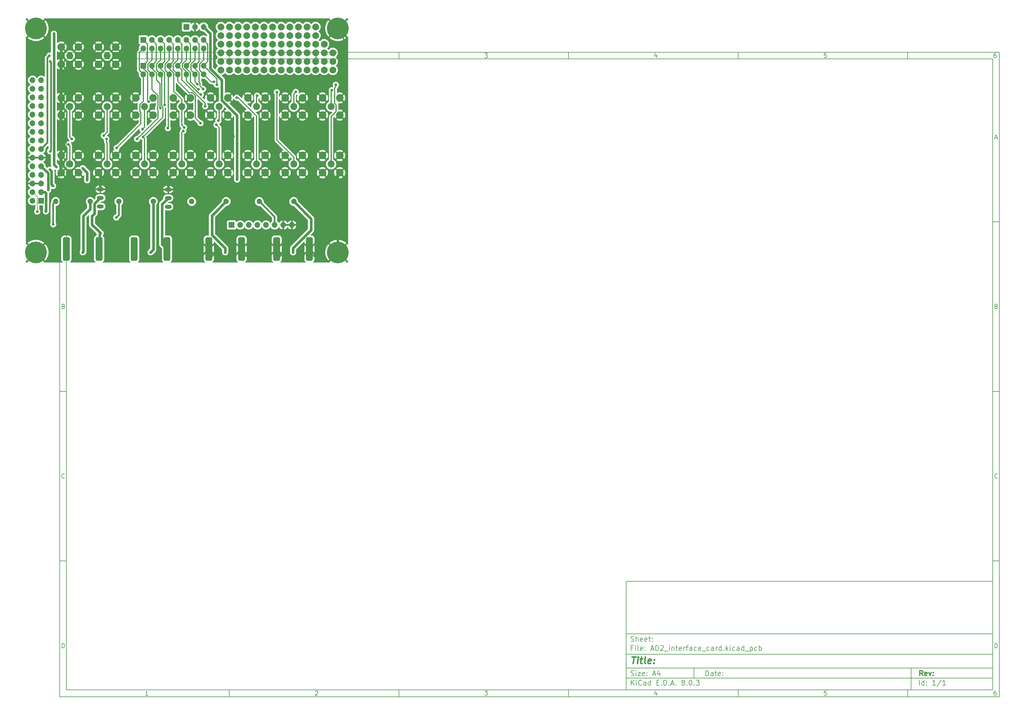
<source format=gbr>
%TF.GenerationSoftware,KiCad,Pcbnew,8.0.3*%
%TF.CreationDate,2024-12-12T12:19:01+09:00*%
%TF.ProjectId,AD2_interface_card,4144325f-696e-4746-9572-666163655f63,rev?*%
%TF.SameCoordinates,Original*%
%TF.FileFunction,Copper,L2,Bot*%
%TF.FilePolarity,Positive*%
%FSLAX46Y46*%
G04 Gerber Fmt 4.6, Leading zero omitted, Abs format (unit mm)*
G04 Created by KiCad (PCBNEW 8.0.3) date 2024-12-12 12:19:01*
%MOMM*%
%LPD*%
G01*
G04 APERTURE LIST*
G04 Aperture macros list*
%AMRoundRect*
0 Rectangle with rounded corners*
0 $1 Rounding radius*
0 $2 $3 $4 $5 $6 $7 $8 $9 X,Y pos of 4 corners*
0 Add a 4 corners polygon primitive as box body*
4,1,4,$2,$3,$4,$5,$6,$7,$8,$9,$2,$3,0*
0 Add four circle primitives for the rounded corners*
1,1,$1+$1,$2,$3*
1,1,$1+$1,$4,$5*
1,1,$1+$1,$6,$7*
1,1,$1+$1,$8,$9*
0 Add four rect primitives between the rounded corners*
20,1,$1+$1,$2,$3,$4,$5,0*
20,1,$1+$1,$4,$5,$6,$7,0*
20,1,$1+$1,$6,$7,$8,$9,0*
20,1,$1+$1,$8,$9,$2,$3,0*%
G04 Aperture macros list end*
%ADD10C,0.100000*%
%ADD11C,0.150000*%
%ADD12C,0.300000*%
%ADD13C,0.400000*%
%TA.AperFunction,ComponentPad*%
%ADD14C,2.050000*%
%TD*%
%TA.AperFunction,ComponentPad*%
%ADD15C,2.250000*%
%TD*%
%TA.AperFunction,ComponentPad*%
%ADD16C,2.000000*%
%TD*%
%TA.AperFunction,ComponentPad*%
%ADD17O,2.000000X1.200000*%
%TD*%
%TA.AperFunction,ComponentPad*%
%ADD18C,0.800000*%
%TD*%
%TA.AperFunction,SMDPad,CuDef*%
%ADD19RoundRect,0.500000X-0.500000X-3.000000X0.500000X-3.000000X0.500000X3.000000X-0.500000X3.000000X0*%
%TD*%
%TA.AperFunction,ComponentPad*%
%ADD20C,6.400000*%
%TD*%
%TA.AperFunction,ComponentPad*%
%ADD21R,1.700000X1.700000*%
%TD*%
%TA.AperFunction,ComponentPad*%
%ADD22O,1.700000X1.700000*%
%TD*%
%TA.AperFunction,ComponentPad*%
%ADD23C,1.600000*%
%TD*%
%TA.AperFunction,ComponentPad*%
%ADD24O,1.600000X1.600000*%
%TD*%
%TA.AperFunction,ViaPad*%
%ADD25C,0.800000*%
%TD*%
%TA.AperFunction,Conductor*%
%ADD26C,0.800000*%
%TD*%
%TA.AperFunction,Conductor*%
%ADD27C,0.500000*%
%TD*%
%TA.AperFunction,Conductor*%
%ADD28C,0.200000*%
%TD*%
%TA.AperFunction,Conductor*%
%ADD29C,0.300000*%
%TD*%
G04 APERTURE END LIST*
D10*
D11*
X177002200Y-166007200D02*
X285002200Y-166007200D01*
X285002200Y-198007200D01*
X177002200Y-198007200D01*
X177002200Y-166007200D01*
D10*
D11*
X10000000Y-10000000D02*
X287002200Y-10000000D01*
X287002200Y-200007200D01*
X10000000Y-200007200D01*
X10000000Y-10000000D01*
D10*
D11*
X12000000Y-12000000D02*
X285002200Y-12000000D01*
X285002200Y-198007200D01*
X12000000Y-198007200D01*
X12000000Y-12000000D01*
D10*
D11*
X60000000Y-12000000D02*
X60000000Y-10000000D01*
D10*
D11*
X110000000Y-12000000D02*
X110000000Y-10000000D01*
D10*
D11*
X160000000Y-12000000D02*
X160000000Y-10000000D01*
D10*
D11*
X210000000Y-12000000D02*
X210000000Y-10000000D01*
D10*
D11*
X260000000Y-12000000D02*
X260000000Y-10000000D01*
D10*
D11*
X36089160Y-11593604D02*
X35346303Y-11593604D01*
X35717731Y-11593604D02*
X35717731Y-10293604D01*
X35717731Y-10293604D02*
X35593922Y-10479319D01*
X35593922Y-10479319D02*
X35470112Y-10603128D01*
X35470112Y-10603128D02*
X35346303Y-10665033D01*
D10*
D11*
X85346303Y-10417414D02*
X85408207Y-10355509D01*
X85408207Y-10355509D02*
X85532017Y-10293604D01*
X85532017Y-10293604D02*
X85841541Y-10293604D01*
X85841541Y-10293604D02*
X85965350Y-10355509D01*
X85965350Y-10355509D02*
X86027255Y-10417414D01*
X86027255Y-10417414D02*
X86089160Y-10541223D01*
X86089160Y-10541223D02*
X86089160Y-10665033D01*
X86089160Y-10665033D02*
X86027255Y-10850747D01*
X86027255Y-10850747D02*
X85284398Y-11593604D01*
X85284398Y-11593604D02*
X86089160Y-11593604D01*
D10*
D11*
X135284398Y-10293604D02*
X136089160Y-10293604D01*
X136089160Y-10293604D02*
X135655826Y-10788842D01*
X135655826Y-10788842D02*
X135841541Y-10788842D01*
X135841541Y-10788842D02*
X135965350Y-10850747D01*
X135965350Y-10850747D02*
X136027255Y-10912652D01*
X136027255Y-10912652D02*
X136089160Y-11036461D01*
X136089160Y-11036461D02*
X136089160Y-11345985D01*
X136089160Y-11345985D02*
X136027255Y-11469795D01*
X136027255Y-11469795D02*
X135965350Y-11531700D01*
X135965350Y-11531700D02*
X135841541Y-11593604D01*
X135841541Y-11593604D02*
X135470112Y-11593604D01*
X135470112Y-11593604D02*
X135346303Y-11531700D01*
X135346303Y-11531700D02*
X135284398Y-11469795D01*
D10*
D11*
X185965350Y-10726938D02*
X185965350Y-11593604D01*
X185655826Y-10231700D02*
X185346303Y-11160271D01*
X185346303Y-11160271D02*
X186151064Y-11160271D01*
D10*
D11*
X236027255Y-10293604D02*
X235408207Y-10293604D01*
X235408207Y-10293604D02*
X235346303Y-10912652D01*
X235346303Y-10912652D02*
X235408207Y-10850747D01*
X235408207Y-10850747D02*
X235532017Y-10788842D01*
X235532017Y-10788842D02*
X235841541Y-10788842D01*
X235841541Y-10788842D02*
X235965350Y-10850747D01*
X235965350Y-10850747D02*
X236027255Y-10912652D01*
X236027255Y-10912652D02*
X236089160Y-11036461D01*
X236089160Y-11036461D02*
X236089160Y-11345985D01*
X236089160Y-11345985D02*
X236027255Y-11469795D01*
X236027255Y-11469795D02*
X235965350Y-11531700D01*
X235965350Y-11531700D02*
X235841541Y-11593604D01*
X235841541Y-11593604D02*
X235532017Y-11593604D01*
X235532017Y-11593604D02*
X235408207Y-11531700D01*
X235408207Y-11531700D02*
X235346303Y-11469795D01*
D10*
D11*
X285965350Y-10293604D02*
X285717731Y-10293604D01*
X285717731Y-10293604D02*
X285593922Y-10355509D01*
X285593922Y-10355509D02*
X285532017Y-10417414D01*
X285532017Y-10417414D02*
X285408207Y-10603128D01*
X285408207Y-10603128D02*
X285346303Y-10850747D01*
X285346303Y-10850747D02*
X285346303Y-11345985D01*
X285346303Y-11345985D02*
X285408207Y-11469795D01*
X285408207Y-11469795D02*
X285470112Y-11531700D01*
X285470112Y-11531700D02*
X285593922Y-11593604D01*
X285593922Y-11593604D02*
X285841541Y-11593604D01*
X285841541Y-11593604D02*
X285965350Y-11531700D01*
X285965350Y-11531700D02*
X286027255Y-11469795D01*
X286027255Y-11469795D02*
X286089160Y-11345985D01*
X286089160Y-11345985D02*
X286089160Y-11036461D01*
X286089160Y-11036461D02*
X286027255Y-10912652D01*
X286027255Y-10912652D02*
X285965350Y-10850747D01*
X285965350Y-10850747D02*
X285841541Y-10788842D01*
X285841541Y-10788842D02*
X285593922Y-10788842D01*
X285593922Y-10788842D02*
X285470112Y-10850747D01*
X285470112Y-10850747D02*
X285408207Y-10912652D01*
X285408207Y-10912652D02*
X285346303Y-11036461D01*
D10*
D11*
X60000000Y-198007200D02*
X60000000Y-200007200D01*
D10*
D11*
X110000000Y-198007200D02*
X110000000Y-200007200D01*
D10*
D11*
X160000000Y-198007200D02*
X160000000Y-200007200D01*
D10*
D11*
X210000000Y-198007200D02*
X210000000Y-200007200D01*
D10*
D11*
X260000000Y-198007200D02*
X260000000Y-200007200D01*
D10*
D11*
X36089160Y-199600804D02*
X35346303Y-199600804D01*
X35717731Y-199600804D02*
X35717731Y-198300804D01*
X35717731Y-198300804D02*
X35593922Y-198486519D01*
X35593922Y-198486519D02*
X35470112Y-198610328D01*
X35470112Y-198610328D02*
X35346303Y-198672233D01*
D10*
D11*
X85346303Y-198424614D02*
X85408207Y-198362709D01*
X85408207Y-198362709D02*
X85532017Y-198300804D01*
X85532017Y-198300804D02*
X85841541Y-198300804D01*
X85841541Y-198300804D02*
X85965350Y-198362709D01*
X85965350Y-198362709D02*
X86027255Y-198424614D01*
X86027255Y-198424614D02*
X86089160Y-198548423D01*
X86089160Y-198548423D02*
X86089160Y-198672233D01*
X86089160Y-198672233D02*
X86027255Y-198857947D01*
X86027255Y-198857947D02*
X85284398Y-199600804D01*
X85284398Y-199600804D02*
X86089160Y-199600804D01*
D10*
D11*
X135284398Y-198300804D02*
X136089160Y-198300804D01*
X136089160Y-198300804D02*
X135655826Y-198796042D01*
X135655826Y-198796042D02*
X135841541Y-198796042D01*
X135841541Y-198796042D02*
X135965350Y-198857947D01*
X135965350Y-198857947D02*
X136027255Y-198919852D01*
X136027255Y-198919852D02*
X136089160Y-199043661D01*
X136089160Y-199043661D02*
X136089160Y-199353185D01*
X136089160Y-199353185D02*
X136027255Y-199476995D01*
X136027255Y-199476995D02*
X135965350Y-199538900D01*
X135965350Y-199538900D02*
X135841541Y-199600804D01*
X135841541Y-199600804D02*
X135470112Y-199600804D01*
X135470112Y-199600804D02*
X135346303Y-199538900D01*
X135346303Y-199538900D02*
X135284398Y-199476995D01*
D10*
D11*
X185965350Y-198734138D02*
X185965350Y-199600804D01*
X185655826Y-198238900D02*
X185346303Y-199167471D01*
X185346303Y-199167471D02*
X186151064Y-199167471D01*
D10*
D11*
X236027255Y-198300804D02*
X235408207Y-198300804D01*
X235408207Y-198300804D02*
X235346303Y-198919852D01*
X235346303Y-198919852D02*
X235408207Y-198857947D01*
X235408207Y-198857947D02*
X235532017Y-198796042D01*
X235532017Y-198796042D02*
X235841541Y-198796042D01*
X235841541Y-198796042D02*
X235965350Y-198857947D01*
X235965350Y-198857947D02*
X236027255Y-198919852D01*
X236027255Y-198919852D02*
X236089160Y-199043661D01*
X236089160Y-199043661D02*
X236089160Y-199353185D01*
X236089160Y-199353185D02*
X236027255Y-199476995D01*
X236027255Y-199476995D02*
X235965350Y-199538900D01*
X235965350Y-199538900D02*
X235841541Y-199600804D01*
X235841541Y-199600804D02*
X235532017Y-199600804D01*
X235532017Y-199600804D02*
X235408207Y-199538900D01*
X235408207Y-199538900D02*
X235346303Y-199476995D01*
D10*
D11*
X285965350Y-198300804D02*
X285717731Y-198300804D01*
X285717731Y-198300804D02*
X285593922Y-198362709D01*
X285593922Y-198362709D02*
X285532017Y-198424614D01*
X285532017Y-198424614D02*
X285408207Y-198610328D01*
X285408207Y-198610328D02*
X285346303Y-198857947D01*
X285346303Y-198857947D02*
X285346303Y-199353185D01*
X285346303Y-199353185D02*
X285408207Y-199476995D01*
X285408207Y-199476995D02*
X285470112Y-199538900D01*
X285470112Y-199538900D02*
X285593922Y-199600804D01*
X285593922Y-199600804D02*
X285841541Y-199600804D01*
X285841541Y-199600804D02*
X285965350Y-199538900D01*
X285965350Y-199538900D02*
X286027255Y-199476995D01*
X286027255Y-199476995D02*
X286089160Y-199353185D01*
X286089160Y-199353185D02*
X286089160Y-199043661D01*
X286089160Y-199043661D02*
X286027255Y-198919852D01*
X286027255Y-198919852D02*
X285965350Y-198857947D01*
X285965350Y-198857947D02*
X285841541Y-198796042D01*
X285841541Y-198796042D02*
X285593922Y-198796042D01*
X285593922Y-198796042D02*
X285470112Y-198857947D01*
X285470112Y-198857947D02*
X285408207Y-198919852D01*
X285408207Y-198919852D02*
X285346303Y-199043661D01*
D10*
D11*
X10000000Y-60000000D02*
X12000000Y-60000000D01*
D10*
D11*
X10000000Y-110000000D02*
X12000000Y-110000000D01*
D10*
D11*
X10000000Y-160000000D02*
X12000000Y-160000000D01*
D10*
D11*
X10690476Y-35222176D02*
X11309523Y-35222176D01*
X10566666Y-35593604D02*
X10999999Y-34293604D01*
X10999999Y-34293604D02*
X11433333Y-35593604D01*
D10*
D11*
X11092857Y-84912652D02*
X11278571Y-84974557D01*
X11278571Y-84974557D02*
X11340476Y-85036461D01*
X11340476Y-85036461D02*
X11402380Y-85160271D01*
X11402380Y-85160271D02*
X11402380Y-85345985D01*
X11402380Y-85345985D02*
X11340476Y-85469795D01*
X11340476Y-85469795D02*
X11278571Y-85531700D01*
X11278571Y-85531700D02*
X11154761Y-85593604D01*
X11154761Y-85593604D02*
X10659523Y-85593604D01*
X10659523Y-85593604D02*
X10659523Y-84293604D01*
X10659523Y-84293604D02*
X11092857Y-84293604D01*
X11092857Y-84293604D02*
X11216666Y-84355509D01*
X11216666Y-84355509D02*
X11278571Y-84417414D01*
X11278571Y-84417414D02*
X11340476Y-84541223D01*
X11340476Y-84541223D02*
X11340476Y-84665033D01*
X11340476Y-84665033D02*
X11278571Y-84788842D01*
X11278571Y-84788842D02*
X11216666Y-84850747D01*
X11216666Y-84850747D02*
X11092857Y-84912652D01*
X11092857Y-84912652D02*
X10659523Y-84912652D01*
D10*
D11*
X11402380Y-135469795D02*
X11340476Y-135531700D01*
X11340476Y-135531700D02*
X11154761Y-135593604D01*
X11154761Y-135593604D02*
X11030952Y-135593604D01*
X11030952Y-135593604D02*
X10845238Y-135531700D01*
X10845238Y-135531700D02*
X10721428Y-135407890D01*
X10721428Y-135407890D02*
X10659523Y-135284080D01*
X10659523Y-135284080D02*
X10597619Y-135036461D01*
X10597619Y-135036461D02*
X10597619Y-134850747D01*
X10597619Y-134850747D02*
X10659523Y-134603128D01*
X10659523Y-134603128D02*
X10721428Y-134479319D01*
X10721428Y-134479319D02*
X10845238Y-134355509D01*
X10845238Y-134355509D02*
X11030952Y-134293604D01*
X11030952Y-134293604D02*
X11154761Y-134293604D01*
X11154761Y-134293604D02*
X11340476Y-134355509D01*
X11340476Y-134355509D02*
X11402380Y-134417414D01*
D10*
D11*
X10659523Y-185593604D02*
X10659523Y-184293604D01*
X10659523Y-184293604D02*
X10969047Y-184293604D01*
X10969047Y-184293604D02*
X11154761Y-184355509D01*
X11154761Y-184355509D02*
X11278571Y-184479319D01*
X11278571Y-184479319D02*
X11340476Y-184603128D01*
X11340476Y-184603128D02*
X11402380Y-184850747D01*
X11402380Y-184850747D02*
X11402380Y-185036461D01*
X11402380Y-185036461D02*
X11340476Y-185284080D01*
X11340476Y-185284080D02*
X11278571Y-185407890D01*
X11278571Y-185407890D02*
X11154761Y-185531700D01*
X11154761Y-185531700D02*
X10969047Y-185593604D01*
X10969047Y-185593604D02*
X10659523Y-185593604D01*
D10*
D11*
X287002200Y-60000000D02*
X285002200Y-60000000D01*
D10*
D11*
X287002200Y-110000000D02*
X285002200Y-110000000D01*
D10*
D11*
X287002200Y-160000000D02*
X285002200Y-160000000D01*
D10*
D11*
X285692676Y-35222176D02*
X286311723Y-35222176D01*
X285568866Y-35593604D02*
X286002199Y-34293604D01*
X286002199Y-34293604D02*
X286435533Y-35593604D01*
D10*
D11*
X286095057Y-84912652D02*
X286280771Y-84974557D01*
X286280771Y-84974557D02*
X286342676Y-85036461D01*
X286342676Y-85036461D02*
X286404580Y-85160271D01*
X286404580Y-85160271D02*
X286404580Y-85345985D01*
X286404580Y-85345985D02*
X286342676Y-85469795D01*
X286342676Y-85469795D02*
X286280771Y-85531700D01*
X286280771Y-85531700D02*
X286156961Y-85593604D01*
X286156961Y-85593604D02*
X285661723Y-85593604D01*
X285661723Y-85593604D02*
X285661723Y-84293604D01*
X285661723Y-84293604D02*
X286095057Y-84293604D01*
X286095057Y-84293604D02*
X286218866Y-84355509D01*
X286218866Y-84355509D02*
X286280771Y-84417414D01*
X286280771Y-84417414D02*
X286342676Y-84541223D01*
X286342676Y-84541223D02*
X286342676Y-84665033D01*
X286342676Y-84665033D02*
X286280771Y-84788842D01*
X286280771Y-84788842D02*
X286218866Y-84850747D01*
X286218866Y-84850747D02*
X286095057Y-84912652D01*
X286095057Y-84912652D02*
X285661723Y-84912652D01*
D10*
D11*
X286404580Y-135469795D02*
X286342676Y-135531700D01*
X286342676Y-135531700D02*
X286156961Y-135593604D01*
X286156961Y-135593604D02*
X286033152Y-135593604D01*
X286033152Y-135593604D02*
X285847438Y-135531700D01*
X285847438Y-135531700D02*
X285723628Y-135407890D01*
X285723628Y-135407890D02*
X285661723Y-135284080D01*
X285661723Y-135284080D02*
X285599819Y-135036461D01*
X285599819Y-135036461D02*
X285599819Y-134850747D01*
X285599819Y-134850747D02*
X285661723Y-134603128D01*
X285661723Y-134603128D02*
X285723628Y-134479319D01*
X285723628Y-134479319D02*
X285847438Y-134355509D01*
X285847438Y-134355509D02*
X286033152Y-134293604D01*
X286033152Y-134293604D02*
X286156961Y-134293604D01*
X286156961Y-134293604D02*
X286342676Y-134355509D01*
X286342676Y-134355509D02*
X286404580Y-134417414D01*
D10*
D11*
X285661723Y-185593604D02*
X285661723Y-184293604D01*
X285661723Y-184293604D02*
X285971247Y-184293604D01*
X285971247Y-184293604D02*
X286156961Y-184355509D01*
X286156961Y-184355509D02*
X286280771Y-184479319D01*
X286280771Y-184479319D02*
X286342676Y-184603128D01*
X286342676Y-184603128D02*
X286404580Y-184850747D01*
X286404580Y-184850747D02*
X286404580Y-185036461D01*
X286404580Y-185036461D02*
X286342676Y-185284080D01*
X286342676Y-185284080D02*
X286280771Y-185407890D01*
X286280771Y-185407890D02*
X286156961Y-185531700D01*
X286156961Y-185531700D02*
X285971247Y-185593604D01*
X285971247Y-185593604D02*
X285661723Y-185593604D01*
D10*
D11*
X200458026Y-193793328D02*
X200458026Y-192293328D01*
X200458026Y-192293328D02*
X200815169Y-192293328D01*
X200815169Y-192293328D02*
X201029455Y-192364757D01*
X201029455Y-192364757D02*
X201172312Y-192507614D01*
X201172312Y-192507614D02*
X201243741Y-192650471D01*
X201243741Y-192650471D02*
X201315169Y-192936185D01*
X201315169Y-192936185D02*
X201315169Y-193150471D01*
X201315169Y-193150471D02*
X201243741Y-193436185D01*
X201243741Y-193436185D02*
X201172312Y-193579042D01*
X201172312Y-193579042D02*
X201029455Y-193721900D01*
X201029455Y-193721900D02*
X200815169Y-193793328D01*
X200815169Y-193793328D02*
X200458026Y-193793328D01*
X202600884Y-193793328D02*
X202600884Y-193007614D01*
X202600884Y-193007614D02*
X202529455Y-192864757D01*
X202529455Y-192864757D02*
X202386598Y-192793328D01*
X202386598Y-192793328D02*
X202100884Y-192793328D01*
X202100884Y-192793328D02*
X201958026Y-192864757D01*
X202600884Y-193721900D02*
X202458026Y-193793328D01*
X202458026Y-193793328D02*
X202100884Y-193793328D01*
X202100884Y-193793328D02*
X201958026Y-193721900D01*
X201958026Y-193721900D02*
X201886598Y-193579042D01*
X201886598Y-193579042D02*
X201886598Y-193436185D01*
X201886598Y-193436185D02*
X201958026Y-193293328D01*
X201958026Y-193293328D02*
X202100884Y-193221900D01*
X202100884Y-193221900D02*
X202458026Y-193221900D01*
X202458026Y-193221900D02*
X202600884Y-193150471D01*
X203100884Y-192793328D02*
X203672312Y-192793328D01*
X203315169Y-192293328D02*
X203315169Y-193579042D01*
X203315169Y-193579042D02*
X203386598Y-193721900D01*
X203386598Y-193721900D02*
X203529455Y-193793328D01*
X203529455Y-193793328D02*
X203672312Y-193793328D01*
X204743741Y-193721900D02*
X204600884Y-193793328D01*
X204600884Y-193793328D02*
X204315170Y-193793328D01*
X204315170Y-193793328D02*
X204172312Y-193721900D01*
X204172312Y-193721900D02*
X204100884Y-193579042D01*
X204100884Y-193579042D02*
X204100884Y-193007614D01*
X204100884Y-193007614D02*
X204172312Y-192864757D01*
X204172312Y-192864757D02*
X204315170Y-192793328D01*
X204315170Y-192793328D02*
X204600884Y-192793328D01*
X204600884Y-192793328D02*
X204743741Y-192864757D01*
X204743741Y-192864757D02*
X204815170Y-193007614D01*
X204815170Y-193007614D02*
X204815170Y-193150471D01*
X204815170Y-193150471D02*
X204100884Y-193293328D01*
X205458026Y-193650471D02*
X205529455Y-193721900D01*
X205529455Y-193721900D02*
X205458026Y-193793328D01*
X205458026Y-193793328D02*
X205386598Y-193721900D01*
X205386598Y-193721900D02*
X205458026Y-193650471D01*
X205458026Y-193650471D02*
X205458026Y-193793328D01*
X205458026Y-192864757D02*
X205529455Y-192936185D01*
X205529455Y-192936185D02*
X205458026Y-193007614D01*
X205458026Y-193007614D02*
X205386598Y-192936185D01*
X205386598Y-192936185D02*
X205458026Y-192864757D01*
X205458026Y-192864757D02*
X205458026Y-193007614D01*
D10*
D11*
X177002200Y-194507200D02*
X285002200Y-194507200D01*
D10*
D11*
X178458026Y-196593328D02*
X178458026Y-195093328D01*
X179315169Y-196593328D02*
X178672312Y-195736185D01*
X179315169Y-195093328D02*
X178458026Y-195950471D01*
X179958026Y-196593328D02*
X179958026Y-195593328D01*
X179958026Y-195093328D02*
X179886598Y-195164757D01*
X179886598Y-195164757D02*
X179958026Y-195236185D01*
X179958026Y-195236185D02*
X180029455Y-195164757D01*
X180029455Y-195164757D02*
X179958026Y-195093328D01*
X179958026Y-195093328D02*
X179958026Y-195236185D01*
X181529455Y-196450471D02*
X181458027Y-196521900D01*
X181458027Y-196521900D02*
X181243741Y-196593328D01*
X181243741Y-196593328D02*
X181100884Y-196593328D01*
X181100884Y-196593328D02*
X180886598Y-196521900D01*
X180886598Y-196521900D02*
X180743741Y-196379042D01*
X180743741Y-196379042D02*
X180672312Y-196236185D01*
X180672312Y-196236185D02*
X180600884Y-195950471D01*
X180600884Y-195950471D02*
X180600884Y-195736185D01*
X180600884Y-195736185D02*
X180672312Y-195450471D01*
X180672312Y-195450471D02*
X180743741Y-195307614D01*
X180743741Y-195307614D02*
X180886598Y-195164757D01*
X180886598Y-195164757D02*
X181100884Y-195093328D01*
X181100884Y-195093328D02*
X181243741Y-195093328D01*
X181243741Y-195093328D02*
X181458027Y-195164757D01*
X181458027Y-195164757D02*
X181529455Y-195236185D01*
X182815170Y-196593328D02*
X182815170Y-195807614D01*
X182815170Y-195807614D02*
X182743741Y-195664757D01*
X182743741Y-195664757D02*
X182600884Y-195593328D01*
X182600884Y-195593328D02*
X182315170Y-195593328D01*
X182315170Y-195593328D02*
X182172312Y-195664757D01*
X182815170Y-196521900D02*
X182672312Y-196593328D01*
X182672312Y-196593328D02*
X182315170Y-196593328D01*
X182315170Y-196593328D02*
X182172312Y-196521900D01*
X182172312Y-196521900D02*
X182100884Y-196379042D01*
X182100884Y-196379042D02*
X182100884Y-196236185D01*
X182100884Y-196236185D02*
X182172312Y-196093328D01*
X182172312Y-196093328D02*
X182315170Y-196021900D01*
X182315170Y-196021900D02*
X182672312Y-196021900D01*
X182672312Y-196021900D02*
X182815170Y-195950471D01*
X184172313Y-196593328D02*
X184172313Y-195093328D01*
X184172313Y-196521900D02*
X184029455Y-196593328D01*
X184029455Y-196593328D02*
X183743741Y-196593328D01*
X183743741Y-196593328D02*
X183600884Y-196521900D01*
X183600884Y-196521900D02*
X183529455Y-196450471D01*
X183529455Y-196450471D02*
X183458027Y-196307614D01*
X183458027Y-196307614D02*
X183458027Y-195879042D01*
X183458027Y-195879042D02*
X183529455Y-195736185D01*
X183529455Y-195736185D02*
X183600884Y-195664757D01*
X183600884Y-195664757D02*
X183743741Y-195593328D01*
X183743741Y-195593328D02*
X184029455Y-195593328D01*
X184029455Y-195593328D02*
X184172313Y-195664757D01*
X186029455Y-195807614D02*
X186529455Y-195807614D01*
X186743741Y-196593328D02*
X186029455Y-196593328D01*
X186029455Y-196593328D02*
X186029455Y-195093328D01*
X186029455Y-195093328D02*
X186743741Y-195093328D01*
X187386598Y-196450471D02*
X187458027Y-196521900D01*
X187458027Y-196521900D02*
X187386598Y-196593328D01*
X187386598Y-196593328D02*
X187315170Y-196521900D01*
X187315170Y-196521900D02*
X187386598Y-196450471D01*
X187386598Y-196450471D02*
X187386598Y-196593328D01*
X188100884Y-196593328D02*
X188100884Y-195093328D01*
X188100884Y-195093328D02*
X188458027Y-195093328D01*
X188458027Y-195093328D02*
X188672313Y-195164757D01*
X188672313Y-195164757D02*
X188815170Y-195307614D01*
X188815170Y-195307614D02*
X188886599Y-195450471D01*
X188886599Y-195450471D02*
X188958027Y-195736185D01*
X188958027Y-195736185D02*
X188958027Y-195950471D01*
X188958027Y-195950471D02*
X188886599Y-196236185D01*
X188886599Y-196236185D02*
X188815170Y-196379042D01*
X188815170Y-196379042D02*
X188672313Y-196521900D01*
X188672313Y-196521900D02*
X188458027Y-196593328D01*
X188458027Y-196593328D02*
X188100884Y-196593328D01*
X189600884Y-196450471D02*
X189672313Y-196521900D01*
X189672313Y-196521900D02*
X189600884Y-196593328D01*
X189600884Y-196593328D02*
X189529456Y-196521900D01*
X189529456Y-196521900D02*
X189600884Y-196450471D01*
X189600884Y-196450471D02*
X189600884Y-196593328D01*
X190243742Y-196164757D02*
X190958028Y-196164757D01*
X190100885Y-196593328D02*
X190600885Y-195093328D01*
X190600885Y-195093328D02*
X191100885Y-196593328D01*
X191600884Y-196450471D02*
X191672313Y-196521900D01*
X191672313Y-196521900D02*
X191600884Y-196593328D01*
X191600884Y-196593328D02*
X191529456Y-196521900D01*
X191529456Y-196521900D02*
X191600884Y-196450471D01*
X191600884Y-196450471D02*
X191600884Y-196593328D01*
X193672313Y-195736185D02*
X193529456Y-195664757D01*
X193529456Y-195664757D02*
X193458027Y-195593328D01*
X193458027Y-195593328D02*
X193386599Y-195450471D01*
X193386599Y-195450471D02*
X193386599Y-195379042D01*
X193386599Y-195379042D02*
X193458027Y-195236185D01*
X193458027Y-195236185D02*
X193529456Y-195164757D01*
X193529456Y-195164757D02*
X193672313Y-195093328D01*
X193672313Y-195093328D02*
X193958027Y-195093328D01*
X193958027Y-195093328D02*
X194100885Y-195164757D01*
X194100885Y-195164757D02*
X194172313Y-195236185D01*
X194172313Y-195236185D02*
X194243742Y-195379042D01*
X194243742Y-195379042D02*
X194243742Y-195450471D01*
X194243742Y-195450471D02*
X194172313Y-195593328D01*
X194172313Y-195593328D02*
X194100885Y-195664757D01*
X194100885Y-195664757D02*
X193958027Y-195736185D01*
X193958027Y-195736185D02*
X193672313Y-195736185D01*
X193672313Y-195736185D02*
X193529456Y-195807614D01*
X193529456Y-195807614D02*
X193458027Y-195879042D01*
X193458027Y-195879042D02*
X193386599Y-196021900D01*
X193386599Y-196021900D02*
X193386599Y-196307614D01*
X193386599Y-196307614D02*
X193458027Y-196450471D01*
X193458027Y-196450471D02*
X193529456Y-196521900D01*
X193529456Y-196521900D02*
X193672313Y-196593328D01*
X193672313Y-196593328D02*
X193958027Y-196593328D01*
X193958027Y-196593328D02*
X194100885Y-196521900D01*
X194100885Y-196521900D02*
X194172313Y-196450471D01*
X194172313Y-196450471D02*
X194243742Y-196307614D01*
X194243742Y-196307614D02*
X194243742Y-196021900D01*
X194243742Y-196021900D02*
X194172313Y-195879042D01*
X194172313Y-195879042D02*
X194100885Y-195807614D01*
X194100885Y-195807614D02*
X193958027Y-195736185D01*
X194886598Y-196450471D02*
X194958027Y-196521900D01*
X194958027Y-196521900D02*
X194886598Y-196593328D01*
X194886598Y-196593328D02*
X194815170Y-196521900D01*
X194815170Y-196521900D02*
X194886598Y-196450471D01*
X194886598Y-196450471D02*
X194886598Y-196593328D01*
X195886599Y-195093328D02*
X196029456Y-195093328D01*
X196029456Y-195093328D02*
X196172313Y-195164757D01*
X196172313Y-195164757D02*
X196243742Y-195236185D01*
X196243742Y-195236185D02*
X196315170Y-195379042D01*
X196315170Y-195379042D02*
X196386599Y-195664757D01*
X196386599Y-195664757D02*
X196386599Y-196021900D01*
X196386599Y-196021900D02*
X196315170Y-196307614D01*
X196315170Y-196307614D02*
X196243742Y-196450471D01*
X196243742Y-196450471D02*
X196172313Y-196521900D01*
X196172313Y-196521900D02*
X196029456Y-196593328D01*
X196029456Y-196593328D02*
X195886599Y-196593328D01*
X195886599Y-196593328D02*
X195743742Y-196521900D01*
X195743742Y-196521900D02*
X195672313Y-196450471D01*
X195672313Y-196450471D02*
X195600884Y-196307614D01*
X195600884Y-196307614D02*
X195529456Y-196021900D01*
X195529456Y-196021900D02*
X195529456Y-195664757D01*
X195529456Y-195664757D02*
X195600884Y-195379042D01*
X195600884Y-195379042D02*
X195672313Y-195236185D01*
X195672313Y-195236185D02*
X195743742Y-195164757D01*
X195743742Y-195164757D02*
X195886599Y-195093328D01*
X197029455Y-196450471D02*
X197100884Y-196521900D01*
X197100884Y-196521900D02*
X197029455Y-196593328D01*
X197029455Y-196593328D02*
X196958027Y-196521900D01*
X196958027Y-196521900D02*
X197029455Y-196450471D01*
X197029455Y-196450471D02*
X197029455Y-196593328D01*
X197600884Y-195093328D02*
X198529456Y-195093328D01*
X198529456Y-195093328D02*
X198029456Y-195664757D01*
X198029456Y-195664757D02*
X198243741Y-195664757D01*
X198243741Y-195664757D02*
X198386599Y-195736185D01*
X198386599Y-195736185D02*
X198458027Y-195807614D01*
X198458027Y-195807614D02*
X198529456Y-195950471D01*
X198529456Y-195950471D02*
X198529456Y-196307614D01*
X198529456Y-196307614D02*
X198458027Y-196450471D01*
X198458027Y-196450471D02*
X198386599Y-196521900D01*
X198386599Y-196521900D02*
X198243741Y-196593328D01*
X198243741Y-196593328D02*
X197815170Y-196593328D01*
X197815170Y-196593328D02*
X197672313Y-196521900D01*
X197672313Y-196521900D02*
X197600884Y-196450471D01*
D10*
D11*
X177002200Y-191507200D02*
X285002200Y-191507200D01*
D10*
D12*
X264413853Y-193785528D02*
X263913853Y-193071242D01*
X263556710Y-193785528D02*
X263556710Y-192285528D01*
X263556710Y-192285528D02*
X264128139Y-192285528D01*
X264128139Y-192285528D02*
X264270996Y-192356957D01*
X264270996Y-192356957D02*
X264342425Y-192428385D01*
X264342425Y-192428385D02*
X264413853Y-192571242D01*
X264413853Y-192571242D02*
X264413853Y-192785528D01*
X264413853Y-192785528D02*
X264342425Y-192928385D01*
X264342425Y-192928385D02*
X264270996Y-192999814D01*
X264270996Y-192999814D02*
X264128139Y-193071242D01*
X264128139Y-193071242D02*
X263556710Y-193071242D01*
X265628139Y-193714100D02*
X265485282Y-193785528D01*
X265485282Y-193785528D02*
X265199568Y-193785528D01*
X265199568Y-193785528D02*
X265056710Y-193714100D01*
X265056710Y-193714100D02*
X264985282Y-193571242D01*
X264985282Y-193571242D02*
X264985282Y-192999814D01*
X264985282Y-192999814D02*
X265056710Y-192856957D01*
X265056710Y-192856957D02*
X265199568Y-192785528D01*
X265199568Y-192785528D02*
X265485282Y-192785528D01*
X265485282Y-192785528D02*
X265628139Y-192856957D01*
X265628139Y-192856957D02*
X265699568Y-192999814D01*
X265699568Y-192999814D02*
X265699568Y-193142671D01*
X265699568Y-193142671D02*
X264985282Y-193285528D01*
X266199567Y-192785528D02*
X266556710Y-193785528D01*
X266556710Y-193785528D02*
X266913853Y-192785528D01*
X267485281Y-193642671D02*
X267556710Y-193714100D01*
X267556710Y-193714100D02*
X267485281Y-193785528D01*
X267485281Y-193785528D02*
X267413853Y-193714100D01*
X267413853Y-193714100D02*
X267485281Y-193642671D01*
X267485281Y-193642671D02*
X267485281Y-193785528D01*
X267485281Y-192856957D02*
X267556710Y-192928385D01*
X267556710Y-192928385D02*
X267485281Y-192999814D01*
X267485281Y-192999814D02*
X267413853Y-192928385D01*
X267413853Y-192928385D02*
X267485281Y-192856957D01*
X267485281Y-192856957D02*
X267485281Y-192999814D01*
D10*
D11*
X178386598Y-193721900D02*
X178600884Y-193793328D01*
X178600884Y-193793328D02*
X178958026Y-193793328D01*
X178958026Y-193793328D02*
X179100884Y-193721900D01*
X179100884Y-193721900D02*
X179172312Y-193650471D01*
X179172312Y-193650471D02*
X179243741Y-193507614D01*
X179243741Y-193507614D02*
X179243741Y-193364757D01*
X179243741Y-193364757D02*
X179172312Y-193221900D01*
X179172312Y-193221900D02*
X179100884Y-193150471D01*
X179100884Y-193150471D02*
X178958026Y-193079042D01*
X178958026Y-193079042D02*
X178672312Y-193007614D01*
X178672312Y-193007614D02*
X178529455Y-192936185D01*
X178529455Y-192936185D02*
X178458026Y-192864757D01*
X178458026Y-192864757D02*
X178386598Y-192721900D01*
X178386598Y-192721900D02*
X178386598Y-192579042D01*
X178386598Y-192579042D02*
X178458026Y-192436185D01*
X178458026Y-192436185D02*
X178529455Y-192364757D01*
X178529455Y-192364757D02*
X178672312Y-192293328D01*
X178672312Y-192293328D02*
X179029455Y-192293328D01*
X179029455Y-192293328D02*
X179243741Y-192364757D01*
X179886597Y-193793328D02*
X179886597Y-192793328D01*
X179886597Y-192293328D02*
X179815169Y-192364757D01*
X179815169Y-192364757D02*
X179886597Y-192436185D01*
X179886597Y-192436185D02*
X179958026Y-192364757D01*
X179958026Y-192364757D02*
X179886597Y-192293328D01*
X179886597Y-192293328D02*
X179886597Y-192436185D01*
X180458026Y-192793328D02*
X181243741Y-192793328D01*
X181243741Y-192793328D02*
X180458026Y-193793328D01*
X180458026Y-193793328D02*
X181243741Y-193793328D01*
X182386598Y-193721900D02*
X182243741Y-193793328D01*
X182243741Y-193793328D02*
X181958027Y-193793328D01*
X181958027Y-193793328D02*
X181815169Y-193721900D01*
X181815169Y-193721900D02*
X181743741Y-193579042D01*
X181743741Y-193579042D02*
X181743741Y-193007614D01*
X181743741Y-193007614D02*
X181815169Y-192864757D01*
X181815169Y-192864757D02*
X181958027Y-192793328D01*
X181958027Y-192793328D02*
X182243741Y-192793328D01*
X182243741Y-192793328D02*
X182386598Y-192864757D01*
X182386598Y-192864757D02*
X182458027Y-193007614D01*
X182458027Y-193007614D02*
X182458027Y-193150471D01*
X182458027Y-193150471D02*
X181743741Y-193293328D01*
X183100883Y-193650471D02*
X183172312Y-193721900D01*
X183172312Y-193721900D02*
X183100883Y-193793328D01*
X183100883Y-193793328D02*
X183029455Y-193721900D01*
X183029455Y-193721900D02*
X183100883Y-193650471D01*
X183100883Y-193650471D02*
X183100883Y-193793328D01*
X183100883Y-192864757D02*
X183172312Y-192936185D01*
X183172312Y-192936185D02*
X183100883Y-193007614D01*
X183100883Y-193007614D02*
X183029455Y-192936185D01*
X183029455Y-192936185D02*
X183100883Y-192864757D01*
X183100883Y-192864757D02*
X183100883Y-193007614D01*
X184886598Y-193364757D02*
X185600884Y-193364757D01*
X184743741Y-193793328D02*
X185243741Y-192293328D01*
X185243741Y-192293328D02*
X185743741Y-193793328D01*
X186886598Y-192793328D02*
X186886598Y-193793328D01*
X186529455Y-192221900D02*
X186172312Y-193293328D01*
X186172312Y-193293328D02*
X187100883Y-193293328D01*
D10*
D11*
X263458026Y-196593328D02*
X263458026Y-195093328D01*
X264815170Y-196593328D02*
X264815170Y-195093328D01*
X264815170Y-196521900D02*
X264672312Y-196593328D01*
X264672312Y-196593328D02*
X264386598Y-196593328D01*
X264386598Y-196593328D02*
X264243741Y-196521900D01*
X264243741Y-196521900D02*
X264172312Y-196450471D01*
X264172312Y-196450471D02*
X264100884Y-196307614D01*
X264100884Y-196307614D02*
X264100884Y-195879042D01*
X264100884Y-195879042D02*
X264172312Y-195736185D01*
X264172312Y-195736185D02*
X264243741Y-195664757D01*
X264243741Y-195664757D02*
X264386598Y-195593328D01*
X264386598Y-195593328D02*
X264672312Y-195593328D01*
X264672312Y-195593328D02*
X264815170Y-195664757D01*
X265529455Y-196450471D02*
X265600884Y-196521900D01*
X265600884Y-196521900D02*
X265529455Y-196593328D01*
X265529455Y-196593328D02*
X265458027Y-196521900D01*
X265458027Y-196521900D02*
X265529455Y-196450471D01*
X265529455Y-196450471D02*
X265529455Y-196593328D01*
X265529455Y-195664757D02*
X265600884Y-195736185D01*
X265600884Y-195736185D02*
X265529455Y-195807614D01*
X265529455Y-195807614D02*
X265458027Y-195736185D01*
X265458027Y-195736185D02*
X265529455Y-195664757D01*
X265529455Y-195664757D02*
X265529455Y-195807614D01*
X268172313Y-196593328D02*
X267315170Y-196593328D01*
X267743741Y-196593328D02*
X267743741Y-195093328D01*
X267743741Y-195093328D02*
X267600884Y-195307614D01*
X267600884Y-195307614D02*
X267458027Y-195450471D01*
X267458027Y-195450471D02*
X267315170Y-195521900D01*
X269886598Y-195021900D02*
X268600884Y-196950471D01*
X271172313Y-196593328D02*
X270315170Y-196593328D01*
X270743741Y-196593328D02*
X270743741Y-195093328D01*
X270743741Y-195093328D02*
X270600884Y-195307614D01*
X270600884Y-195307614D02*
X270458027Y-195450471D01*
X270458027Y-195450471D02*
X270315170Y-195521900D01*
D10*
D11*
X177002200Y-187507200D02*
X285002200Y-187507200D01*
D10*
D13*
X178693928Y-188211638D02*
X179836785Y-188211638D01*
X179015357Y-190211638D02*
X179265357Y-188211638D01*
X180253452Y-190211638D02*
X180420119Y-188878304D01*
X180503452Y-188211638D02*
X180396309Y-188306876D01*
X180396309Y-188306876D02*
X180479643Y-188402114D01*
X180479643Y-188402114D02*
X180586786Y-188306876D01*
X180586786Y-188306876D02*
X180503452Y-188211638D01*
X180503452Y-188211638D02*
X180479643Y-188402114D01*
X181086786Y-188878304D02*
X181848690Y-188878304D01*
X181455833Y-188211638D02*
X181241548Y-189925923D01*
X181241548Y-189925923D02*
X181312976Y-190116400D01*
X181312976Y-190116400D02*
X181491548Y-190211638D01*
X181491548Y-190211638D02*
X181682024Y-190211638D01*
X182634405Y-190211638D02*
X182455833Y-190116400D01*
X182455833Y-190116400D02*
X182384405Y-189925923D01*
X182384405Y-189925923D02*
X182598690Y-188211638D01*
X184170119Y-190116400D02*
X183967738Y-190211638D01*
X183967738Y-190211638D02*
X183586785Y-190211638D01*
X183586785Y-190211638D02*
X183408214Y-190116400D01*
X183408214Y-190116400D02*
X183336785Y-189925923D01*
X183336785Y-189925923D02*
X183432024Y-189164019D01*
X183432024Y-189164019D02*
X183551071Y-188973542D01*
X183551071Y-188973542D02*
X183753452Y-188878304D01*
X183753452Y-188878304D02*
X184134404Y-188878304D01*
X184134404Y-188878304D02*
X184312976Y-188973542D01*
X184312976Y-188973542D02*
X184384404Y-189164019D01*
X184384404Y-189164019D02*
X184360595Y-189354495D01*
X184360595Y-189354495D02*
X183384404Y-189544971D01*
X185134405Y-190021161D02*
X185217738Y-190116400D01*
X185217738Y-190116400D02*
X185110595Y-190211638D01*
X185110595Y-190211638D02*
X185027262Y-190116400D01*
X185027262Y-190116400D02*
X185134405Y-190021161D01*
X185134405Y-190021161D02*
X185110595Y-190211638D01*
X185265357Y-188973542D02*
X185348690Y-189068780D01*
X185348690Y-189068780D02*
X185241548Y-189164019D01*
X185241548Y-189164019D02*
X185158214Y-189068780D01*
X185158214Y-189068780D02*
X185265357Y-188973542D01*
X185265357Y-188973542D02*
X185241548Y-189164019D01*
D10*
D11*
X178958026Y-185607614D02*
X178458026Y-185607614D01*
X178458026Y-186393328D02*
X178458026Y-184893328D01*
X178458026Y-184893328D02*
X179172312Y-184893328D01*
X179743740Y-186393328D02*
X179743740Y-185393328D01*
X179743740Y-184893328D02*
X179672312Y-184964757D01*
X179672312Y-184964757D02*
X179743740Y-185036185D01*
X179743740Y-185036185D02*
X179815169Y-184964757D01*
X179815169Y-184964757D02*
X179743740Y-184893328D01*
X179743740Y-184893328D02*
X179743740Y-185036185D01*
X180672312Y-186393328D02*
X180529455Y-186321900D01*
X180529455Y-186321900D02*
X180458026Y-186179042D01*
X180458026Y-186179042D02*
X180458026Y-184893328D01*
X181815169Y-186321900D02*
X181672312Y-186393328D01*
X181672312Y-186393328D02*
X181386598Y-186393328D01*
X181386598Y-186393328D02*
X181243740Y-186321900D01*
X181243740Y-186321900D02*
X181172312Y-186179042D01*
X181172312Y-186179042D02*
X181172312Y-185607614D01*
X181172312Y-185607614D02*
X181243740Y-185464757D01*
X181243740Y-185464757D02*
X181386598Y-185393328D01*
X181386598Y-185393328D02*
X181672312Y-185393328D01*
X181672312Y-185393328D02*
X181815169Y-185464757D01*
X181815169Y-185464757D02*
X181886598Y-185607614D01*
X181886598Y-185607614D02*
X181886598Y-185750471D01*
X181886598Y-185750471D02*
X181172312Y-185893328D01*
X182529454Y-186250471D02*
X182600883Y-186321900D01*
X182600883Y-186321900D02*
X182529454Y-186393328D01*
X182529454Y-186393328D02*
X182458026Y-186321900D01*
X182458026Y-186321900D02*
X182529454Y-186250471D01*
X182529454Y-186250471D02*
X182529454Y-186393328D01*
X182529454Y-185464757D02*
X182600883Y-185536185D01*
X182600883Y-185536185D02*
X182529454Y-185607614D01*
X182529454Y-185607614D02*
X182458026Y-185536185D01*
X182458026Y-185536185D02*
X182529454Y-185464757D01*
X182529454Y-185464757D02*
X182529454Y-185607614D01*
X184315169Y-185964757D02*
X185029455Y-185964757D01*
X184172312Y-186393328D02*
X184672312Y-184893328D01*
X184672312Y-184893328D02*
X185172312Y-186393328D01*
X185672311Y-186393328D02*
X185672311Y-184893328D01*
X185672311Y-184893328D02*
X186029454Y-184893328D01*
X186029454Y-184893328D02*
X186243740Y-184964757D01*
X186243740Y-184964757D02*
X186386597Y-185107614D01*
X186386597Y-185107614D02*
X186458026Y-185250471D01*
X186458026Y-185250471D02*
X186529454Y-185536185D01*
X186529454Y-185536185D02*
X186529454Y-185750471D01*
X186529454Y-185750471D02*
X186458026Y-186036185D01*
X186458026Y-186036185D02*
X186386597Y-186179042D01*
X186386597Y-186179042D02*
X186243740Y-186321900D01*
X186243740Y-186321900D02*
X186029454Y-186393328D01*
X186029454Y-186393328D02*
X185672311Y-186393328D01*
X187100883Y-185036185D02*
X187172311Y-184964757D01*
X187172311Y-184964757D02*
X187315169Y-184893328D01*
X187315169Y-184893328D02*
X187672311Y-184893328D01*
X187672311Y-184893328D02*
X187815169Y-184964757D01*
X187815169Y-184964757D02*
X187886597Y-185036185D01*
X187886597Y-185036185D02*
X187958026Y-185179042D01*
X187958026Y-185179042D02*
X187958026Y-185321900D01*
X187958026Y-185321900D02*
X187886597Y-185536185D01*
X187886597Y-185536185D02*
X187029454Y-186393328D01*
X187029454Y-186393328D02*
X187958026Y-186393328D01*
X188243740Y-186536185D02*
X189386597Y-186536185D01*
X189743739Y-186393328D02*
X189743739Y-185393328D01*
X189743739Y-184893328D02*
X189672311Y-184964757D01*
X189672311Y-184964757D02*
X189743739Y-185036185D01*
X189743739Y-185036185D02*
X189815168Y-184964757D01*
X189815168Y-184964757D02*
X189743739Y-184893328D01*
X189743739Y-184893328D02*
X189743739Y-185036185D01*
X190458025Y-185393328D02*
X190458025Y-186393328D01*
X190458025Y-185536185D02*
X190529454Y-185464757D01*
X190529454Y-185464757D02*
X190672311Y-185393328D01*
X190672311Y-185393328D02*
X190886597Y-185393328D01*
X190886597Y-185393328D02*
X191029454Y-185464757D01*
X191029454Y-185464757D02*
X191100883Y-185607614D01*
X191100883Y-185607614D02*
X191100883Y-186393328D01*
X191600883Y-185393328D02*
X192172311Y-185393328D01*
X191815168Y-184893328D02*
X191815168Y-186179042D01*
X191815168Y-186179042D02*
X191886597Y-186321900D01*
X191886597Y-186321900D02*
X192029454Y-186393328D01*
X192029454Y-186393328D02*
X192172311Y-186393328D01*
X193243740Y-186321900D02*
X193100883Y-186393328D01*
X193100883Y-186393328D02*
X192815169Y-186393328D01*
X192815169Y-186393328D02*
X192672311Y-186321900D01*
X192672311Y-186321900D02*
X192600883Y-186179042D01*
X192600883Y-186179042D02*
X192600883Y-185607614D01*
X192600883Y-185607614D02*
X192672311Y-185464757D01*
X192672311Y-185464757D02*
X192815169Y-185393328D01*
X192815169Y-185393328D02*
X193100883Y-185393328D01*
X193100883Y-185393328D02*
X193243740Y-185464757D01*
X193243740Y-185464757D02*
X193315169Y-185607614D01*
X193315169Y-185607614D02*
X193315169Y-185750471D01*
X193315169Y-185750471D02*
X192600883Y-185893328D01*
X193958025Y-186393328D02*
X193958025Y-185393328D01*
X193958025Y-185679042D02*
X194029454Y-185536185D01*
X194029454Y-185536185D02*
X194100883Y-185464757D01*
X194100883Y-185464757D02*
X194243740Y-185393328D01*
X194243740Y-185393328D02*
X194386597Y-185393328D01*
X194672311Y-185393328D02*
X195243739Y-185393328D01*
X194886596Y-186393328D02*
X194886596Y-185107614D01*
X194886596Y-185107614D02*
X194958025Y-184964757D01*
X194958025Y-184964757D02*
X195100882Y-184893328D01*
X195100882Y-184893328D02*
X195243739Y-184893328D01*
X196386597Y-186393328D02*
X196386597Y-185607614D01*
X196386597Y-185607614D02*
X196315168Y-185464757D01*
X196315168Y-185464757D02*
X196172311Y-185393328D01*
X196172311Y-185393328D02*
X195886597Y-185393328D01*
X195886597Y-185393328D02*
X195743739Y-185464757D01*
X196386597Y-186321900D02*
X196243739Y-186393328D01*
X196243739Y-186393328D02*
X195886597Y-186393328D01*
X195886597Y-186393328D02*
X195743739Y-186321900D01*
X195743739Y-186321900D02*
X195672311Y-186179042D01*
X195672311Y-186179042D02*
X195672311Y-186036185D01*
X195672311Y-186036185D02*
X195743739Y-185893328D01*
X195743739Y-185893328D02*
X195886597Y-185821900D01*
X195886597Y-185821900D02*
X196243739Y-185821900D01*
X196243739Y-185821900D02*
X196386597Y-185750471D01*
X197743740Y-186321900D02*
X197600882Y-186393328D01*
X197600882Y-186393328D02*
X197315168Y-186393328D01*
X197315168Y-186393328D02*
X197172311Y-186321900D01*
X197172311Y-186321900D02*
X197100882Y-186250471D01*
X197100882Y-186250471D02*
X197029454Y-186107614D01*
X197029454Y-186107614D02*
X197029454Y-185679042D01*
X197029454Y-185679042D02*
X197100882Y-185536185D01*
X197100882Y-185536185D02*
X197172311Y-185464757D01*
X197172311Y-185464757D02*
X197315168Y-185393328D01*
X197315168Y-185393328D02*
X197600882Y-185393328D01*
X197600882Y-185393328D02*
X197743740Y-185464757D01*
X198958025Y-186321900D02*
X198815168Y-186393328D01*
X198815168Y-186393328D02*
X198529454Y-186393328D01*
X198529454Y-186393328D02*
X198386596Y-186321900D01*
X198386596Y-186321900D02*
X198315168Y-186179042D01*
X198315168Y-186179042D02*
X198315168Y-185607614D01*
X198315168Y-185607614D02*
X198386596Y-185464757D01*
X198386596Y-185464757D02*
X198529454Y-185393328D01*
X198529454Y-185393328D02*
X198815168Y-185393328D01*
X198815168Y-185393328D02*
X198958025Y-185464757D01*
X198958025Y-185464757D02*
X199029454Y-185607614D01*
X199029454Y-185607614D02*
X199029454Y-185750471D01*
X199029454Y-185750471D02*
X198315168Y-185893328D01*
X199315168Y-186536185D02*
X200458025Y-186536185D01*
X201458025Y-186321900D02*
X201315167Y-186393328D01*
X201315167Y-186393328D02*
X201029453Y-186393328D01*
X201029453Y-186393328D02*
X200886596Y-186321900D01*
X200886596Y-186321900D02*
X200815167Y-186250471D01*
X200815167Y-186250471D02*
X200743739Y-186107614D01*
X200743739Y-186107614D02*
X200743739Y-185679042D01*
X200743739Y-185679042D02*
X200815167Y-185536185D01*
X200815167Y-185536185D02*
X200886596Y-185464757D01*
X200886596Y-185464757D02*
X201029453Y-185393328D01*
X201029453Y-185393328D02*
X201315167Y-185393328D01*
X201315167Y-185393328D02*
X201458025Y-185464757D01*
X202743739Y-186393328D02*
X202743739Y-185607614D01*
X202743739Y-185607614D02*
X202672310Y-185464757D01*
X202672310Y-185464757D02*
X202529453Y-185393328D01*
X202529453Y-185393328D02*
X202243739Y-185393328D01*
X202243739Y-185393328D02*
X202100881Y-185464757D01*
X202743739Y-186321900D02*
X202600881Y-186393328D01*
X202600881Y-186393328D02*
X202243739Y-186393328D01*
X202243739Y-186393328D02*
X202100881Y-186321900D01*
X202100881Y-186321900D02*
X202029453Y-186179042D01*
X202029453Y-186179042D02*
X202029453Y-186036185D01*
X202029453Y-186036185D02*
X202100881Y-185893328D01*
X202100881Y-185893328D02*
X202243739Y-185821900D01*
X202243739Y-185821900D02*
X202600881Y-185821900D01*
X202600881Y-185821900D02*
X202743739Y-185750471D01*
X203458024Y-186393328D02*
X203458024Y-185393328D01*
X203458024Y-185679042D02*
X203529453Y-185536185D01*
X203529453Y-185536185D02*
X203600882Y-185464757D01*
X203600882Y-185464757D02*
X203743739Y-185393328D01*
X203743739Y-185393328D02*
X203886596Y-185393328D01*
X205029453Y-186393328D02*
X205029453Y-184893328D01*
X205029453Y-186321900D02*
X204886595Y-186393328D01*
X204886595Y-186393328D02*
X204600881Y-186393328D01*
X204600881Y-186393328D02*
X204458024Y-186321900D01*
X204458024Y-186321900D02*
X204386595Y-186250471D01*
X204386595Y-186250471D02*
X204315167Y-186107614D01*
X204315167Y-186107614D02*
X204315167Y-185679042D01*
X204315167Y-185679042D02*
X204386595Y-185536185D01*
X204386595Y-185536185D02*
X204458024Y-185464757D01*
X204458024Y-185464757D02*
X204600881Y-185393328D01*
X204600881Y-185393328D02*
X204886595Y-185393328D01*
X204886595Y-185393328D02*
X205029453Y-185464757D01*
X205743738Y-186250471D02*
X205815167Y-186321900D01*
X205815167Y-186321900D02*
X205743738Y-186393328D01*
X205743738Y-186393328D02*
X205672310Y-186321900D01*
X205672310Y-186321900D02*
X205743738Y-186250471D01*
X205743738Y-186250471D02*
X205743738Y-186393328D01*
X206458024Y-186393328D02*
X206458024Y-184893328D01*
X206600882Y-185821900D02*
X207029453Y-186393328D01*
X207029453Y-185393328D02*
X206458024Y-185964757D01*
X207672310Y-186393328D02*
X207672310Y-185393328D01*
X207672310Y-184893328D02*
X207600882Y-184964757D01*
X207600882Y-184964757D02*
X207672310Y-185036185D01*
X207672310Y-185036185D02*
X207743739Y-184964757D01*
X207743739Y-184964757D02*
X207672310Y-184893328D01*
X207672310Y-184893328D02*
X207672310Y-185036185D01*
X209029454Y-186321900D02*
X208886596Y-186393328D01*
X208886596Y-186393328D02*
X208600882Y-186393328D01*
X208600882Y-186393328D02*
X208458025Y-186321900D01*
X208458025Y-186321900D02*
X208386596Y-186250471D01*
X208386596Y-186250471D02*
X208315168Y-186107614D01*
X208315168Y-186107614D02*
X208315168Y-185679042D01*
X208315168Y-185679042D02*
X208386596Y-185536185D01*
X208386596Y-185536185D02*
X208458025Y-185464757D01*
X208458025Y-185464757D02*
X208600882Y-185393328D01*
X208600882Y-185393328D02*
X208886596Y-185393328D01*
X208886596Y-185393328D02*
X209029454Y-185464757D01*
X210315168Y-186393328D02*
X210315168Y-185607614D01*
X210315168Y-185607614D02*
X210243739Y-185464757D01*
X210243739Y-185464757D02*
X210100882Y-185393328D01*
X210100882Y-185393328D02*
X209815168Y-185393328D01*
X209815168Y-185393328D02*
X209672310Y-185464757D01*
X210315168Y-186321900D02*
X210172310Y-186393328D01*
X210172310Y-186393328D02*
X209815168Y-186393328D01*
X209815168Y-186393328D02*
X209672310Y-186321900D01*
X209672310Y-186321900D02*
X209600882Y-186179042D01*
X209600882Y-186179042D02*
X209600882Y-186036185D01*
X209600882Y-186036185D02*
X209672310Y-185893328D01*
X209672310Y-185893328D02*
X209815168Y-185821900D01*
X209815168Y-185821900D02*
X210172310Y-185821900D01*
X210172310Y-185821900D02*
X210315168Y-185750471D01*
X211672311Y-186393328D02*
X211672311Y-184893328D01*
X211672311Y-186321900D02*
X211529453Y-186393328D01*
X211529453Y-186393328D02*
X211243739Y-186393328D01*
X211243739Y-186393328D02*
X211100882Y-186321900D01*
X211100882Y-186321900D02*
X211029453Y-186250471D01*
X211029453Y-186250471D02*
X210958025Y-186107614D01*
X210958025Y-186107614D02*
X210958025Y-185679042D01*
X210958025Y-185679042D02*
X211029453Y-185536185D01*
X211029453Y-185536185D02*
X211100882Y-185464757D01*
X211100882Y-185464757D02*
X211243739Y-185393328D01*
X211243739Y-185393328D02*
X211529453Y-185393328D01*
X211529453Y-185393328D02*
X211672311Y-185464757D01*
X212029454Y-186536185D02*
X213172311Y-186536185D01*
X213529453Y-185393328D02*
X213529453Y-186893328D01*
X213529453Y-185464757D02*
X213672311Y-185393328D01*
X213672311Y-185393328D02*
X213958025Y-185393328D01*
X213958025Y-185393328D02*
X214100882Y-185464757D01*
X214100882Y-185464757D02*
X214172311Y-185536185D01*
X214172311Y-185536185D02*
X214243739Y-185679042D01*
X214243739Y-185679042D02*
X214243739Y-186107614D01*
X214243739Y-186107614D02*
X214172311Y-186250471D01*
X214172311Y-186250471D02*
X214100882Y-186321900D01*
X214100882Y-186321900D02*
X213958025Y-186393328D01*
X213958025Y-186393328D02*
X213672311Y-186393328D01*
X213672311Y-186393328D02*
X213529453Y-186321900D01*
X215529454Y-186321900D02*
X215386596Y-186393328D01*
X215386596Y-186393328D02*
X215100882Y-186393328D01*
X215100882Y-186393328D02*
X214958025Y-186321900D01*
X214958025Y-186321900D02*
X214886596Y-186250471D01*
X214886596Y-186250471D02*
X214815168Y-186107614D01*
X214815168Y-186107614D02*
X214815168Y-185679042D01*
X214815168Y-185679042D02*
X214886596Y-185536185D01*
X214886596Y-185536185D02*
X214958025Y-185464757D01*
X214958025Y-185464757D02*
X215100882Y-185393328D01*
X215100882Y-185393328D02*
X215386596Y-185393328D01*
X215386596Y-185393328D02*
X215529454Y-185464757D01*
X216172310Y-186393328D02*
X216172310Y-184893328D01*
X216172310Y-185464757D02*
X216315168Y-185393328D01*
X216315168Y-185393328D02*
X216600882Y-185393328D01*
X216600882Y-185393328D02*
X216743739Y-185464757D01*
X216743739Y-185464757D02*
X216815168Y-185536185D01*
X216815168Y-185536185D02*
X216886596Y-185679042D01*
X216886596Y-185679042D02*
X216886596Y-186107614D01*
X216886596Y-186107614D02*
X216815168Y-186250471D01*
X216815168Y-186250471D02*
X216743739Y-186321900D01*
X216743739Y-186321900D02*
X216600882Y-186393328D01*
X216600882Y-186393328D02*
X216315168Y-186393328D01*
X216315168Y-186393328D02*
X216172310Y-186321900D01*
D10*
D11*
X177002200Y-181507200D02*
X285002200Y-181507200D01*
D10*
D11*
X178386598Y-183621900D02*
X178600884Y-183693328D01*
X178600884Y-183693328D02*
X178958026Y-183693328D01*
X178958026Y-183693328D02*
X179100884Y-183621900D01*
X179100884Y-183621900D02*
X179172312Y-183550471D01*
X179172312Y-183550471D02*
X179243741Y-183407614D01*
X179243741Y-183407614D02*
X179243741Y-183264757D01*
X179243741Y-183264757D02*
X179172312Y-183121900D01*
X179172312Y-183121900D02*
X179100884Y-183050471D01*
X179100884Y-183050471D02*
X178958026Y-182979042D01*
X178958026Y-182979042D02*
X178672312Y-182907614D01*
X178672312Y-182907614D02*
X178529455Y-182836185D01*
X178529455Y-182836185D02*
X178458026Y-182764757D01*
X178458026Y-182764757D02*
X178386598Y-182621900D01*
X178386598Y-182621900D02*
X178386598Y-182479042D01*
X178386598Y-182479042D02*
X178458026Y-182336185D01*
X178458026Y-182336185D02*
X178529455Y-182264757D01*
X178529455Y-182264757D02*
X178672312Y-182193328D01*
X178672312Y-182193328D02*
X179029455Y-182193328D01*
X179029455Y-182193328D02*
X179243741Y-182264757D01*
X179886597Y-183693328D02*
X179886597Y-182193328D01*
X180529455Y-183693328D02*
X180529455Y-182907614D01*
X180529455Y-182907614D02*
X180458026Y-182764757D01*
X180458026Y-182764757D02*
X180315169Y-182693328D01*
X180315169Y-182693328D02*
X180100883Y-182693328D01*
X180100883Y-182693328D02*
X179958026Y-182764757D01*
X179958026Y-182764757D02*
X179886597Y-182836185D01*
X181815169Y-183621900D02*
X181672312Y-183693328D01*
X181672312Y-183693328D02*
X181386598Y-183693328D01*
X181386598Y-183693328D02*
X181243740Y-183621900D01*
X181243740Y-183621900D02*
X181172312Y-183479042D01*
X181172312Y-183479042D02*
X181172312Y-182907614D01*
X181172312Y-182907614D02*
X181243740Y-182764757D01*
X181243740Y-182764757D02*
X181386598Y-182693328D01*
X181386598Y-182693328D02*
X181672312Y-182693328D01*
X181672312Y-182693328D02*
X181815169Y-182764757D01*
X181815169Y-182764757D02*
X181886598Y-182907614D01*
X181886598Y-182907614D02*
X181886598Y-183050471D01*
X181886598Y-183050471D02*
X181172312Y-183193328D01*
X183100883Y-183621900D02*
X182958026Y-183693328D01*
X182958026Y-183693328D02*
X182672312Y-183693328D01*
X182672312Y-183693328D02*
X182529454Y-183621900D01*
X182529454Y-183621900D02*
X182458026Y-183479042D01*
X182458026Y-183479042D02*
X182458026Y-182907614D01*
X182458026Y-182907614D02*
X182529454Y-182764757D01*
X182529454Y-182764757D02*
X182672312Y-182693328D01*
X182672312Y-182693328D02*
X182958026Y-182693328D01*
X182958026Y-182693328D02*
X183100883Y-182764757D01*
X183100883Y-182764757D02*
X183172312Y-182907614D01*
X183172312Y-182907614D02*
X183172312Y-183050471D01*
X183172312Y-183050471D02*
X182458026Y-183193328D01*
X183600883Y-182693328D02*
X184172311Y-182693328D01*
X183815168Y-182193328D02*
X183815168Y-183479042D01*
X183815168Y-183479042D02*
X183886597Y-183621900D01*
X183886597Y-183621900D02*
X184029454Y-183693328D01*
X184029454Y-183693328D02*
X184172311Y-183693328D01*
X184672311Y-183550471D02*
X184743740Y-183621900D01*
X184743740Y-183621900D02*
X184672311Y-183693328D01*
X184672311Y-183693328D02*
X184600883Y-183621900D01*
X184600883Y-183621900D02*
X184672311Y-183550471D01*
X184672311Y-183550471D02*
X184672311Y-183693328D01*
X184672311Y-182764757D02*
X184743740Y-182836185D01*
X184743740Y-182836185D02*
X184672311Y-182907614D01*
X184672311Y-182907614D02*
X184600883Y-182836185D01*
X184600883Y-182836185D02*
X184672311Y-182764757D01*
X184672311Y-182764757D02*
X184672311Y-182907614D01*
D10*
D11*
X197002200Y-191507200D02*
X197002200Y-194507200D01*
D10*
D11*
X261002200Y-191507200D02*
X261002200Y-198007200D01*
D14*
%TO.P,IO2,1,In*%
%TO.N,/S2*%
X35000000Y-26000000D03*
D15*
%TO.P,IO2,2,Ext*%
%TO.N,GND*%
X32460000Y-23460000D03*
X32460000Y-28540000D03*
X37540000Y-23460000D03*
X37540000Y-28540000D03*
%TD*%
D14*
%TO.P,IO4,1,In*%
%TO.N,/S4*%
X57000000Y-26000000D03*
D15*
%TO.P,IO4,2,Ext*%
%TO.N,GND*%
X54460000Y-23460000D03*
X54460000Y-28540000D03*
X59540000Y-23460000D03*
X59540000Y-28540000D03*
%TD*%
D16*
%TO.P,REF\u002A\u002A29,1*%
%TO.N,N/C*%
X65120000Y-7620000D03*
%TD*%
D17*
%TO.P,J3,1,A*%
%TO.N,unconnected-(J3-A-Pad1)*%
X22000000Y-55480000D03*
%TO.P,J3,2,B*%
%TO.N,/1-*%
X22000000Y-52940000D03*
%TO.P,J3,3,C*%
%TO.N,GND*%
X22000000Y-50400000D03*
%TD*%
D16*
%TO.P,REF\u002A\u002A,1*%
%TO.N,N/C*%
X57500000Y-2540000D03*
%TD*%
D18*
%TO.P,W2,2,Ext*%
%TO.N,GND*%
X83800000Y-70500000D03*
X83800000Y-69000000D03*
X83800000Y-67500000D03*
X83800000Y-66000000D03*
D19*
X83625000Y-68000000D03*
X73975000Y-68000000D03*
D18*
X73800000Y-70500000D03*
X73800000Y-69000000D03*
X73800000Y-67500000D03*
X73800000Y-66000000D03*
%TD*%
D16*
%TO.P,REF\u002A\u002A75,1*%
%TO.N,N/C*%
X87980000Y-15240000D03*
%TD*%
D14*
%TO.P,IO9,1,In*%
%TO.N,/S9*%
X24000000Y-43000000D03*
D15*
%TO.P,IO9,2,Ext*%
%TO.N,GND*%
X21460000Y-40460000D03*
X21460000Y-45540000D03*
X26540000Y-40460000D03*
X26540000Y-45540000D03*
%TD*%
D16*
%TO.P,REF\u002A\u002A24,1*%
%TO.N,N/C*%
X85440000Y-5080000D03*
%TD*%
%TO.P,REF\u002A\u002A69,1*%
%TO.N,N/C*%
X67660000Y-15240000D03*
%TD*%
%TO.P,REF\u002A\u002A36,1*%
%TO.N,N/C*%
X82900000Y-7620000D03*
%TD*%
%TO.P,REF\u002A\u002A67,1*%
%TO.N,N/C*%
X62580000Y-15240000D03*
%TD*%
D14*
%TO.P,IO10,1,In*%
%TO.N,/S10*%
X35000000Y-43000000D03*
D15*
%TO.P,IO10,2,Ext*%
%TO.N,GND*%
X32460000Y-40460000D03*
X32460000Y-45540000D03*
X37540000Y-40460000D03*
X37540000Y-45540000D03*
%TD*%
D16*
%TO.P,REF\u002A\u002A8,1*%
%TO.N,N/C*%
X77820000Y-2540000D03*
%TD*%
%TO.P,REF\u002A\u002A59,1*%
%TO.N,N/C*%
X75280000Y-12700000D03*
%TD*%
%TO.P,REF\u002A\u002A23,1*%
%TO.N,N/C*%
X82900000Y-5080000D03*
%TD*%
%TO.P,REF\u002A\u002A32,1*%
%TO.N,N/C*%
X72740000Y-7620000D03*
%TD*%
%TO.P,REF\u002A\u002A70,1*%
%TO.N,N/C*%
X70200000Y-15240000D03*
%TD*%
D18*
%TO.P,H3,1,1*%
%TO.N,GND*%
X89600000Y-3000000D03*
X90302944Y-1302944D03*
X90302944Y-4697056D03*
X92000000Y-600000D03*
D20*
X92000000Y-3000000D03*
D18*
X92000000Y-5400000D03*
X93697056Y-1302944D03*
X93697056Y-4697056D03*
X94400000Y-3000000D03*
%TD*%
D16*
%TO.P,REF\u002A\u002A62,1*%
%TO.N,N/C*%
X82900000Y-12700000D03*
%TD*%
%TO.P,REF\u002A\u002A40,1*%
%TO.N,N/C*%
X60040000Y-10160000D03*
%TD*%
%TO.P,REF\u002A\u002A41,1*%
%TO.N,N/C*%
X62580000Y-10160000D03*
%TD*%
D21*
%TO.P,J2,1,Pin_1*%
%TO.N,/S0*%
X34640000Y-13970000D03*
D22*
%TO.P,J2,2,Pin_2*%
%TO.N,/S8*%
X34640000Y-16510000D03*
%TO.P,J2,3,Pin_3*%
%TO.N,/S1*%
X37180000Y-13970000D03*
%TO.P,J2,4,Pin_4*%
%TO.N,/S9*%
X37180000Y-16510000D03*
%TO.P,J2,5,Pin_5*%
%TO.N,/S2*%
X39720000Y-13970000D03*
%TO.P,J2,6,Pin_6*%
%TO.N,/S10*%
X39720000Y-16510000D03*
%TO.P,J2,7,Pin_7*%
%TO.N,/S3*%
X42260000Y-13970000D03*
%TO.P,J2,8,Pin_8*%
%TO.N,/S11*%
X42260000Y-16510000D03*
%TO.P,J2,9,Pin_9*%
%TO.N,/S4*%
X44800000Y-13970000D03*
%TO.P,J2,10,Pin_10*%
%TO.N,/S12*%
X44800000Y-16510000D03*
%TO.P,J2,11,Pin_11*%
%TO.N,/S5*%
X47340000Y-13970000D03*
%TO.P,J2,12,Pin_12*%
%TO.N,/S13*%
X47340000Y-16510000D03*
%TO.P,J2,13,Pin_13*%
%TO.N,/S6*%
X49880000Y-13970000D03*
%TO.P,J2,14,Pin_14*%
%TO.N,/S14*%
X49880000Y-16510000D03*
%TO.P,J2,15,Pin_15*%
%TO.N,/S7*%
X52420000Y-13970000D03*
%TO.P,J2,16,Pin_16*%
%TO.N,/S15*%
X52420000Y-16510000D03*
%TD*%
D16*
%TO.P,REF\u002A\u002A58,1*%
%TO.N,N/C*%
X72740000Y-12700000D03*
%TD*%
%TO.P,REF\u002A\u002A54,1*%
%TO.N,N/C*%
X62580000Y-12700000D03*
%TD*%
%TO.P,REF\u002A\u002A63,1*%
%TO.N,N/C*%
X85440000Y-12700000D03*
%TD*%
D23*
%TO.P,R0,1*%
%TO.N,Net-(AD1-In)*%
X19000000Y-54000000D03*
D24*
%TO.P,R0,2*%
%TO.N,/1+*%
X8840000Y-54000000D03*
%TD*%
D21*
%TO.P,J0,1,Pin_1*%
%TO.N,/1+*%
X4540000Y-53780000D03*
D22*
%TO.P,J0,2,Pin_2*%
%TO.N,/1-*%
X2000000Y-53780000D03*
%TO.P,J0,3,Pin_3*%
%TO.N,/2+*%
X4540000Y-51240000D03*
%TO.P,J0,4,Pin_4*%
%TO.N,/2-*%
X2000000Y-51240000D03*
%TO.P,J0,5,Pin_5*%
%TO.N,GND*%
X4540000Y-48700000D03*
%TO.P,J0,6,Pin_6*%
X2000000Y-48700000D03*
%TO.P,J0,7,Pin_7*%
%TO.N,/V+*%
X4540000Y-46160000D03*
%TO.P,J0,8,Pin_8*%
%TO.N,/V-*%
X2000000Y-46160000D03*
%TO.P,J0,9,Pin_9*%
%TO.N,/W1*%
X4540000Y-43620000D03*
%TO.P,J0,10,Pin_10*%
%TO.N,/W2*%
X2000000Y-43620000D03*
%TO.P,J0,11,Pin_11*%
%TO.N,GND*%
X4540000Y-41080000D03*
%TO.P,J0,12,Pin_12*%
X2000000Y-41080000D03*
%TO.P,J0,13,Pin_13*%
%TO.N,/T1*%
X4540000Y-38540000D03*
%TO.P,J0,14,Pin_14*%
%TO.N,/T2*%
X2000000Y-38540000D03*
%TO.P,J0,15,Pin_15*%
%TO.N,/S0*%
X4540000Y-36000000D03*
%TO.P,J0,16,Pin_16*%
%TO.N,/S8*%
X2000000Y-36000000D03*
%TO.P,J0,17,Pin_17*%
%TO.N,/S1*%
X4540000Y-33460000D03*
%TO.P,J0,18,Pin_18*%
%TO.N,/S9*%
X2000000Y-33460000D03*
%TO.P,J0,19,Pin_19*%
%TO.N,/S2*%
X4540000Y-30920000D03*
%TO.P,J0,20,Pin_20*%
%TO.N,/S10*%
X2000000Y-30920000D03*
%TO.P,J0,21,Pin_21*%
%TO.N,/S3*%
X4540000Y-28380000D03*
%TO.P,J0,22,Pin_22*%
%TO.N,/S11*%
X2000000Y-28380000D03*
%TO.P,J0,23,Pin_23*%
%TO.N,/S4*%
X4540000Y-25840000D03*
%TO.P,J0,24,Pin_24*%
%TO.N,/S12*%
X2000000Y-25840000D03*
%TO.P,J0,25,Pin_25*%
%TO.N,/S5*%
X4540000Y-23300000D03*
%TO.P,J0,26,Pin_26*%
%TO.N,/S13*%
X2000000Y-23300000D03*
%TO.P,J0,27,Pin_27*%
%TO.N,/S6*%
X4540000Y-20760000D03*
%TO.P,J0,28,Pin_28*%
%TO.N,/S14*%
X2000000Y-20760000D03*
%TO.P,J0,29,Pin_29*%
%TO.N,/S7*%
X4540000Y-18220000D03*
%TO.P,J0,30,Pin_30*%
%TO.N,/S15*%
X2000000Y-18220000D03*
%TD*%
D16*
%TO.P,REF\u002A\u002A31,1*%
%TO.N,N/C*%
X70200000Y-7620000D03*
%TD*%
%TO.P,REF\u002A\u002A65,1*%
%TO.N,N/C*%
X57500000Y-15240000D03*
%TD*%
D23*
%TO.P,R2,1*%
%TO.N,Net-(W1-In)*%
X59080000Y-54000000D03*
D24*
%TO.P,R2,2*%
%TO.N,/W1*%
X48920000Y-54000000D03*
%TD*%
D16*
%TO.P,REF\u002A\u002A76,1*%
%TO.N,N/C*%
X85440000Y-15240000D03*
%TD*%
%TO.P,REF\u002A\u002A28,1*%
%TO.N,N/C*%
X62580000Y-7620000D03*
%TD*%
D14*
%TO.P,IO12,1,In*%
%TO.N,/S12*%
X57000000Y-43000000D03*
D15*
%TO.P,IO12,2,Ext*%
%TO.N,GND*%
X54460000Y-40460000D03*
X54460000Y-45540000D03*
X59540000Y-40460000D03*
X59540000Y-45540000D03*
%TD*%
D16*
%TO.P,REF\u002A\u002A49,1*%
%TO.N,N/C*%
X87980000Y-7620000D03*
%TD*%
%TO.P,REF\u002A\u002A14,1*%
%TO.N,N/C*%
X60040000Y-5080000D03*
%TD*%
%TO.P,REF\u002A\u002A22,1*%
%TO.N,N/C*%
X80360000Y-5080000D03*
%TD*%
D14*
%TO.P,IO8,1,In*%
%TO.N,/S8*%
X13000000Y-43000000D03*
D15*
%TO.P,IO8,2,Ext*%
%TO.N,GND*%
X10460000Y-40460000D03*
X10460000Y-45540000D03*
X15540000Y-40460000D03*
X15540000Y-45540000D03*
%TD*%
D18*
%TO.P,H1,1,1*%
%TO.N,GND*%
X89600000Y-69000000D03*
X90302944Y-67302944D03*
X90302944Y-70697056D03*
X92000000Y-66600000D03*
D20*
X92000000Y-69000000D03*
D18*
X92000000Y-71400000D03*
X93697056Y-67302944D03*
X93697056Y-70697056D03*
X94400000Y-69000000D03*
%TD*%
D16*
%TO.P,REF\u002A\u002A13,1*%
%TO.N,N/C*%
X57500000Y-5080000D03*
%TD*%
%TO.P,REF\u002A\u002A50,1*%
%TO.N,N/C*%
X90520000Y-10160000D03*
%TD*%
D14*
%TO.P,IO14,1,In*%
%TO.N,/S14*%
X79000000Y-43000000D03*
D15*
%TO.P,IO14,2,Ext*%
%TO.N,GND*%
X76460000Y-40460000D03*
X76460000Y-45540000D03*
X81540000Y-40460000D03*
X81540000Y-45540000D03*
%TD*%
D16*
%TO.P,REF\u002A\u002A27,1*%
%TO.N,N/C*%
X60040000Y-7620000D03*
%TD*%
D21*
%TO.P,J2-1,1,Pin_1*%
%TO.N,/S0*%
X34640000Y-6350000D03*
D22*
%TO.P,J2-1,2,Pin_2*%
%TO.N,/S8*%
X34640000Y-8890000D03*
%TO.P,J2-1,3,Pin_3*%
%TO.N,/S1*%
X37180000Y-6350000D03*
%TO.P,J2-1,4,Pin_4*%
%TO.N,/S9*%
X37180000Y-8890000D03*
%TO.P,J2-1,5,Pin_5*%
%TO.N,/S2*%
X39720000Y-6350000D03*
%TO.P,J2-1,6,Pin_6*%
%TO.N,/S10*%
X39720000Y-8890000D03*
%TO.P,J2-1,7,Pin_7*%
%TO.N,/S3*%
X42260000Y-6350000D03*
%TO.P,J2-1,8,Pin_8*%
%TO.N,/S11*%
X42260000Y-8890000D03*
%TO.P,J2-1,9,Pin_9*%
%TO.N,/S4*%
X44800000Y-6350000D03*
%TO.P,J2-1,10,Pin_10*%
%TO.N,/S12*%
X44800000Y-8890000D03*
%TO.P,J2-1,11,Pin_11*%
%TO.N,/S5*%
X47340000Y-6350000D03*
%TO.P,J2-1,12,Pin_12*%
%TO.N,/S13*%
X47340000Y-8890000D03*
%TO.P,J2-1,13,Pin_13*%
%TO.N,/S6*%
X49880000Y-6350000D03*
%TO.P,J2-1,14,Pin_14*%
%TO.N,/S14*%
X49880000Y-8890000D03*
%TO.P,J2-1,15,Pin_15*%
%TO.N,/S7*%
X52420000Y-6350000D03*
%TO.P,J2-1,16,Pin_16*%
%TO.N,/S15*%
X52420000Y-8890000D03*
%TD*%
D16*
%TO.P,REF\u002A\u002A20,1*%
%TO.N,N/C*%
X75280000Y-5080000D03*
%TD*%
D17*
%TO.P,J4,1,A*%
%TO.N,unconnected-(J4-A-Pad1)*%
X42000000Y-55540000D03*
%TO.P,J4,2,B*%
%TO.N,/2-*%
X42000000Y-53000000D03*
%TO.P,J4,3,C*%
%TO.N,GND*%
X42000000Y-50460000D03*
%TD*%
D14*
%TO.P,IO0,1,In*%
%TO.N,/S0*%
X13000000Y-26000000D03*
D15*
%TO.P,IO0,2,Ext*%
%TO.N,GND*%
X10460000Y-23460000D03*
X10460000Y-28540000D03*
X15540000Y-23460000D03*
X15540000Y-28540000D03*
%TD*%
D16*
%TO.P,REF\u002A\u002A5,1*%
%TO.N,N/C*%
X70200000Y-2540000D03*
%TD*%
D18*
%TO.P,W1,2,Ext*%
%TO.N,GND*%
X63800000Y-70500000D03*
X63800000Y-69000000D03*
X63800000Y-67500000D03*
X63800000Y-66000000D03*
D19*
X63625000Y-68000000D03*
X53975000Y-68000000D03*
D18*
X53800000Y-70500000D03*
X53800000Y-69000000D03*
X53800000Y-67500000D03*
X53800000Y-66000000D03*
%TD*%
D16*
%TO.P,REF\u002A\u002A46,1*%
%TO.N,N/C*%
X75280000Y-10160000D03*
%TD*%
%TO.P,REF\u002A\u002A53,1*%
%TO.N,N/C*%
X60040000Y-12700000D03*
%TD*%
%TO.P,REF\u002A\u002A30,1*%
%TO.N,N/C*%
X67660000Y-7620000D03*
%TD*%
%TO.P,REF\u002A\u002A11,1*%
%TO.N,N/C*%
X85440000Y-2540000D03*
%TD*%
%TO.P,REF\u002A\u002A43,1*%
%TO.N,N/C*%
X67660000Y-10160000D03*
%TD*%
%TO.P,REF\u002A\u002A37,1*%
%TO.N,N/C*%
X85440000Y-7620000D03*
%TD*%
%TO.P,REF\u002A\u002A33,1*%
%TO.N,N/C*%
X75280000Y-7620000D03*
%TD*%
D18*
%TO.P,AD1,2,Ext*%
%TO.N,/1-*%
X21800000Y-70500000D03*
X21800000Y-69000000D03*
X21800000Y-67500000D03*
X21800000Y-66000000D03*
D19*
X21625000Y-68000000D03*
X11975000Y-68000000D03*
D18*
X11800000Y-70500000D03*
X11800000Y-69000000D03*
X11800000Y-67500000D03*
X11800000Y-66000000D03*
%TD*%
D16*
%TO.P,REF\u002A\u002A73,1*%
%TO.N,N/C*%
X77820000Y-15240000D03*
%TD*%
D18*
%TO.P,H2,1,1*%
%TO.N,GND*%
X600000Y-69000000D03*
X1302944Y-67302944D03*
X1302944Y-70697056D03*
X3000000Y-66600000D03*
D20*
X3000000Y-69000000D03*
D18*
X3000000Y-71400000D03*
X4697056Y-67302944D03*
X4697056Y-70697056D03*
X5400000Y-69000000D03*
%TD*%
D16*
%TO.P,REF\u002A\u002A19,1*%
%TO.N,N/C*%
X72740000Y-5080000D03*
%TD*%
%TO.P,REF\u002A\u002A52,1*%
%TO.N,N/C*%
X57500000Y-12700000D03*
%TD*%
%TO.P,REF\u002A\u002A7,1*%
%TO.N,N/C*%
X75280000Y-2540000D03*
%TD*%
%TO.P,REF\u002A\u002A55,1*%
%TO.N,N/C*%
X65120000Y-12700000D03*
%TD*%
D23*
%TO.P,R1,1*%
%TO.N,Net-(AD2-In)*%
X37600000Y-54000000D03*
D24*
%TO.P,R1,2*%
%TO.N,/2+*%
X27440000Y-54000000D03*
%TD*%
D16*
%TO.P,REF\u002A\u002A50,1*%
%TO.N,N/C*%
X85440000Y-10160000D03*
%TD*%
D14*
%TO.P,TRIG1,1,In*%
%TO.N,/T1*%
X13000000Y-11000000D03*
D15*
%TO.P,TRIG1,2,Ext*%
%TO.N,GND*%
X10460000Y-8460000D03*
X10460000Y-13540000D03*
X15540000Y-8460000D03*
X15540000Y-13540000D03*
%TD*%
D16*
%TO.P,REF\u002A\u002A6,1*%
%TO.N,N/C*%
X72740000Y-2540000D03*
%TD*%
%TO.P,REF\u002A\u002A35,1*%
%TO.N,N/C*%
X80360000Y-7620000D03*
%TD*%
%TO.P,REF\u002A\u002A39,1*%
%TO.N,N/C*%
X57500000Y-10160000D03*
%TD*%
%TO.P,REF\u002A\u002A3,1*%
%TO.N,N/C*%
X65120000Y-2540000D03*
%TD*%
D21*
%TO.P,J5,1,Pin_1*%
%TO.N,/1+*%
X60680000Y-60940000D03*
D22*
%TO.P,J5,2,Pin_2*%
%TO.N,/1-*%
X63220000Y-60940000D03*
%TO.P,J5,3,Pin_3*%
%TO.N,/2+*%
X65760000Y-60940000D03*
%TO.P,J5,4,Pin_4*%
%TO.N,/2-*%
X68300000Y-60940000D03*
%TO.P,J5,5,Pin_5*%
%TO.N,/W1*%
X70840000Y-60940000D03*
%TO.P,J5,6,Pin_6*%
%TO.N,/W2*%
X73380000Y-60940000D03*
%TO.P,J5,7,Pin_7*%
%TO.N,GND*%
X75920000Y-60940000D03*
%TO.P,J5,8,Pin_8*%
X78460000Y-60940000D03*
%TD*%
D18*
%TO.P,H0,1,1*%
%TO.N,GND*%
X600000Y-3000000D03*
X1302944Y-1302944D03*
X1302944Y-4697056D03*
X3000000Y-600000D03*
D20*
X3000000Y-3000000D03*
D18*
X3000000Y-5400000D03*
X4697056Y-1302944D03*
X4697056Y-4697056D03*
X5400000Y-3000000D03*
%TD*%
D16*
%TO.P,REF\u002A\u002A57,1*%
%TO.N,N/C*%
X70200000Y-12700000D03*
%TD*%
%TO.P,REF\u002A\u002A9,1*%
%TO.N,N/C*%
X80360000Y-2540000D03*
%TD*%
%TO.P,REF\u002A\u002A2,1*%
%TO.N,N/C*%
X62580000Y-2540000D03*
%TD*%
D14*
%TO.P,IO13,1,In*%
%TO.N,/S13*%
X68000000Y-43000000D03*
D15*
%TO.P,IO13,2,Ext*%
%TO.N,GND*%
X65460000Y-40460000D03*
X65460000Y-45540000D03*
X70540000Y-40460000D03*
X70540000Y-45540000D03*
%TD*%
D16*
%TO.P,REF\u002A\u002A75,1*%
%TO.N,N/C*%
X82900000Y-15240000D03*
%TD*%
%TO.P,REF\u002A\u002A10,1*%
%TO.N,N/C*%
X82900000Y-2540000D03*
%TD*%
D14*
%TO.P,IO1,1,In*%
%TO.N,/S1*%
X24000000Y-26000000D03*
D15*
%TO.P,IO1,2,Ext*%
%TO.N,GND*%
X21460000Y-23460000D03*
X21460000Y-28540000D03*
X26540000Y-23460000D03*
X26540000Y-28540000D03*
%TD*%
D14*
%TO.P,TRIG2,1,In*%
%TO.N,/T2*%
X24000000Y-11000000D03*
D15*
%TO.P,TRIG2,2,Ext*%
%TO.N,GND*%
X21460000Y-8460000D03*
X21460000Y-13540000D03*
X26540000Y-8460000D03*
X26540000Y-13540000D03*
%TD*%
D16*
%TO.P,REF\u002A\u002A63,1*%
%TO.N,N/C*%
X90520000Y-12700000D03*
%TD*%
%TO.P,REF\u002A\u002A72,1*%
%TO.N,N/C*%
X75280000Y-15240000D03*
%TD*%
%TO.P,REF\u002A\u002A48,1*%
%TO.N,N/C*%
X80360000Y-10160000D03*
%TD*%
%TO.P,REF\u002A\u002A42,1*%
%TO.N,N/C*%
X65120000Y-10160000D03*
%TD*%
D14*
%TO.P,IO7,1,In*%
%TO.N,/S7*%
X90000000Y-26000000D03*
D15*
%TO.P,IO7,2,Ext*%
%TO.N,GND*%
X87460000Y-23460000D03*
X87460000Y-28540000D03*
X92540000Y-23460000D03*
X92540000Y-28540000D03*
%TD*%
D14*
%TO.P,IO11,1,In*%
%TO.N,/S11*%
X46000000Y-43000000D03*
D15*
%TO.P,IO11,2,Ext*%
%TO.N,GND*%
X43460000Y-40460000D03*
X43460000Y-45540000D03*
X48540000Y-40460000D03*
X48540000Y-45540000D03*
%TD*%
D16*
%TO.P,REF\u002A\u002A56,1*%
%TO.N,N/C*%
X67660000Y-12700000D03*
%TD*%
%TO.P,REF\u002A\u002A76,1*%
%TO.N,N/C*%
X90520000Y-15240000D03*
%TD*%
%TO.P,REF\u002A\u002A68,1*%
%TO.N,N/C*%
X65120000Y-15240000D03*
%TD*%
%TO.P,REF\u002A\u002A44,1*%
%TO.N,N/C*%
X70200000Y-10160000D03*
%TD*%
%TO.P,REF\u002A\u002A1,1*%
%TO.N,N/C*%
X60040000Y-2540000D03*
%TD*%
%TO.P,REF\u002A\u002A49,1*%
%TO.N,N/C*%
X87980000Y-10160000D03*
%TD*%
%TO.P,REF\u002A\u002A74,1*%
%TO.N,N/C*%
X80360000Y-15240000D03*
%TD*%
%TO.P,REF\u002A\u002A16,1*%
%TO.N,N/C*%
X65120000Y-5080000D03*
%TD*%
%TO.P,REF\u002A\u002A62,1*%
%TO.N,N/C*%
X87980000Y-12700000D03*
%TD*%
D14*
%TO.P,IO15,1,In*%
%TO.N,/S15*%
X90000000Y-43000000D03*
D15*
%TO.P,IO15,2,Ext*%
%TO.N,GND*%
X87460000Y-40460000D03*
X87460000Y-45540000D03*
X92540000Y-40460000D03*
X92540000Y-45540000D03*
%TD*%
D16*
%TO.P,REF\u002A\u002A34,1*%
%TO.N,N/C*%
X77820000Y-7620000D03*
%TD*%
%TO.P,REF\u002A\u002A21,1*%
%TO.N,N/C*%
X77820000Y-5080000D03*
%TD*%
%TO.P,REF\u002A\u002A61,1*%
%TO.N,N/C*%
X80360000Y-12700000D03*
%TD*%
D21*
%TO.P,J1,1,Pin_1*%
%TO.N,/V+*%
X47340000Y-2540000D03*
D22*
%TO.P,J1,2,Pin_2*%
%TO.N,GND*%
X49880000Y-2540000D03*
%TO.P,J1,3,Pin_3*%
%TO.N,/V-*%
X52420000Y-2540000D03*
%TD*%
D16*
%TO.P,REF\u002A\u002A49,1*%
%TO.N,N/C*%
X82900000Y-10160000D03*
%TD*%
D14*
%TO.P,IO5,1,In*%
%TO.N,/S5*%
X68000000Y-26000000D03*
D15*
%TO.P,IO5,2,Ext*%
%TO.N,GND*%
X65460000Y-23460000D03*
X65460000Y-28540000D03*
X70540000Y-23460000D03*
X70540000Y-28540000D03*
%TD*%
D16*
%TO.P,REF\u002A\u002A60,1*%
%TO.N,N/C*%
X77820000Y-12700000D03*
%TD*%
%TO.P,REF\u002A\u002A71,1*%
%TO.N,N/C*%
X72740000Y-15240000D03*
%TD*%
%TO.P,REF\u002A\u002A15,1*%
%TO.N,N/C*%
X62580000Y-5080000D03*
%TD*%
%TO.P,REF\u002A\u002A4,1*%
%TO.N,N/C*%
X67660000Y-2540000D03*
%TD*%
%TO.P,REF\u002A\u002A17,1*%
%TO.N,N/C*%
X67660000Y-5080000D03*
%TD*%
%TO.P,REF\u002A\u002A66,1*%
%TO.N,N/C*%
X60040000Y-15240000D03*
%TD*%
%TO.P,REF\u002A\u002A45,1*%
%TO.N,N/C*%
X72740000Y-10160000D03*
%TD*%
D14*
%TO.P,IO3,1,In*%
%TO.N,/S3*%
X46000000Y-26000000D03*
D15*
%TO.P,IO3,2,Ext*%
%TO.N,GND*%
X43460000Y-23460000D03*
X43460000Y-28540000D03*
X48540000Y-23460000D03*
X48540000Y-28540000D03*
%TD*%
D16*
%TO.P,REF\u002A\u002A18,1*%
%TO.N,N/C*%
X70200000Y-5080000D03*
%TD*%
D18*
%TO.P,AD2,2,Ext*%
%TO.N,/2-*%
X41800000Y-70500000D03*
X41800000Y-69000000D03*
X41800000Y-67500000D03*
X41800000Y-66000000D03*
D19*
X41625000Y-68000000D03*
X31975000Y-68000000D03*
D18*
X31800000Y-70500000D03*
X31800000Y-69000000D03*
X31800000Y-67500000D03*
X31800000Y-66000000D03*
%TD*%
D16*
%TO.P,REF\u002A\u002A26,1*%
%TO.N,N/C*%
X57500000Y-7620000D03*
%TD*%
D14*
%TO.P,IO6,1,In*%
%TO.N,/S6*%
X79000000Y-26000000D03*
D15*
%TO.P,IO6,2,Ext*%
%TO.N,GND*%
X76460000Y-23460000D03*
X76460000Y-28540000D03*
X81540000Y-23460000D03*
X81540000Y-28540000D03*
%TD*%
D16*
%TO.P,REF\u002A\u002A47,1*%
%TO.N,N/C*%
X77820000Y-10160000D03*
%TD*%
D23*
%TO.P,R3,1*%
%TO.N,Net-(W2-In)*%
X79000000Y-54000000D03*
D24*
%TO.P,R3,2*%
%TO.N,/W2*%
X68840000Y-54000000D03*
%TD*%
D25*
%TO.N,/1-*%
X21173750Y-62466250D03*
%TO.N,/1+*%
X8100000Y-60740000D03*
%TO.N,/2-*%
X3400000Y-57000000D03*
%TO.N,/2+*%
X5900000Y-56940000D03*
X26700000Y-58740000D03*
%TO.N,GND*%
X12100000Y-50340000D03*
X22900000Y-60040000D03*
X28900000Y-50340000D03*
X35000000Y-1190000D03*
X30700000Y-53740000D03*
X29800000Y-12800000D03*
X15000000Y-70000000D03*
X14500000Y-62940000D03*
X35162612Y-63640000D03*
X52500000Y-35000000D03*
X27500000Y-60040000D03*
X2500000Y-10000000D03*
X34900000Y-56340000D03*
X45000000Y-70000000D03*
X65000000Y-70000000D03*
X90000000Y-50000000D03*
X40000000Y-35000000D03*
X35500000Y-50540000D03*
X82500000Y-32500000D03*
X42300000Y-59340000D03*
X75000000Y-70000000D03*
X21000000Y-37000000D03*
X25000000Y-70000000D03*
X15900000Y-54940000D03*
X14700000Y-60040000D03*
X33700000Y-53740000D03*
X31300000Y-56340000D03*
X5300000Y-59740000D03*
X31300000Y-59940000D03*
X42226871Y-61840000D03*
X87300000Y-19940000D03*
X2500000Y-15000000D03*
X55000000Y-1190000D03*
X18900000Y-62940000D03*
X61250000Y-34800000D03*
X35500000Y-60040000D03*
X42500000Y-1190000D03*
X85000000Y-70000000D03*
X90000000Y-60000000D03*
X15600000Y-36800000D03*
X55000000Y-70000000D03*
X9300000Y-59740000D03*
X17100000Y-50340000D03*
X35000000Y-70000000D03*
X11900000Y-54940000D03*
X72500000Y-35000000D03*
X71100000Y-19940000D03*
X27500000Y-2500000D03*
%TO.N,/V-*%
X18100000Y-47740000D03*
X16800000Y-44200000D03*
X62300000Y-47540000D03*
%TO.N,/V+*%
X8300000Y-4540000D03*
X9000000Y-43800000D03*
%TO.N,/W2*%
X7111101Y-44628238D03*
X8066169Y-49418757D03*
%TO.N,/W1*%
X6600000Y-50600000D03*
%TO.N,/T2*%
X7250000Y-12757573D03*
X7200000Y-39200000D03*
%TO.N,/T1*%
X7000000Y-11000000D03*
%TO.N,/S8*%
X12600000Y-37200000D03*
X26800000Y-38200000D03*
%TO.N,/S0*%
X36239207Y-24592948D03*
X13600000Y-35600000D03*
%TO.N,/S9*%
X32800000Y-35600000D03*
X23800000Y-35600000D03*
%TO.N,/S1*%
X39620000Y-26489251D03*
X23000000Y-34600000D03*
%TO.N,/S10*%
X34547046Y-34984326D03*
%TO.N,/S2*%
X34386120Y-32722508D03*
X40900000Y-25540000D03*
%TO.N,/S11*%
X41900000Y-32400000D03*
X46434410Y-33220204D03*
%TO.N,/S3*%
X46682782Y-32200000D03*
%TO.N,/S12*%
X56200000Y-31400000D03*
X51500000Y-30922508D03*
%TO.N,/S4*%
X56765000Y-30200000D03*
X52900000Y-25940000D03*
%TO.N,/S13*%
X62200000Y-23400000D03*
X51592826Y-22501455D03*
%TO.N,/S5*%
X50953736Y-20976281D03*
X68200000Y-22800006D03*
%TO.N,/S14*%
X74000000Y-21800000D03*
X50550009Y-19379559D03*
%TO.N,/S6*%
X79600000Y-21700000D03*
X52300000Y-20850000D03*
%TO.N,/S15*%
X91400000Y-19600000D03*
X55500000Y-18750000D03*
%TO.N,/S7*%
X56300000Y-19550000D03*
X90200000Y-21200000D03*
%TO.N,Net-(AD1-In)*%
X16800000Y-69000000D03*
%TO.N,Net-(AD2-In)*%
X36800000Y-69000000D03*
%TO.N,Net-(W1-In)*%
X58800000Y-69000000D03*
%TO.N,Net-(W2-In)*%
X78800000Y-69000000D03*
%TD*%
D26*
%TO.N,/1-*%
X21173750Y-62466250D02*
X22080000Y-63372500D01*
X21800000Y-63652500D02*
X21800000Y-66000000D01*
X19540000Y-58292500D02*
X19540000Y-60832500D01*
X19540000Y-60832500D02*
X21173750Y-62466250D01*
X22080000Y-63372500D02*
X21800000Y-63652500D01*
X20264999Y-57567501D02*
X19540000Y-58292500D01*
X20264999Y-54675001D02*
X20264999Y-57567501D01*
X22000000Y-52940000D02*
X20264999Y-54675001D01*
D27*
%TO.N,/1+*%
X8100000Y-54740000D02*
X8840000Y-54000000D01*
X8100000Y-60740000D02*
X8100000Y-54740000D01*
D26*
%TO.N,/2-*%
X40200000Y-54800000D02*
X40200000Y-66575000D01*
X42000000Y-53000000D02*
X40200000Y-54800000D01*
D28*
X2000000Y-51240000D02*
X3390000Y-52630000D01*
X3390000Y-56990000D02*
X3400000Y-57000000D01*
X3390000Y-52630000D02*
X3390000Y-56990000D01*
D26*
X40200000Y-66575000D02*
X41625000Y-68000000D01*
%TO.N,/2+*%
X5990000Y-56850000D02*
X5990000Y-51487919D01*
X5990000Y-51487919D02*
X5742081Y-51240000D01*
D27*
X27440000Y-58000000D02*
X27440000Y-54000000D01*
D26*
X5900000Y-56940000D02*
X5990000Y-56850000D01*
D27*
X26700000Y-58740000D02*
X27440000Y-58000000D01*
D26*
X5742081Y-51240000D02*
X4540000Y-51240000D01*
%TO.N,GND*%
X10460000Y-40460000D02*
X10460000Y-28540000D01*
X92000000Y-69000000D02*
X92000000Y-46080000D01*
X10460000Y-28540000D02*
X10460000Y-23460000D01*
D29*
X92000000Y-3000000D02*
X93665000Y-4665000D01*
D26*
X10460000Y-23460000D02*
X10460000Y-13540000D01*
X10460000Y-45540000D02*
X10460000Y-40460000D01*
X10460000Y-13540000D02*
X10460000Y-8460000D01*
X42000000Y-50460000D02*
X42000000Y-47000000D01*
X22000000Y-46080000D02*
X21460000Y-45540000D01*
D29*
X93665000Y-22335000D02*
X92540000Y-23460000D01*
D26*
X92000000Y-46080000D02*
X92540000Y-45540000D01*
X42000000Y-47000000D02*
X43460000Y-45540000D01*
D29*
X93665000Y-4665000D02*
X93665000Y-22335000D01*
D26*
X22000000Y-50400000D02*
X22000000Y-46080000D01*
%TO.N,/V-*%
X57815000Y-24174519D02*
X62300000Y-28659519D01*
X54370001Y-4490001D02*
X54370001Y-14810001D01*
X52420000Y-2540000D02*
X54370001Y-4490001D01*
X18100000Y-45500000D02*
X16800000Y-44200000D01*
X62300000Y-28659519D02*
X62300000Y-47540000D01*
X54370001Y-14810001D02*
X57815000Y-18255000D01*
X18100000Y-47740000D02*
X18100000Y-45500000D01*
X57815000Y-18255000D02*
X57815000Y-24174519D01*
%TO.N,/V+*%
X8300000Y-43100000D02*
X9000000Y-43800000D01*
X8300000Y-4540000D02*
X8300000Y-43100000D01*
%TO.N,/W2*%
X8066169Y-49418757D02*
X8018757Y-49418757D01*
D27*
X73380000Y-58540000D02*
X68840000Y-54000000D01*
X73380000Y-60940000D02*
X73380000Y-58540000D01*
D26*
X7600000Y-49000000D02*
X7600000Y-45117137D01*
X8018757Y-49418757D02*
X7600000Y-49000000D01*
X7600000Y-45117137D02*
X7111101Y-44628238D01*
%TO.N,/W1*%
X6600000Y-50600000D02*
X6600000Y-45680000D01*
X6600000Y-45680000D02*
X4540000Y-43620000D01*
D27*
%TO.N,/T2*%
X7450000Y-12957573D02*
X7250000Y-12757573D01*
X7450000Y-38950000D02*
X7450000Y-12957573D01*
X7200000Y-39200000D02*
X7450000Y-38950000D01*
%TO.N,/T1*%
X6350000Y-11650000D02*
X6350000Y-36730000D01*
X6350000Y-36730000D02*
X4540000Y-38540000D01*
X7000000Y-11000000D02*
X6350000Y-11650000D01*
D29*
%TO.N,/S8*%
X33625000Y-25430456D02*
X33625000Y-27465000D01*
X33440000Y-10090000D02*
X33440000Y-15310000D01*
X33625000Y-27465000D02*
X33935000Y-27775000D01*
X34640000Y-8890000D02*
X33440000Y-10090000D01*
X12600000Y-37200000D02*
X13000000Y-37600000D01*
X33935000Y-31065000D02*
X26800000Y-38200000D01*
X34640000Y-24415456D02*
X33625000Y-25430456D01*
X33440000Y-15310000D02*
X34640000Y-16510000D01*
X34640000Y-16510000D02*
X34640000Y-24415456D01*
X13000000Y-37600000D02*
X13000000Y-43000000D01*
X33935000Y-27775000D02*
X33935000Y-31065000D01*
%TO.N,/S0*%
X34640000Y-13970000D02*
X34640000Y-14812943D01*
X34640000Y-14812943D02*
X35900000Y-16072943D01*
X35900000Y-24253741D02*
X36239207Y-24592948D01*
X13000000Y-35000000D02*
X13600000Y-35600000D01*
X34640000Y-6350000D02*
X35840000Y-7550000D01*
X13000000Y-26000000D02*
X13000000Y-35000000D01*
X35840000Y-7550000D02*
X35840000Y-12770000D01*
X35900000Y-16072943D02*
X35900000Y-24253741D01*
X35840000Y-12770000D02*
X34640000Y-13970000D01*
%TO.N,/S9*%
X37180000Y-21014034D02*
X39015000Y-22849034D01*
X23800000Y-36600000D02*
X24000000Y-36800000D01*
X39015000Y-25962880D02*
X38820000Y-26157880D01*
X39015000Y-22849034D02*
X39015000Y-25962880D01*
X24000000Y-36800000D02*
X24000000Y-43000000D01*
X35980000Y-13472943D02*
X35980000Y-15310000D01*
X35980000Y-15310000D02*
X37180000Y-16510000D01*
X37180000Y-8890000D02*
X37180000Y-12272943D01*
X37180000Y-12272943D02*
X35980000Y-13472943D01*
X38820000Y-26820622D02*
X39015000Y-27015622D01*
X23800000Y-35600000D02*
X23800000Y-36600000D01*
X38820000Y-26157880D02*
X38820000Y-26820622D01*
X39015000Y-27015622D02*
X39015000Y-29385000D01*
X39015000Y-29385000D02*
X32800000Y-35600000D01*
X37180000Y-16510000D02*
X37180000Y-21014034D01*
%TO.N,/S1*%
X38520000Y-18160000D02*
X39600000Y-19240000D01*
X37180000Y-6350000D02*
X38500000Y-7670000D01*
X39600000Y-19240000D02*
X39600000Y-26469251D01*
X38520000Y-16152943D02*
X38520000Y-18160000D01*
X39600000Y-26469251D02*
X39620000Y-26489251D01*
X38500000Y-7670000D02*
X38500000Y-12650000D01*
X38500000Y-12650000D02*
X37180000Y-13970000D01*
X37180000Y-14812943D02*
X38520000Y-16152943D01*
X24000000Y-26000000D02*
X24000000Y-33600000D01*
X37180000Y-13970000D02*
X37180000Y-14812943D01*
X24000000Y-33600000D02*
X23000000Y-34600000D01*
%TO.N,/S10*%
X40400000Y-29131372D02*
X34547046Y-34984326D01*
X39720000Y-16510000D02*
X40100000Y-16890000D01*
X39720000Y-8890000D02*
X39720000Y-12272943D01*
X40100000Y-25871371D02*
X40400000Y-26171371D01*
X35000000Y-43000000D02*
X35000000Y-35437280D01*
X40100000Y-16890000D02*
X40100000Y-25871371D01*
X38520000Y-15310000D02*
X39720000Y-16510000D01*
X39720000Y-12272943D02*
X38520000Y-13472943D01*
X40400000Y-26171371D02*
X40400000Y-29131372D01*
X38520000Y-13472943D02*
X38520000Y-15310000D01*
X35000000Y-35437280D02*
X34547046Y-34984326D01*
%TO.N,/S2*%
X39720000Y-6350000D02*
X40920000Y-7550000D01*
X40920000Y-7550000D02*
X40920000Y-12770000D01*
X40920000Y-12770000D02*
X39720000Y-13970000D01*
X35000000Y-26000000D02*
X35000000Y-32108628D01*
X40920000Y-25520000D02*
X40900000Y-25540000D01*
X39720000Y-14812943D02*
X40920000Y-16012943D01*
X35000000Y-32108628D02*
X34386120Y-32722508D01*
X39720000Y-13970000D02*
X39720000Y-14812943D01*
X40920000Y-16012943D02*
X40920000Y-25520000D01*
%TO.N,/S11*%
X41985000Y-16785000D02*
X41985000Y-32315000D01*
X41985000Y-32315000D02*
X41900000Y-32400000D01*
X42260000Y-12272943D02*
X41060000Y-13472943D01*
X41060000Y-13472943D02*
X41060000Y-15310000D01*
X42260000Y-16510000D02*
X41985000Y-16785000D01*
X46000000Y-43000000D02*
X46000000Y-33654614D01*
X42260000Y-8890000D02*
X42260000Y-12272943D01*
X46000000Y-33654614D02*
X46434410Y-33220204D01*
X41060000Y-15310000D02*
X42260000Y-16510000D01*
%TO.N,/S3*%
X43600000Y-21514034D02*
X46000000Y-23914034D01*
X46000000Y-31517218D02*
X46682782Y-32200000D01*
X43460000Y-12770000D02*
X42260000Y-13970000D01*
X43460000Y-7550000D02*
X43460000Y-12770000D01*
X42260000Y-14812943D02*
X43600000Y-16152943D01*
X42260000Y-13970000D02*
X42260000Y-14812943D01*
X46000000Y-26000000D02*
X46000000Y-31517218D01*
X43600000Y-16152943D02*
X43600000Y-21514034D01*
X42260000Y-6350000D02*
X43460000Y-7550000D01*
X46000000Y-23914034D02*
X46000000Y-26000000D01*
%TO.N,/S12*%
X44800000Y-18547106D02*
X48237894Y-21985000D01*
X43500000Y-13572943D02*
X43500000Y-15210000D01*
X43500000Y-15210000D02*
X44800000Y-16510000D01*
X49150966Y-21985000D02*
X50015000Y-22849034D01*
X44800000Y-8890000D02*
X44800000Y-12272943D01*
X48237894Y-21985000D02*
X49150966Y-21985000D01*
X44800000Y-12272943D02*
X43500000Y-13572943D01*
X50015000Y-29437508D02*
X51500000Y-30922508D01*
X56200000Y-31400000D02*
X57000000Y-32200000D01*
X44800000Y-16510000D02*
X44800000Y-18547106D01*
X57000000Y-32200000D02*
X57000000Y-43000000D01*
X50015000Y-22849034D02*
X50015000Y-29437508D01*
%TO.N,/S4*%
X52900000Y-25940000D02*
X52900000Y-25026928D01*
X52900000Y-25026928D02*
X46000000Y-18126928D01*
X46000000Y-18126928D02*
X46000000Y-15170000D01*
X44800000Y-6350000D02*
X46000000Y-7550000D01*
X46000000Y-15170000D02*
X44800000Y-13970000D01*
X46000000Y-7550000D02*
X46000000Y-12770000D01*
X46000000Y-12770000D02*
X44800000Y-13970000D01*
X57000000Y-26000000D02*
X57000000Y-29965000D01*
X57000000Y-29965000D02*
X56765000Y-30200000D01*
%TO.N,/S13*%
X47340000Y-8890000D02*
X47340000Y-12272943D01*
X47340000Y-16510000D02*
X47340000Y-18457005D01*
X68000000Y-28800000D02*
X62600000Y-23400000D01*
X51384450Y-22501455D02*
X51592826Y-22501455D01*
X47340000Y-18457005D02*
X51384450Y-22501455D01*
X47340000Y-15802894D02*
X47340000Y-16510000D01*
X46140000Y-13472943D02*
X46140000Y-14602894D01*
X46140000Y-14602894D02*
X47340000Y-15802894D01*
X68000000Y-43000000D02*
X68000000Y-28800000D01*
X62600000Y-23400000D02*
X62200000Y-23400000D01*
X47340000Y-12272943D02*
X46140000Y-13472943D01*
%TO.N,/S5*%
X68000000Y-23000006D02*
X68200000Y-22800006D01*
X48540000Y-12770000D02*
X47340000Y-13970000D01*
X48540000Y-7550000D02*
X48540000Y-12770000D01*
X48540000Y-18741522D02*
X50774759Y-20976281D01*
X48540000Y-16012943D02*
X48540000Y-18741522D01*
X50774759Y-20976281D02*
X50953736Y-20976281D01*
X68000000Y-26000000D02*
X68000000Y-23000006D01*
X47340000Y-6350000D02*
X48540000Y-7550000D01*
X47340000Y-13970000D02*
X47340000Y-14812943D01*
X47340000Y-14812943D02*
X48540000Y-16012943D01*
%TO.N,/S14*%
X49880000Y-8890000D02*
X49880000Y-12272943D01*
X48680000Y-13472943D02*
X48680000Y-15310000D01*
X49880000Y-12272943D02*
X48680000Y-13472943D01*
X49880000Y-18709550D02*
X50550009Y-19379559D01*
X79000000Y-40914034D02*
X74000000Y-35914034D01*
X74000000Y-35914034D02*
X74000000Y-21800000D01*
X49880000Y-16510000D02*
X49880000Y-18709550D01*
X79000000Y-43000000D02*
X79000000Y-40914034D01*
X48680000Y-15310000D02*
X49880000Y-16510000D01*
%TO.N,/S6*%
X51100000Y-18798179D02*
X51350009Y-19048188D01*
X51080000Y-12770000D02*
X49880000Y-13970000D01*
X79000000Y-22300000D02*
X79600000Y-21700000D01*
X51080000Y-7550000D02*
X51080000Y-12770000D01*
X51359427Y-19151895D02*
X51359427Y-19909427D01*
X51350009Y-19142477D02*
X51359427Y-19151895D01*
X49880000Y-13970000D02*
X49880000Y-14812943D01*
X51359427Y-19909427D02*
X52300000Y-20850000D01*
X51100000Y-16032943D02*
X51100000Y-18798179D01*
X51350009Y-19048188D02*
X51350009Y-19142477D01*
X79000000Y-26000000D02*
X79000000Y-22300000D01*
X49880000Y-14812943D02*
X51100000Y-16032943D01*
X49880000Y-6350000D02*
X51080000Y-7550000D01*
%TO.N,/S15*%
X90000000Y-28994034D02*
X90000000Y-35000000D01*
X91065000Y-25120456D02*
X91497017Y-25552473D01*
X91400000Y-20200000D02*
X91065000Y-20535000D01*
X91497017Y-25552473D02*
X91497017Y-27497017D01*
X90000000Y-35000000D02*
X90000000Y-43000000D01*
X52420000Y-12272943D02*
X51220000Y-13472943D01*
X52420000Y-8890000D02*
X52420000Y-12272943D01*
X51220000Y-13472943D02*
X51220000Y-15310000D01*
X54660000Y-18750000D02*
X55500000Y-18750000D01*
X91065000Y-20535000D02*
X91065000Y-25120456D01*
X52420000Y-16510000D02*
X54660000Y-18750000D01*
X91400000Y-19600000D02*
X91400000Y-20200000D01*
X91497017Y-27497017D02*
X90000000Y-28994034D01*
X51220000Y-15310000D02*
X52420000Y-16510000D01*
%TO.N,/S7*%
X90000000Y-21400000D02*
X90200000Y-21200000D01*
X53620000Y-12770000D02*
X52420000Y-13970000D01*
X52420000Y-13970000D02*
X56300000Y-17850000D01*
X53620000Y-7550000D02*
X53620000Y-12770000D01*
X56300000Y-17850000D02*
X56300000Y-19550000D01*
X90000000Y-26000000D02*
X90000000Y-21400000D01*
X52420000Y-6350000D02*
X53620000Y-7550000D01*
D26*
%TO.N,Net-(AD1-In)*%
X17000000Y-58292500D02*
X17000000Y-68800000D01*
X19000000Y-54000000D02*
X19000000Y-56292500D01*
X17000000Y-68800000D02*
X16800000Y-69000000D01*
X19000000Y-56292500D02*
X17000000Y-58292500D01*
%TO.N,Net-(AD2-In)*%
X37600000Y-54000000D02*
X37600000Y-68200000D01*
X37600000Y-68200000D02*
X36800000Y-69000000D01*
%TO.N,Net-(W1-In)*%
X59080000Y-54000000D02*
X54900000Y-58180000D01*
X58800000Y-67762094D02*
X58800000Y-69000000D01*
X54900000Y-58180000D02*
X54900000Y-63862094D01*
X54900000Y-63862094D02*
X58800000Y-67762094D01*
%TO.N,Net-(W2-In)*%
X84100000Y-59100000D02*
X84100000Y-62462094D01*
X78800000Y-67762094D02*
X78800000Y-69000000D01*
X79000000Y-54000000D02*
X84100000Y-59100000D01*
X84100000Y-62462094D02*
X78800000Y-67762094D01*
%TD*%
%TA.AperFunction,Conductor*%
%TO.N,GND*%
G36*
X1091004Y-70555442D02*
G01*
X1052944Y-70647328D01*
X1052944Y-70746784D01*
X1091004Y-70838670D01*
X1161330Y-70908996D01*
X1253216Y-70947056D01*
X1352672Y-70947056D01*
X1444554Y-70908997D01*
X564648Y-71788903D01*
X565063Y-71796805D01*
X592913Y-71837121D01*
X595241Y-71906951D01*
X559446Y-71966955D01*
X496893Y-71998082D01*
X475166Y-72000000D01*
X124000Y-72000000D01*
X56961Y-71980315D01*
X11206Y-71927511D01*
X0Y-71876000D01*
X0Y-71524834D01*
X19685Y-71457795D01*
X72489Y-71412040D01*
X141647Y-71402096D01*
X205203Y-71431121D01*
X209197Y-71435251D01*
X211096Y-71435350D01*
X1091004Y-70555442D01*
G37*
%TD.AperFunction*%
%TA.AperFunction,Conductor*%
G36*
X77994075Y-60747007D02*
G01*
X77960000Y-60874174D01*
X77960000Y-61005826D01*
X77994075Y-61132993D01*
X78026988Y-61190000D01*
X76353012Y-61190000D01*
X76385925Y-61132993D01*
X76420000Y-61005826D01*
X76420000Y-60874174D01*
X76385925Y-60747007D01*
X76353012Y-60690000D01*
X78026988Y-60690000D01*
X77994075Y-60747007D01*
G37*
%TD.AperFunction*%
%TA.AperFunction,Conductor*%
G36*
X4074075Y-48507007D02*
G01*
X4040000Y-48634174D01*
X4040000Y-48765826D01*
X4074075Y-48892993D01*
X4106988Y-48950000D01*
X2433012Y-48950000D01*
X2465925Y-48892993D01*
X2500000Y-48765826D01*
X2500000Y-48634174D01*
X2465925Y-48507007D01*
X2433012Y-48450000D01*
X4106988Y-48450000D01*
X4074075Y-48507007D01*
G37*
%TD.AperFunction*%
%TA.AperFunction,Conductor*%
G36*
X6618834Y-37625046D02*
G01*
X6674767Y-37666918D01*
X6699184Y-37732382D01*
X6699500Y-37741228D01*
X6699500Y-38387373D01*
X6679815Y-38454412D01*
X6648387Y-38487690D01*
X6594128Y-38527112D01*
X6594123Y-38527116D01*
X6467466Y-38667785D01*
X6372821Y-38831715D01*
X6372818Y-38831722D01*
X6314327Y-39011740D01*
X6314326Y-39011744D01*
X6294540Y-39200000D01*
X6314326Y-39388256D01*
X6314327Y-39388259D01*
X6372818Y-39568277D01*
X6372821Y-39568284D01*
X6467467Y-39732216D01*
X6495462Y-39763307D01*
X6594129Y-39872888D01*
X6747265Y-39984148D01*
X6747270Y-39984151D01*
X6920192Y-40061142D01*
X6920197Y-40061144D01*
X7105354Y-40100500D01*
X7105355Y-40100500D01*
X7275500Y-40100500D01*
X7342539Y-40120185D01*
X7388294Y-40172989D01*
X7399500Y-40224500D01*
X7399500Y-43188696D01*
X7434103Y-43362659D01*
X7434104Y-43362663D01*
X7434105Y-43362666D01*
X7443189Y-43384596D01*
X7455646Y-43414669D01*
X7455645Y-43414669D01*
X7455646Y-43414670D01*
X7501983Y-43526540D01*
X7501990Y-43526553D01*
X7539532Y-43582738D01*
X7560410Y-43649416D01*
X7541925Y-43716796D01*
X7489947Y-43763486D01*
X7420977Y-43774662D01*
X7397408Y-43768089D01*
X7397080Y-43769101D01*
X7390907Y-43767095D01*
X7390905Y-43767094D01*
X7390904Y-43767094D01*
X7390395Y-43766985D01*
X7379733Y-43763675D01*
X7379601Y-43764112D01*
X7373768Y-43762343D01*
X7293323Y-43746341D01*
X7291734Y-43746014D01*
X7205751Y-43727738D01*
X7205747Y-43727738D01*
X7016455Y-43727738D01*
X6930407Y-43746027D01*
X6928818Y-43746353D01*
X6848434Y-43762342D01*
X6842609Y-43764109D01*
X6842479Y-43763681D01*
X6831827Y-43766981D01*
X6831303Y-43767092D01*
X6831299Y-43767093D01*
X6757072Y-43800140D01*
X6754095Y-43801419D01*
X6684554Y-43830226D01*
X6684551Y-43830227D01*
X6683443Y-43830968D01*
X6665022Y-43841124D01*
X6658380Y-43844081D01*
X6658374Y-43844085D01*
X6598094Y-43887879D01*
X6594105Y-43890659D01*
X6537068Y-43928771D01*
X6537056Y-43928781D01*
X6531352Y-43934485D01*
X6516569Y-43947110D01*
X6505237Y-43955343D01*
X6505227Y-43955352D01*
X6459852Y-44005745D01*
X6455386Y-44010451D01*
X6417351Y-44048487D01*
X6356029Y-44081973D01*
X6286337Y-44076989D01*
X6241988Y-44048488D01*
X5929935Y-43736435D01*
X5896450Y-43675112D01*
X5894088Y-43637949D01*
X5895659Y-43620000D01*
X5875063Y-43384592D01*
X5828626Y-43211285D01*
X5813905Y-43156344D01*
X5813904Y-43156343D01*
X5813903Y-43156337D01*
X5714035Y-42942171D01*
X5708425Y-42934158D01*
X5578494Y-42748597D01*
X5411402Y-42581506D01*
X5411401Y-42581505D01*
X5225405Y-42451269D01*
X5181781Y-42396692D01*
X5174588Y-42327193D01*
X5206110Y-42264839D01*
X5225405Y-42248119D01*
X5411082Y-42118105D01*
X5578105Y-41951082D01*
X5713600Y-41757578D01*
X5813429Y-41543492D01*
X5813432Y-41543486D01*
X5870636Y-41330000D01*
X4973012Y-41330000D01*
X5005925Y-41272993D01*
X5040000Y-41145826D01*
X5040000Y-41014174D01*
X5005925Y-40887007D01*
X4973012Y-40830000D01*
X5870636Y-40830000D01*
X5870635Y-40829999D01*
X5813432Y-40616513D01*
X5813429Y-40616507D01*
X5713600Y-40402422D01*
X5713599Y-40402420D01*
X5578113Y-40208926D01*
X5578108Y-40208920D01*
X5411078Y-40041890D01*
X5225405Y-39911879D01*
X5181780Y-39857302D01*
X5174588Y-39787804D01*
X5206110Y-39725449D01*
X5225406Y-39708730D01*
X5228248Y-39706740D01*
X5411401Y-39578495D01*
X5578495Y-39411401D01*
X5714035Y-39217830D01*
X5813903Y-39003663D01*
X5875063Y-38775408D01*
X5895659Y-38540000D01*
X5877022Y-38326984D01*
X5890788Y-38258485D01*
X5912866Y-38228500D01*
X6487820Y-37653546D01*
X6549142Y-37620062D01*
X6618834Y-37625046D01*
G37*
%TD.AperFunction*%
%TA.AperFunction,Conductor*%
G36*
X4074075Y-40887007D02*
G01*
X4040000Y-41014174D01*
X4040000Y-41145826D01*
X4074075Y-41272993D01*
X4106988Y-41330000D01*
X2433012Y-41330000D01*
X2465925Y-41272993D01*
X2500000Y-41145826D01*
X2500000Y-41014174D01*
X2465925Y-40887007D01*
X2433012Y-40830000D01*
X4106988Y-40830000D01*
X4074075Y-40887007D01*
G37*
%TD.AperFunction*%
%TA.AperFunction,Conductor*%
G36*
X38324996Y-24972192D02*
G01*
X38360648Y-25032281D01*
X38364500Y-25062947D01*
X38364500Y-25642071D01*
X38344815Y-25709110D01*
X38328181Y-25729752D01*
X38314727Y-25743205D01*
X38314726Y-25743206D01*
X38250054Y-25839997D01*
X38250052Y-25839999D01*
X38243537Y-25849748D01*
X38243534Y-25849754D01*
X38194499Y-25968135D01*
X38194497Y-25968141D01*
X38169500Y-26093808D01*
X38169500Y-26862660D01*
X38149815Y-26929699D01*
X38097011Y-26975454D01*
X38027853Y-26985398D01*
X38016553Y-26983234D01*
X37794988Y-26930042D01*
X37794989Y-26930042D01*
X37540000Y-26909975D01*
X37285010Y-26930042D01*
X37036297Y-26989752D01*
X36799987Y-27087634D01*
X36799984Y-27087636D01*
X36581893Y-27221282D01*
X36578086Y-27224532D01*
X37139438Y-27785884D01*
X37137374Y-27786740D01*
X36998156Y-27879762D01*
X36879762Y-27998156D01*
X36786740Y-28137374D01*
X36785884Y-28139438D01*
X36224532Y-27578086D01*
X36221282Y-27581893D01*
X36087636Y-27799984D01*
X36087634Y-27799987D01*
X35989752Y-28036297D01*
X35930042Y-28285010D01*
X35909975Y-28540000D01*
X35930042Y-28794989D01*
X35989752Y-29043702D01*
X36087634Y-29280012D01*
X36087636Y-29280015D01*
X36221277Y-29498098D01*
X36221284Y-29498107D01*
X36224533Y-29501912D01*
X36785884Y-28940560D01*
X36786740Y-28942626D01*
X36879762Y-29081844D01*
X36998156Y-29200238D01*
X37137374Y-29293260D01*
X37139437Y-29294114D01*
X36578087Y-29855465D01*
X36581897Y-29858719D01*
X36799984Y-29992363D01*
X36799987Y-29992365D01*
X37036297Y-30090247D01*
X37106067Y-30106997D01*
X37166659Y-30141788D01*
X37198823Y-30203814D01*
X37192347Y-30273383D01*
X37164801Y-30315252D01*
X35862181Y-31617872D01*
X35800858Y-31651357D01*
X35731166Y-31646373D01*
X35675233Y-31604501D01*
X35650816Y-31539037D01*
X35650500Y-31530191D01*
X35650500Y-27459964D01*
X35670185Y-27392925D01*
X35709708Y-27354238D01*
X35899439Y-27237972D01*
X36082027Y-27082027D01*
X36237972Y-26899439D01*
X36363433Y-26694704D01*
X36455323Y-26472863D01*
X36511377Y-26239379D01*
X36530217Y-26000000D01*
X36511377Y-25760621D01*
X36469705Y-25587042D01*
X36473196Y-25517259D01*
X36513860Y-25460442D01*
X36539833Y-25444820D01*
X36691937Y-25377099D01*
X36845078Y-25265836D01*
X36971740Y-25125164D01*
X36991571Y-25090814D01*
X37042134Y-25042599D01*
X37110741Y-25029374D01*
X37127906Y-25032239D01*
X37285012Y-25069957D01*
X37540000Y-25090024D01*
X37794989Y-25069957D01*
X38043700Y-25010247D01*
X38193047Y-24948386D01*
X38262516Y-24940917D01*
X38324996Y-24972192D01*
G37*
%TD.AperFunction*%
%TA.AperFunction,Conductor*%
G36*
X89542204Y-19685D02*
G01*
X89587959Y-72489D01*
X89597903Y-141647D01*
X89568878Y-205203D01*
X89564747Y-209197D01*
X89564648Y-211096D01*
X90444555Y-1091002D01*
X90352672Y-1052944D01*
X90253216Y-1052944D01*
X90161330Y-1091004D01*
X90091004Y-1161330D01*
X90052944Y-1253216D01*
X90052944Y-1352672D01*
X90091002Y-1444554D01*
X89211096Y-564648D01*
X89211095Y-564648D01*
X89002531Y-822206D01*
X88791310Y-1147456D01*
X88615244Y-1493005D01*
X88476262Y-1855063D01*
X88375887Y-2229669D01*
X88375886Y-2229676D01*
X88315219Y-2612712D01*
X88294922Y-2999999D01*
X88294922Y-3000000D01*
X88315219Y-3387287D01*
X88375886Y-3770323D01*
X88375887Y-3770330D01*
X88476262Y-4144936D01*
X88615244Y-4506994D01*
X88791310Y-4852543D01*
X89002531Y-5177793D01*
X89211095Y-5435350D01*
X89211096Y-5435350D01*
X90091004Y-4555442D01*
X90052944Y-4647328D01*
X90052944Y-4746784D01*
X90091004Y-4838670D01*
X90161330Y-4908996D01*
X90253216Y-4947056D01*
X90352672Y-4947056D01*
X90444554Y-4908997D01*
X89564648Y-5788903D01*
X89564649Y-5788904D01*
X89822206Y-5997468D01*
X90147456Y-6208689D01*
X90493005Y-6384755D01*
X90855063Y-6523737D01*
X91229669Y-6624112D01*
X91229676Y-6624113D01*
X91612712Y-6684780D01*
X91999999Y-6705078D01*
X92000001Y-6705078D01*
X92387287Y-6684780D01*
X92770323Y-6624113D01*
X92770330Y-6624112D01*
X93144936Y-6523737D01*
X93506994Y-6384755D01*
X93852543Y-6208689D01*
X94177783Y-5997476D01*
X94177785Y-5997475D01*
X94435349Y-5788902D01*
X93555443Y-4908996D01*
X93647328Y-4947056D01*
X93746784Y-4947056D01*
X93838670Y-4908996D01*
X93908996Y-4838670D01*
X93947056Y-4746784D01*
X93947056Y-4647328D01*
X93908996Y-4555443D01*
X94788903Y-5435350D01*
X94796802Y-5434936D01*
X94837119Y-5407084D01*
X94906950Y-5404756D01*
X94966954Y-5440550D01*
X94998082Y-5503103D01*
X95000000Y-5524831D01*
X95000000Y-66475165D01*
X94980315Y-66542204D01*
X94927511Y-66587959D01*
X94858353Y-66597903D01*
X94794797Y-66568878D01*
X94790802Y-66564748D01*
X94788903Y-66564648D01*
X93908997Y-67444553D01*
X93947056Y-67352672D01*
X93947056Y-67253216D01*
X93908996Y-67161330D01*
X93838670Y-67091004D01*
X93746784Y-67052944D01*
X93647328Y-67052944D01*
X93555443Y-67091003D01*
X94435350Y-66211096D01*
X94435350Y-66211095D01*
X94177793Y-66002531D01*
X93852543Y-65791310D01*
X93506994Y-65615244D01*
X93144936Y-65476262D01*
X92770330Y-65375887D01*
X92770323Y-65375886D01*
X92387287Y-65315219D01*
X92000001Y-65294922D01*
X91999999Y-65294922D01*
X91612712Y-65315219D01*
X91229676Y-65375886D01*
X91229669Y-65375887D01*
X90855063Y-65476262D01*
X90493005Y-65615244D01*
X90147456Y-65791310D01*
X89822206Y-66002531D01*
X89564648Y-66211095D01*
X89564648Y-66211096D01*
X90444555Y-67091002D01*
X90352672Y-67052944D01*
X90253216Y-67052944D01*
X90161330Y-67091004D01*
X90091004Y-67161330D01*
X90052944Y-67253216D01*
X90052944Y-67352672D01*
X90091002Y-67444554D01*
X89211096Y-66564648D01*
X89211095Y-66564648D01*
X89002531Y-66822206D01*
X88791310Y-67147456D01*
X88615244Y-67493005D01*
X88476262Y-67855063D01*
X88375887Y-68229669D01*
X88375886Y-68229676D01*
X88315219Y-68612712D01*
X88294922Y-68999999D01*
X88294922Y-69000000D01*
X88315219Y-69387287D01*
X88375886Y-69770323D01*
X88375887Y-69770330D01*
X88476262Y-70144936D01*
X88615244Y-70506994D01*
X88791310Y-70852543D01*
X89002531Y-71177793D01*
X89211095Y-71435350D01*
X89211096Y-71435350D01*
X90091004Y-70555442D01*
X90052944Y-70647328D01*
X90052944Y-70746784D01*
X90091004Y-70838670D01*
X90161330Y-70908996D01*
X90253216Y-70947056D01*
X90352672Y-70947056D01*
X90444554Y-70908997D01*
X89564648Y-71788903D01*
X89565063Y-71796805D01*
X89592913Y-71837121D01*
X89595241Y-71906951D01*
X89559446Y-71966955D01*
X89496893Y-71998082D01*
X89475166Y-72000000D01*
X84829315Y-72000000D01*
X84762276Y-71980315D01*
X84716521Y-71927511D01*
X84706577Y-71858353D01*
X84735602Y-71794797D01*
X84750954Y-71779898D01*
X84835753Y-71710753D01*
X84964278Y-71553129D01*
X85058442Y-71372861D01*
X85114390Y-71177328D01*
X85114391Y-71177325D01*
X85124999Y-71058000D01*
X85125000Y-71057998D01*
X85125000Y-69853553D01*
X83625000Y-68353553D01*
X82125000Y-69853552D01*
X82125000Y-71058000D01*
X82135608Y-71177325D01*
X82135609Y-71177328D01*
X82191557Y-71372861D01*
X82285721Y-71553129D01*
X82414246Y-71710753D01*
X82499046Y-71779898D01*
X82538563Y-71837519D01*
X82540655Y-71907358D01*
X82504657Y-71967240D01*
X82441998Y-71998155D01*
X82420685Y-72000000D01*
X75179315Y-72000000D01*
X75112276Y-71980315D01*
X75066521Y-71927511D01*
X75056577Y-71858353D01*
X75085602Y-71794797D01*
X75100954Y-71779898D01*
X75185753Y-71710753D01*
X75314278Y-71553129D01*
X75408442Y-71372861D01*
X75464390Y-71177328D01*
X75464391Y-71177325D01*
X75474999Y-71058000D01*
X75475000Y-71057998D01*
X75475000Y-69853553D01*
X73975000Y-68353553D01*
X72475000Y-69853552D01*
X72475000Y-71058000D01*
X72485608Y-71177325D01*
X72485609Y-71177328D01*
X72541557Y-71372861D01*
X72635721Y-71553129D01*
X72764246Y-71710753D01*
X72849046Y-71779898D01*
X72888563Y-71837519D01*
X72890655Y-71907358D01*
X72854657Y-71967240D01*
X72791998Y-71998155D01*
X72770685Y-72000000D01*
X64829315Y-72000000D01*
X64762276Y-71980315D01*
X64716521Y-71927511D01*
X64706577Y-71858353D01*
X64735602Y-71794797D01*
X64750954Y-71779898D01*
X64835753Y-71710753D01*
X64964278Y-71553129D01*
X65058442Y-71372861D01*
X65114390Y-71177328D01*
X65114391Y-71177325D01*
X65124999Y-71058000D01*
X65125000Y-71057998D01*
X65125000Y-69853553D01*
X63625000Y-68353553D01*
X62125000Y-69853552D01*
X62125000Y-71058000D01*
X62135608Y-71177325D01*
X62135609Y-71177328D01*
X62191557Y-71372861D01*
X62285721Y-71553129D01*
X62414246Y-71710753D01*
X62499046Y-71779898D01*
X62538563Y-71837519D01*
X62540655Y-71907358D01*
X62504657Y-71967240D01*
X62441998Y-71998155D01*
X62420685Y-72000000D01*
X55179315Y-72000000D01*
X55112276Y-71980315D01*
X55066521Y-71927511D01*
X55056577Y-71858353D01*
X55085602Y-71794797D01*
X55100954Y-71779898D01*
X55185753Y-71710753D01*
X55314278Y-71553129D01*
X55408442Y-71372861D01*
X55464390Y-71177328D01*
X55464391Y-71177325D01*
X55474999Y-71058000D01*
X55475000Y-71057998D01*
X55475000Y-69853553D01*
X53975000Y-68353553D01*
X52475000Y-69853552D01*
X52475000Y-71058000D01*
X52485608Y-71177325D01*
X52485609Y-71177328D01*
X52541557Y-71372861D01*
X52635721Y-71553129D01*
X52764246Y-71710753D01*
X52849046Y-71779898D01*
X52888563Y-71837519D01*
X52890655Y-71907358D01*
X52854657Y-71967240D01*
X52791998Y-71998155D01*
X52770685Y-72000000D01*
X42830107Y-72000000D01*
X42763068Y-71980315D01*
X42717313Y-71927511D01*
X42707369Y-71858353D01*
X42736394Y-71794797D01*
X42751746Y-71779898D01*
X42836109Y-71711109D01*
X42836399Y-71710753D01*
X42964698Y-71553407D01*
X43058909Y-71373049D01*
X43114886Y-71177418D01*
X43125500Y-71058037D01*
X43125499Y-66853552D01*
X52475000Y-66853552D01*
X52475000Y-69146447D01*
X53621447Y-68000000D01*
X54328553Y-68000000D01*
X55474999Y-69146447D01*
X55475000Y-69146446D01*
X55475000Y-66853553D01*
X55474999Y-66853552D01*
X54328553Y-67999999D01*
X54328553Y-68000000D01*
X53621447Y-68000000D01*
X53621447Y-67999999D01*
X52475000Y-66853552D01*
X43125499Y-66853552D01*
X43125499Y-66146447D01*
X52475000Y-66146447D01*
X53637499Y-67308946D01*
X53588060Y-67358386D01*
X53550000Y-67450272D01*
X53550000Y-67549728D01*
X53588060Y-67641614D01*
X53658386Y-67711940D01*
X53750272Y-67750000D01*
X53849728Y-67750000D01*
X53941614Y-67711940D01*
X54011940Y-67641614D01*
X54034642Y-67586804D01*
X55474999Y-66146447D01*
X55475000Y-66146446D01*
X55475000Y-66009956D01*
X55494685Y-65942917D01*
X55547489Y-65897162D01*
X55616647Y-65887218D01*
X55680203Y-65916243D01*
X55686681Y-65922275D01*
X57863181Y-68098775D01*
X57896666Y-68160098D01*
X57899500Y-68186456D01*
X57899500Y-68946306D01*
X57898821Y-68959266D01*
X57894540Y-68999999D01*
X57898821Y-69040731D01*
X57899500Y-69053692D01*
X57899500Y-69088695D01*
X57907637Y-69129602D01*
X57909341Y-69140831D01*
X57914325Y-69188253D01*
X57914325Y-69188254D01*
X57914326Y-69188256D01*
X57924902Y-69220807D01*
X57924904Y-69220811D01*
X57928590Y-69234938D01*
X57934104Y-69262662D01*
X57934105Y-69262664D01*
X57952644Y-69307423D01*
X57956012Y-69316554D01*
X57972819Y-69368279D01*
X57972822Y-69368286D01*
X57986569Y-69392097D01*
X57993742Y-69406643D01*
X58001984Y-69426542D01*
X58032634Y-69472413D01*
X58036910Y-69479290D01*
X58059506Y-69518427D01*
X58067468Y-69532218D01*
X58067469Y-69532219D01*
X58081357Y-69547643D01*
X58092307Y-69561721D01*
X58100534Y-69574033D01*
X58144274Y-69617773D01*
X58148744Y-69622483D01*
X58194129Y-69672888D01*
X58194131Y-69672890D01*
X58205467Y-69681126D01*
X58220263Y-69693763D01*
X58225961Y-69699461D01*
X58225965Y-69699464D01*
X58282994Y-69737570D01*
X58286966Y-69740338D01*
X58347270Y-69784151D01*
X58353902Y-69787104D01*
X58372357Y-69797281D01*
X58373453Y-69798013D01*
X58443042Y-69826836D01*
X58445987Y-69828102D01*
X58520197Y-69861144D01*
X58520696Y-69861250D01*
X58531370Y-69864562D01*
X58531503Y-69864125D01*
X58537330Y-69865892D01*
X58537334Y-69865894D01*
X58617816Y-69881902D01*
X58619282Y-69882204D01*
X58705354Y-69900500D01*
X58705355Y-69900500D01*
X58894645Y-69900500D01*
X58894646Y-69900500D01*
X58980746Y-69882198D01*
X58982180Y-69881902D01*
X59062666Y-69865894D01*
X59062669Y-69865892D01*
X59062672Y-69865892D01*
X59068496Y-69864126D01*
X59068631Y-69864573D01*
X59079315Y-69861247D01*
X59079803Y-69861144D01*
X59154057Y-69828082D01*
X59156955Y-69826837D01*
X59226547Y-69798013D01*
X59227633Y-69797287D01*
X59246095Y-69787104D01*
X59252730Y-69784151D01*
X59313054Y-69740322D01*
X59316952Y-69737605D01*
X59374035Y-69699464D01*
X59379739Y-69693758D01*
X59394531Y-69681126D01*
X59405871Y-69672888D01*
X59451274Y-69622461D01*
X59455687Y-69617810D01*
X59499464Y-69574035D01*
X59507687Y-69561727D01*
X59518642Y-69547643D01*
X59532531Y-69532218D01*
X59532530Y-69532218D01*
X59532533Y-69532216D01*
X59563091Y-69479284D01*
X59567368Y-69472408D01*
X59598012Y-69426548D01*
X59598013Y-69426547D01*
X59606259Y-69406637D01*
X59613433Y-69392091D01*
X59623859Y-69374035D01*
X59627179Y-69368284D01*
X59643995Y-69316528D01*
X59647355Y-69307423D01*
X59665894Y-69262666D01*
X59671411Y-69234927D01*
X59675094Y-69220813D01*
X59685674Y-69188256D01*
X59690656Y-69140837D01*
X59692361Y-69129604D01*
X59700500Y-69088695D01*
X59700500Y-69053692D01*
X59701179Y-69040731D01*
X59705460Y-69000000D01*
X59701179Y-68959266D01*
X59700500Y-68946306D01*
X59700500Y-67673402D01*
X59700499Y-67673401D01*
X59691064Y-67625964D01*
X59665895Y-67499428D01*
X59607473Y-67358386D01*
X59598014Y-67335549D01*
X59598009Y-67335540D01*
X59499464Y-67188058D01*
X59499461Y-67188054D01*
X59164959Y-66853552D01*
X62125000Y-66853552D01*
X62125000Y-69146447D01*
X63271447Y-68000000D01*
X63978553Y-68000000D01*
X65124999Y-69146447D01*
X65125000Y-69146446D01*
X65125000Y-66853553D01*
X65124999Y-66853552D01*
X72475000Y-66853552D01*
X72475000Y-69146447D01*
X73621447Y-68000000D01*
X74328553Y-68000000D01*
X75474999Y-69146447D01*
X75475000Y-69146446D01*
X75475000Y-66853553D01*
X75474999Y-66853552D01*
X74328553Y-67999999D01*
X74328553Y-68000000D01*
X73621447Y-68000000D01*
X73621447Y-67999999D01*
X72475000Y-66853552D01*
X65124999Y-66853552D01*
X63978553Y-67999999D01*
X63978553Y-68000000D01*
X63271447Y-68000000D01*
X63271447Y-67999999D01*
X62125000Y-66853552D01*
X59164959Y-66853552D01*
X58457854Y-66146447D01*
X62125000Y-66146447D01*
X63565357Y-67586804D01*
X63588060Y-67641614D01*
X63658386Y-67711940D01*
X63750272Y-67750000D01*
X63849728Y-67750000D01*
X63941614Y-67711940D01*
X64011940Y-67641614D01*
X64050000Y-67549728D01*
X64050000Y-67450272D01*
X64011940Y-67358386D01*
X63962500Y-67308946D01*
X65124999Y-66146447D01*
X72475000Y-66146447D01*
X73637499Y-67308946D01*
X73588060Y-67358386D01*
X73550000Y-67450272D01*
X73550000Y-67549728D01*
X73588060Y-67641614D01*
X73658386Y-67711940D01*
X73750272Y-67750000D01*
X73849728Y-67750000D01*
X73941614Y-67711940D01*
X74011940Y-67641614D01*
X74034642Y-67586804D01*
X75474999Y-66146447D01*
X75475000Y-66146446D01*
X75475000Y-64942002D01*
X75474999Y-64941999D01*
X75464391Y-64822674D01*
X75464390Y-64822671D01*
X75408442Y-64627138D01*
X75314278Y-64446870D01*
X75185753Y-64289246D01*
X75028129Y-64160721D01*
X74847861Y-64066557D01*
X74652328Y-64010609D01*
X74652325Y-64010608D01*
X74533000Y-64000000D01*
X73416999Y-64000000D01*
X73297674Y-64010608D01*
X73297671Y-64010609D01*
X73102138Y-64066557D01*
X72921870Y-64160721D01*
X72764246Y-64289246D01*
X72635721Y-64446870D01*
X72541557Y-64627138D01*
X72485609Y-64822671D01*
X72485608Y-64822674D01*
X72475000Y-64941999D01*
X72475000Y-66146447D01*
X65124999Y-66146447D01*
X65125000Y-66146446D01*
X65125000Y-64942002D01*
X65124999Y-64941999D01*
X65114391Y-64822674D01*
X65114390Y-64822671D01*
X65058442Y-64627138D01*
X64964278Y-64446870D01*
X64835753Y-64289246D01*
X64678129Y-64160721D01*
X64497861Y-64066557D01*
X64302328Y-64010609D01*
X64302325Y-64010608D01*
X64183000Y-64000000D01*
X63066999Y-64000000D01*
X62947674Y-64010608D01*
X62947671Y-64010609D01*
X62752138Y-64066557D01*
X62571870Y-64160721D01*
X62414246Y-64289246D01*
X62285721Y-64446870D01*
X62191557Y-64627138D01*
X62135609Y-64822671D01*
X62135608Y-64822674D01*
X62125000Y-64941999D01*
X62125000Y-66146447D01*
X58457854Y-66146447D01*
X55836819Y-63525412D01*
X55803334Y-63464089D01*
X55800500Y-63437731D01*
X55800500Y-61837870D01*
X59329500Y-61837870D01*
X59329501Y-61837876D01*
X59335908Y-61897483D01*
X59386202Y-62032328D01*
X59386206Y-62032335D01*
X59472452Y-62147544D01*
X59472455Y-62147547D01*
X59587664Y-62233793D01*
X59587671Y-62233797D01*
X59722517Y-62284091D01*
X59722516Y-62284091D01*
X59729444Y-62284835D01*
X59782127Y-62290500D01*
X61577872Y-62290499D01*
X61637483Y-62284091D01*
X61772331Y-62233796D01*
X61887546Y-62147546D01*
X61973796Y-62032331D01*
X62022810Y-61900916D01*
X62064681Y-61844984D01*
X62130145Y-61820566D01*
X62198418Y-61835417D01*
X62226673Y-61856569D01*
X62348599Y-61978495D01*
X62433197Y-62037731D01*
X62542165Y-62114032D01*
X62542167Y-62114033D01*
X62542170Y-62114035D01*
X62756337Y-62213903D01*
X62984592Y-62275063D01*
X63161034Y-62290500D01*
X63219999Y-62295659D01*
X63220000Y-62295659D01*
X63220001Y-62295659D01*
X63278966Y-62290500D01*
X63455408Y-62275063D01*
X63683663Y-62213903D01*
X63897830Y-62114035D01*
X64091401Y-61978495D01*
X64258495Y-61811401D01*
X64388425Y-61625842D01*
X64443002Y-61582217D01*
X64512500Y-61575023D01*
X64574855Y-61606546D01*
X64591575Y-61625842D01*
X64721281Y-61811082D01*
X64721505Y-61811401D01*
X64888599Y-61978495D01*
X64973197Y-62037731D01*
X65082165Y-62114032D01*
X65082167Y-62114033D01*
X65082170Y-62114035D01*
X65296337Y-62213903D01*
X65524592Y-62275063D01*
X65701034Y-62290500D01*
X65759999Y-62295659D01*
X65760000Y-62295659D01*
X65760001Y-62295659D01*
X65818966Y-62290500D01*
X65995408Y-62275063D01*
X66223663Y-62213903D01*
X66437830Y-62114035D01*
X66631401Y-61978495D01*
X66798495Y-61811401D01*
X66928425Y-61625842D01*
X66983002Y-61582217D01*
X67052500Y-61575023D01*
X67114855Y-61606546D01*
X67131575Y-61625842D01*
X67261281Y-61811082D01*
X67261505Y-61811401D01*
X67428599Y-61978495D01*
X67513197Y-62037731D01*
X67622165Y-62114032D01*
X67622167Y-62114033D01*
X67622170Y-62114035D01*
X67836337Y-62213903D01*
X68064592Y-62275063D01*
X68241034Y-62290500D01*
X68299999Y-62295659D01*
X68300000Y-62295659D01*
X68300001Y-62295659D01*
X68358966Y-62290500D01*
X68535408Y-62275063D01*
X68763663Y-62213903D01*
X68977830Y-62114035D01*
X69171401Y-61978495D01*
X69338495Y-61811401D01*
X69468425Y-61625842D01*
X69523002Y-61582217D01*
X69592500Y-61575023D01*
X69654855Y-61606546D01*
X69671575Y-61625842D01*
X69801281Y-61811082D01*
X69801505Y-61811401D01*
X69968599Y-61978495D01*
X70053197Y-62037731D01*
X70162165Y-62114032D01*
X70162167Y-62114033D01*
X70162170Y-62114035D01*
X70376337Y-62213903D01*
X70604592Y-62275063D01*
X70781034Y-62290500D01*
X70839999Y-62295659D01*
X70840000Y-62295659D01*
X70840001Y-62295659D01*
X70898966Y-62290500D01*
X71075408Y-62275063D01*
X71303663Y-62213903D01*
X71517830Y-62114035D01*
X71711401Y-61978495D01*
X71878495Y-61811401D01*
X72008425Y-61625842D01*
X72063002Y-61582217D01*
X72132500Y-61575023D01*
X72194855Y-61606546D01*
X72211575Y-61625842D01*
X72341281Y-61811082D01*
X72341505Y-61811401D01*
X72508599Y-61978495D01*
X72593197Y-62037731D01*
X72702165Y-62114032D01*
X72702167Y-62114033D01*
X72702170Y-62114035D01*
X72916337Y-62213903D01*
X73144592Y-62275063D01*
X73321034Y-62290500D01*
X73379999Y-62295659D01*
X73380000Y-62295659D01*
X73380001Y-62295659D01*
X73438966Y-62290500D01*
X73615408Y-62275063D01*
X73843663Y-62213903D01*
X74057830Y-62114035D01*
X74251401Y-61978495D01*
X74418495Y-61811401D01*
X74548730Y-61625405D01*
X74603307Y-61581781D01*
X74672805Y-61574587D01*
X74735160Y-61606110D01*
X74751879Y-61625405D01*
X74881890Y-61811078D01*
X75048917Y-61978105D01*
X75242421Y-62113600D01*
X75456507Y-62213429D01*
X75456516Y-62213433D01*
X75670000Y-62270634D01*
X75670000Y-61373012D01*
X75727007Y-61405925D01*
X75854174Y-61440000D01*
X75985826Y-61440000D01*
X76112993Y-61405925D01*
X76170000Y-61373012D01*
X76170000Y-62270633D01*
X76383483Y-62213433D01*
X76383492Y-62213429D01*
X76597578Y-62113600D01*
X76791082Y-61978105D01*
X76958105Y-61811082D01*
X77088425Y-61624968D01*
X77143002Y-61581344D01*
X77212501Y-61574151D01*
X77274855Y-61605673D01*
X77291575Y-61624968D01*
X77421894Y-61811082D01*
X77588917Y-61978105D01*
X77782421Y-62113600D01*
X77996507Y-62213429D01*
X77996516Y-62213433D01*
X78210000Y-62270634D01*
X78210000Y-61373012D01*
X78267007Y-61405925D01*
X78394174Y-61440000D01*
X78525826Y-61440000D01*
X78652993Y-61405925D01*
X78710000Y-61373012D01*
X78710000Y-62270633D01*
X78923483Y-62213433D01*
X78923492Y-62213429D01*
X79137578Y-62113600D01*
X79331082Y-61978105D01*
X79498105Y-61811082D01*
X79633600Y-61617578D01*
X79733429Y-61403492D01*
X79733432Y-61403486D01*
X79790636Y-61190000D01*
X78893012Y-61190000D01*
X78925925Y-61132993D01*
X78960000Y-61005826D01*
X78960000Y-60874174D01*
X78925925Y-60747007D01*
X78893012Y-60690000D01*
X79790636Y-60690000D01*
X79790635Y-60689999D01*
X79733432Y-60476513D01*
X79733429Y-60476507D01*
X79633600Y-60262422D01*
X79633599Y-60262420D01*
X79498113Y-60068926D01*
X79498108Y-60068920D01*
X79331082Y-59901894D01*
X79137578Y-59766399D01*
X78923492Y-59666570D01*
X78923486Y-59666567D01*
X78710000Y-59609364D01*
X78710000Y-60506988D01*
X78652993Y-60474075D01*
X78525826Y-60440000D01*
X78394174Y-60440000D01*
X78267007Y-60474075D01*
X78210000Y-60506988D01*
X78210000Y-59609364D01*
X78209999Y-59609364D01*
X77996513Y-59666567D01*
X77996507Y-59666570D01*
X77782422Y-59766399D01*
X77782420Y-59766400D01*
X77588926Y-59901886D01*
X77588920Y-59901891D01*
X77421891Y-60068920D01*
X77421890Y-60068922D01*
X77291575Y-60255031D01*
X77236998Y-60298655D01*
X77167499Y-60305848D01*
X77105145Y-60274326D01*
X77088425Y-60255031D01*
X76958109Y-60068922D01*
X76958108Y-60068920D01*
X76791082Y-59901894D01*
X76597578Y-59766399D01*
X76383492Y-59666570D01*
X76383486Y-59666567D01*
X76170000Y-59609364D01*
X76170000Y-60506988D01*
X76112993Y-60474075D01*
X75985826Y-60440000D01*
X75854174Y-60440000D01*
X75727007Y-60474075D01*
X75670000Y-60506988D01*
X75670000Y-59609364D01*
X75669999Y-59609364D01*
X75456513Y-59666567D01*
X75456507Y-59666570D01*
X75242422Y-59766399D01*
X75242420Y-59766400D01*
X75048926Y-59901886D01*
X75048920Y-59901891D01*
X74881891Y-60068920D01*
X74881890Y-60068922D01*
X74751880Y-60254595D01*
X74697303Y-60298219D01*
X74627804Y-60305412D01*
X74565450Y-60273890D01*
X74548730Y-60254594D01*
X74418494Y-60068597D01*
X74251404Y-59901507D01*
X74183375Y-59853872D01*
X74139751Y-59799294D01*
X74130500Y-59752298D01*
X74130500Y-58466080D01*
X74122991Y-58428335D01*
X74111729Y-58371716D01*
X74101659Y-58321088D01*
X74053080Y-58203809D01*
X74051295Y-58199500D01*
X74045085Y-58184507D01*
X73982812Y-58091308D01*
X73962950Y-58061582D01*
X70166716Y-54265348D01*
X70133231Y-54204025D01*
X70130869Y-54166861D01*
X70145468Y-54000001D01*
X77694532Y-54000001D01*
X77714364Y-54226686D01*
X77714366Y-54226697D01*
X77773258Y-54446488D01*
X77773261Y-54446497D01*
X77869431Y-54652732D01*
X77869432Y-54652734D01*
X77999954Y-54839141D01*
X78160858Y-55000045D01*
X78160861Y-55000047D01*
X78347266Y-55130568D01*
X78553504Y-55226739D01*
X78773308Y-55285635D01*
X78990073Y-55304599D01*
X79055141Y-55330051D01*
X79066946Y-55340446D01*
X83163181Y-59436681D01*
X83196666Y-59498004D01*
X83199500Y-59524362D01*
X83199500Y-62037731D01*
X83179815Y-62104770D01*
X83163181Y-62125412D01*
X78100538Y-67188054D01*
X78100537Y-67188055D01*
X78061064Y-67247133D01*
X78061063Y-67247134D01*
X78001988Y-67335543D01*
X77974467Y-67401987D01*
X77936766Y-67493005D01*
X77934105Y-67499428D01*
X77908936Y-67625964D01*
X77908936Y-67625965D01*
X77899500Y-67673401D01*
X77899500Y-68946306D01*
X77898821Y-68959266D01*
X77894540Y-68999999D01*
X77898821Y-69040731D01*
X77899500Y-69053692D01*
X77899500Y-69088695D01*
X77907637Y-69129602D01*
X77909341Y-69140831D01*
X77914325Y-69188253D01*
X77914325Y-69188254D01*
X77914326Y-69188256D01*
X77924902Y-69220807D01*
X77924904Y-69220811D01*
X77928590Y-69234938D01*
X77934104Y-69262662D01*
X77934105Y-69262664D01*
X77952644Y-69307423D01*
X77956012Y-69316554D01*
X77972819Y-69368279D01*
X77972822Y-69368286D01*
X77986569Y-69392097D01*
X77993742Y-69406643D01*
X78001984Y-69426542D01*
X78032634Y-69472413D01*
X78036910Y-69479290D01*
X78059506Y-69518427D01*
X78067468Y-69532218D01*
X78067469Y-69532219D01*
X78081357Y-69547643D01*
X78092307Y-69561721D01*
X78100534Y-69574033D01*
X78144274Y-69617773D01*
X78148744Y-69622483D01*
X78194129Y-69672888D01*
X78194131Y-69672890D01*
X78205467Y-69681126D01*
X78220263Y-69693763D01*
X78225961Y-69699461D01*
X78225965Y-69699464D01*
X78282994Y-69737570D01*
X78286966Y-69740338D01*
X78347270Y-69784151D01*
X78353902Y-69787104D01*
X78372357Y-69797281D01*
X78373453Y-69798013D01*
X78443042Y-69826836D01*
X78445987Y-69828102D01*
X78520197Y-69861144D01*
X78520696Y-69861250D01*
X78531370Y-69864562D01*
X78531503Y-69864125D01*
X78537330Y-69865892D01*
X78537334Y-69865894D01*
X78617816Y-69881902D01*
X78619282Y-69882204D01*
X78705354Y-69900500D01*
X78705355Y-69900500D01*
X78894645Y-69900500D01*
X78894646Y-69900500D01*
X78980746Y-69882198D01*
X78982180Y-69881902D01*
X79062666Y-69865894D01*
X79062669Y-69865892D01*
X79062672Y-69865892D01*
X79068496Y-69864126D01*
X79068631Y-69864573D01*
X79079315Y-69861247D01*
X79079803Y-69861144D01*
X79154057Y-69828082D01*
X79156955Y-69826837D01*
X79226547Y-69798013D01*
X79227633Y-69797287D01*
X79246095Y-69787104D01*
X79252730Y-69784151D01*
X79313054Y-69740322D01*
X79316952Y-69737605D01*
X79374035Y-69699464D01*
X79379739Y-69693758D01*
X79394531Y-69681126D01*
X79405871Y-69672888D01*
X79451274Y-69622461D01*
X79455687Y-69617810D01*
X79499464Y-69574035D01*
X79507687Y-69561727D01*
X79518642Y-69547643D01*
X79532531Y-69532218D01*
X79532530Y-69532218D01*
X79532533Y-69532216D01*
X79563091Y-69479284D01*
X79567368Y-69472408D01*
X79598012Y-69426548D01*
X79598013Y-69426547D01*
X79606259Y-69406637D01*
X79613433Y-69392091D01*
X79623859Y-69374035D01*
X79627179Y-69368284D01*
X79643995Y-69316528D01*
X79647355Y-69307423D01*
X79665894Y-69262666D01*
X79671411Y-69234927D01*
X79675094Y-69220813D01*
X79685674Y-69188256D01*
X79690656Y-69140837D01*
X79692361Y-69129604D01*
X79700500Y-69088695D01*
X79700500Y-69053692D01*
X79701179Y-69040731D01*
X79705460Y-69000000D01*
X79701179Y-68959266D01*
X79700500Y-68946306D01*
X79700500Y-68186456D01*
X79720185Y-68119417D01*
X79736819Y-68098775D01*
X80982042Y-66853552D01*
X82125000Y-66853552D01*
X82125000Y-69146447D01*
X83271447Y-68000000D01*
X83978553Y-68000000D01*
X85124999Y-69146447D01*
X85125000Y-69146446D01*
X85125000Y-66853553D01*
X85124999Y-66853552D01*
X83978553Y-67999999D01*
X83978553Y-68000000D01*
X83271447Y-68000000D01*
X83271447Y-67999999D01*
X82125000Y-66853552D01*
X80982042Y-66853552D01*
X81913319Y-65922275D01*
X81974642Y-65888790D01*
X82044334Y-65893774D01*
X82100267Y-65935646D01*
X82124684Y-66001110D01*
X82125000Y-66009956D01*
X82125000Y-66146447D01*
X83565357Y-67586804D01*
X83588060Y-67641614D01*
X83658386Y-67711940D01*
X83750272Y-67750000D01*
X83849728Y-67750000D01*
X83941614Y-67711940D01*
X84011940Y-67641614D01*
X84050000Y-67549728D01*
X84050000Y-67450272D01*
X84011940Y-67358386D01*
X83962500Y-67308946D01*
X85124999Y-66146447D01*
X85125000Y-66146446D01*
X85125000Y-64942002D01*
X85124999Y-64941999D01*
X85114391Y-64822674D01*
X85114390Y-64822671D01*
X85058442Y-64627138D01*
X84964278Y-64446870D01*
X84835753Y-64289246D01*
X84678129Y-64160721D01*
X84497861Y-64066557D01*
X84302328Y-64010609D01*
X84302325Y-64010608D01*
X84183000Y-64000000D01*
X84134956Y-64000000D01*
X84067917Y-63980315D01*
X84022162Y-63927511D01*
X84012218Y-63858353D01*
X84041243Y-63794797D01*
X84047275Y-63788319D01*
X84799461Y-63036133D01*
X84799464Y-63036130D01*
X84898013Y-62888641D01*
X84965895Y-62724760D01*
X85000500Y-62550786D01*
X85000500Y-62373402D01*
X85000500Y-59011309D01*
X84983980Y-58928256D01*
X84983980Y-58928252D01*
X84965896Y-58837341D01*
X84965895Y-58837334D01*
X84916898Y-58719047D01*
X84898013Y-58673453D01*
X84898012Y-58673451D01*
X84898011Y-58673449D01*
X84816689Y-58551744D01*
X84816687Y-58551741D01*
X84799466Y-58525966D01*
X80340446Y-54066946D01*
X80306961Y-54005623D01*
X80304599Y-53990072D01*
X80295077Y-53881231D01*
X80285635Y-53773308D01*
X80226739Y-53553504D01*
X80130568Y-53347266D01*
X80000047Y-53160861D01*
X80000045Y-53160858D01*
X79839141Y-52999954D01*
X79652734Y-52869432D01*
X79652732Y-52869431D01*
X79446497Y-52773261D01*
X79446488Y-52773258D01*
X79226697Y-52714366D01*
X79226693Y-52714365D01*
X79226692Y-52714365D01*
X79226691Y-52714364D01*
X79226686Y-52714364D01*
X79000002Y-52694532D01*
X78999998Y-52694532D01*
X78773313Y-52714364D01*
X78773302Y-52714366D01*
X78553511Y-52773258D01*
X78553502Y-52773261D01*
X78347267Y-52869431D01*
X78347265Y-52869432D01*
X78160858Y-52999954D01*
X77999954Y-53160858D01*
X77869432Y-53347265D01*
X77869431Y-53347267D01*
X77773261Y-53553502D01*
X77773258Y-53553511D01*
X77714366Y-53773302D01*
X77714364Y-53773313D01*
X77694532Y-53999998D01*
X77694532Y-54000001D01*
X70145468Y-54000001D01*
X70145468Y-54000000D01*
X70144599Y-53990072D01*
X70135077Y-53881231D01*
X70125635Y-53773308D01*
X70066739Y-53553504D01*
X69970568Y-53347266D01*
X69840047Y-53160861D01*
X69840045Y-53160858D01*
X69679141Y-52999954D01*
X69492734Y-52869432D01*
X69492732Y-52869431D01*
X69286497Y-52773261D01*
X69286488Y-52773258D01*
X69066697Y-52714366D01*
X69066693Y-52714365D01*
X69066692Y-52714365D01*
X69066691Y-52714364D01*
X69066686Y-52714364D01*
X68840002Y-52694532D01*
X68839998Y-52694532D01*
X68613313Y-52714364D01*
X68613302Y-52714366D01*
X68393511Y-52773258D01*
X68393502Y-52773261D01*
X68187267Y-52869431D01*
X68187265Y-52869432D01*
X68000858Y-52999954D01*
X67839954Y-53160858D01*
X67709432Y-53347265D01*
X67709431Y-53347267D01*
X67613261Y-53553502D01*
X67613258Y-53553511D01*
X67554366Y-53773302D01*
X67554364Y-53773313D01*
X67534532Y-53999998D01*
X67534532Y-54000001D01*
X67554364Y-54226686D01*
X67554366Y-54226697D01*
X67613258Y-54446488D01*
X67613261Y-54446497D01*
X67709431Y-54652732D01*
X67709432Y-54652734D01*
X67839954Y-54839141D01*
X68000858Y-55000045D01*
X68000861Y-55000047D01*
X68187266Y-55130568D01*
X68393504Y-55226739D01*
X68613308Y-55285635D01*
X68775230Y-55299801D01*
X68839998Y-55305468D01*
X68840000Y-55305468D01*
X68840001Y-55305468D01*
X68860062Y-55303712D01*
X69006861Y-55290869D01*
X69075359Y-55304635D01*
X69105348Y-55326716D01*
X72593181Y-58814548D01*
X72626666Y-58875871D01*
X72629500Y-58902229D01*
X72629500Y-59752298D01*
X72609815Y-59819337D01*
X72576625Y-59853872D01*
X72508595Y-59901507D01*
X72341505Y-60068597D01*
X72211575Y-60254158D01*
X72156998Y-60297783D01*
X72087500Y-60304977D01*
X72025145Y-60273454D01*
X72008425Y-60254158D01*
X71878494Y-60068597D01*
X71711402Y-59901506D01*
X71711395Y-59901501D01*
X71517834Y-59765967D01*
X71517830Y-59765965D01*
X71488521Y-59752298D01*
X71303663Y-59666097D01*
X71303659Y-59666096D01*
X71303655Y-59666094D01*
X71075413Y-59604938D01*
X71075403Y-59604936D01*
X70840001Y-59584341D01*
X70839999Y-59584341D01*
X70604596Y-59604936D01*
X70604586Y-59604938D01*
X70376344Y-59666094D01*
X70376335Y-59666098D01*
X70162171Y-59765964D01*
X70162169Y-59765965D01*
X69968597Y-59901505D01*
X69801505Y-60068597D01*
X69671575Y-60254158D01*
X69616998Y-60297783D01*
X69547500Y-60304977D01*
X69485145Y-60273454D01*
X69468425Y-60254158D01*
X69338494Y-60068597D01*
X69171402Y-59901506D01*
X69171395Y-59901501D01*
X68977834Y-59765967D01*
X68977830Y-59765965D01*
X68948521Y-59752298D01*
X68763663Y-59666097D01*
X68763659Y-59666096D01*
X68763655Y-59666094D01*
X68535413Y-59604938D01*
X68535403Y-59604936D01*
X68300001Y-59584341D01*
X68299999Y-59584341D01*
X68064596Y-59604936D01*
X68064586Y-59604938D01*
X67836344Y-59666094D01*
X67836335Y-59666098D01*
X67622171Y-59765964D01*
X67622169Y-59765965D01*
X67428597Y-59901505D01*
X67261505Y-60068597D01*
X67131575Y-60254158D01*
X67076998Y-60297783D01*
X67007500Y-60304977D01*
X66945145Y-60273454D01*
X66928425Y-60254158D01*
X66798494Y-60068597D01*
X66631402Y-59901506D01*
X66631395Y-59901501D01*
X66437834Y-59765967D01*
X66437830Y-59765965D01*
X66408521Y-59752298D01*
X66223663Y-59666097D01*
X66223659Y-59666096D01*
X66223655Y-59666094D01*
X65995413Y-59604938D01*
X65995403Y-59604936D01*
X65760001Y-59584341D01*
X65759999Y-59584341D01*
X65524596Y-59604936D01*
X65524586Y-59604938D01*
X65296344Y-59666094D01*
X65296335Y-59666098D01*
X65082171Y-59765964D01*
X65082169Y-59765965D01*
X64888597Y-59901505D01*
X64721505Y-60068597D01*
X64591575Y-60254158D01*
X64536998Y-60297783D01*
X64467500Y-60304977D01*
X64405145Y-60273454D01*
X64388425Y-60254158D01*
X64258494Y-60068597D01*
X64091402Y-59901506D01*
X64091395Y-59901501D01*
X63897834Y-59765967D01*
X63897830Y-59765965D01*
X63868521Y-59752298D01*
X63683663Y-59666097D01*
X63683659Y-59666096D01*
X63683655Y-59666094D01*
X63455413Y-59604938D01*
X63455403Y-59604936D01*
X63220001Y-59584341D01*
X63219999Y-59584341D01*
X62984596Y-59604936D01*
X62984586Y-59604938D01*
X62756344Y-59666094D01*
X62756335Y-59666098D01*
X62542171Y-59765964D01*
X62542169Y-59765965D01*
X62348600Y-59901503D01*
X62226673Y-60023430D01*
X62165350Y-60056914D01*
X62095658Y-60051930D01*
X62039725Y-60010058D01*
X62022810Y-59979081D01*
X61973797Y-59847671D01*
X61973793Y-59847664D01*
X61887547Y-59732455D01*
X61887544Y-59732452D01*
X61772335Y-59646206D01*
X61772328Y-59646202D01*
X61637482Y-59595908D01*
X61637483Y-59595908D01*
X61577883Y-59589501D01*
X61577881Y-59589500D01*
X61577873Y-59589500D01*
X61577864Y-59589500D01*
X59782129Y-59589500D01*
X59782123Y-59589501D01*
X59722516Y-59595908D01*
X59587671Y-59646202D01*
X59587664Y-59646206D01*
X59472455Y-59732452D01*
X59472452Y-59732455D01*
X59386206Y-59847664D01*
X59386202Y-59847671D01*
X59335908Y-59982517D01*
X59329501Y-60042116D01*
X59329500Y-60042135D01*
X59329500Y-61837870D01*
X55800500Y-61837870D01*
X55800500Y-58604361D01*
X55820185Y-58537322D01*
X55836819Y-58516680D01*
X57414807Y-56938692D01*
X59013054Y-55340444D01*
X59074375Y-55306961D01*
X59089916Y-55304600D01*
X59306692Y-55285635D01*
X59526496Y-55226739D01*
X59732734Y-55130568D01*
X59919139Y-55000047D01*
X60080047Y-54839139D01*
X60210568Y-54652734D01*
X60306739Y-54446496D01*
X60365635Y-54226692D01*
X60384120Y-54015403D01*
X60385468Y-54000001D01*
X60385468Y-53999998D01*
X60375077Y-53881231D01*
X60365635Y-53773308D01*
X60306739Y-53553504D01*
X60210568Y-53347266D01*
X60080047Y-53160861D01*
X60080045Y-53160858D01*
X59919141Y-52999954D01*
X59732734Y-52869432D01*
X59732732Y-52869431D01*
X59526497Y-52773261D01*
X59526488Y-52773258D01*
X59306697Y-52714366D01*
X59306693Y-52714365D01*
X59306692Y-52714365D01*
X59306691Y-52714364D01*
X59306686Y-52714364D01*
X59080002Y-52694532D01*
X59079998Y-52694532D01*
X58853313Y-52714364D01*
X58853302Y-52714366D01*
X58633511Y-52773258D01*
X58633502Y-52773261D01*
X58427267Y-52869431D01*
X58427265Y-52869432D01*
X58240858Y-52999954D01*
X58079954Y-53160858D01*
X57949432Y-53347265D01*
X57949431Y-53347267D01*
X57853261Y-53553502D01*
X57853258Y-53553511D01*
X57794366Y-53773302D01*
X57794364Y-53773312D01*
X57775400Y-53990072D01*
X57749947Y-54055140D01*
X57739553Y-54066945D01*
X54200537Y-57605961D01*
X54172440Y-57648013D01*
X54101990Y-57753447D01*
X54101985Y-57753455D01*
X54070211Y-57830167D01*
X54034105Y-57917333D01*
X54034103Y-57917341D01*
X53999500Y-58091303D01*
X53999500Y-63876000D01*
X53979815Y-63943039D01*
X53927011Y-63988794D01*
X53875500Y-64000000D01*
X53416999Y-64000000D01*
X53297674Y-64010608D01*
X53297671Y-64010609D01*
X53102138Y-64066557D01*
X52921870Y-64160721D01*
X52764246Y-64289246D01*
X52635721Y-64446870D01*
X52541557Y-64627138D01*
X52485609Y-64822671D01*
X52485608Y-64822674D01*
X52475000Y-64941999D01*
X52475000Y-66146447D01*
X43125499Y-66146447D01*
X43125499Y-64941964D01*
X43114886Y-64822582D01*
X43058909Y-64626951D01*
X42964698Y-64446593D01*
X42907996Y-64377053D01*
X42836109Y-64288890D01*
X42700499Y-64178316D01*
X42678407Y-64160302D01*
X42498049Y-64066091D01*
X42498048Y-64066090D01*
X42498045Y-64066089D01*
X42380829Y-64032550D01*
X42302418Y-64010114D01*
X42302415Y-64010113D01*
X42302413Y-64010113D01*
X42229631Y-64003642D01*
X42183037Y-63999500D01*
X42183033Y-63999500D01*
X41224500Y-63999500D01*
X41157461Y-63979815D01*
X41111706Y-63927011D01*
X41100500Y-63875500D01*
X41100500Y-56705507D01*
X41120185Y-56638468D01*
X41172989Y-56592713D01*
X41242147Y-56582769D01*
X41262806Y-56587573D01*
X41342299Y-56613402D01*
X41513389Y-56640500D01*
X41513390Y-56640500D01*
X42486610Y-56640500D01*
X42486611Y-56640500D01*
X42657701Y-56613402D01*
X42822445Y-56559873D01*
X42976788Y-56481232D01*
X43116928Y-56379414D01*
X43239414Y-56256928D01*
X43341232Y-56116788D01*
X43419873Y-55962445D01*
X43473402Y-55797701D01*
X43500500Y-55626611D01*
X43500500Y-55453389D01*
X43473402Y-55282299D01*
X43419873Y-55117555D01*
X43341232Y-54963212D01*
X43239414Y-54823072D01*
X43116928Y-54700586D01*
X42976788Y-54598768D01*
X42822445Y-54520127D01*
X42657701Y-54466598D01*
X42657699Y-54466597D01*
X42657698Y-54466597D01*
X42526271Y-54445781D01*
X42486611Y-54439500D01*
X42486610Y-54439500D01*
X42133361Y-54439500D01*
X42066322Y-54419815D01*
X42020567Y-54367011D01*
X42010623Y-54297853D01*
X42039648Y-54234297D01*
X42045680Y-54227819D01*
X42136680Y-54136819D01*
X42198003Y-54103334D01*
X42224361Y-54100500D01*
X42486610Y-54100500D01*
X42486611Y-54100500D01*
X42657701Y-54073402D01*
X42822445Y-54019873D01*
X42861446Y-54000001D01*
X47614532Y-54000001D01*
X47634364Y-54226686D01*
X47634366Y-54226697D01*
X47693258Y-54446488D01*
X47693261Y-54446497D01*
X47789431Y-54652732D01*
X47789432Y-54652734D01*
X47919954Y-54839141D01*
X48080858Y-55000045D01*
X48080861Y-55000047D01*
X48267266Y-55130568D01*
X48473504Y-55226739D01*
X48693308Y-55285635D01*
X48855230Y-55299801D01*
X48919998Y-55305468D01*
X48920000Y-55305468D01*
X48920002Y-55305468D01*
X48976673Y-55300509D01*
X49146692Y-55285635D01*
X49366496Y-55226739D01*
X49572734Y-55130568D01*
X49759139Y-55000047D01*
X49920047Y-54839139D01*
X50050568Y-54652734D01*
X50146739Y-54446496D01*
X50205635Y-54226692D01*
X50224120Y-54015403D01*
X50225468Y-54000001D01*
X50225468Y-53999998D01*
X50215077Y-53881231D01*
X50205635Y-53773308D01*
X50146739Y-53553504D01*
X50050568Y-53347266D01*
X49920047Y-53160861D01*
X49920045Y-53160858D01*
X49759141Y-52999954D01*
X49572734Y-52869432D01*
X49572732Y-52869431D01*
X49366497Y-52773261D01*
X49366488Y-52773258D01*
X49146697Y-52714366D01*
X49146693Y-52714365D01*
X49146692Y-52714365D01*
X49146691Y-52714364D01*
X49146686Y-52714364D01*
X48920002Y-52694532D01*
X48919998Y-52694532D01*
X48693313Y-52714364D01*
X48693302Y-52714366D01*
X48473511Y-52773258D01*
X48473502Y-52773261D01*
X48267267Y-52869431D01*
X48267265Y-52869432D01*
X48080858Y-52999954D01*
X47919954Y-53160858D01*
X47789432Y-53347265D01*
X47789431Y-53347267D01*
X47693261Y-53553502D01*
X47693258Y-53553511D01*
X47634366Y-53773302D01*
X47634364Y-53773313D01*
X47614532Y-53999998D01*
X47614532Y-54000001D01*
X42861446Y-54000001D01*
X42976788Y-53941232D01*
X43116928Y-53839414D01*
X43239414Y-53716928D01*
X43341232Y-53576788D01*
X43419873Y-53422445D01*
X43473402Y-53257701D01*
X43500500Y-53086611D01*
X43500500Y-52913389D01*
X43473402Y-52742299D01*
X43419873Y-52577555D01*
X43341232Y-52423212D01*
X43239414Y-52283072D01*
X43116928Y-52160586D01*
X42976788Y-52058768D01*
X42822445Y-51980127D01*
X42657701Y-51926598D01*
X42657699Y-51926597D01*
X42657698Y-51926597D01*
X42526271Y-51905781D01*
X42486611Y-51899500D01*
X41513389Y-51899500D01*
X41473728Y-51905781D01*
X41342302Y-51926597D01*
X41177552Y-51980128D01*
X41023211Y-52058768D01*
X40965652Y-52100588D01*
X40883072Y-52160586D01*
X40883070Y-52160588D01*
X40883069Y-52160588D01*
X40760588Y-52283069D01*
X40760588Y-52283070D01*
X40760586Y-52283072D01*
X40716859Y-52343256D01*
X40658768Y-52423211D01*
X40580128Y-52577552D01*
X40526597Y-52742302D01*
X40499500Y-52913389D01*
X40499500Y-53086615D01*
X40508811Y-53145400D01*
X40499857Y-53214694D01*
X40474019Y-53252480D01*
X39500538Y-54225960D01*
X39500536Y-54225963D01*
X39500075Y-54226654D01*
X39500050Y-54226692D01*
X39401988Y-54373449D01*
X39379995Y-54426547D01*
X39334105Y-54537333D01*
X39334103Y-54537341D01*
X39301855Y-54699461D01*
X39301856Y-54699462D01*
X39299500Y-54711307D01*
X39299500Y-66663696D01*
X39334103Y-66837659D01*
X39334104Y-66837663D01*
X39334105Y-66837666D01*
X39345797Y-66865893D01*
X39345798Y-66865895D01*
X39401984Y-67001542D01*
X39401985Y-67001543D01*
X39401987Y-67001547D01*
X39436330Y-67052944D01*
X39442801Y-67062628D01*
X39442801Y-67062629D01*
X39500537Y-67149038D01*
X39500540Y-67149041D01*
X40088181Y-67736681D01*
X40121666Y-67798004D01*
X40124500Y-67824362D01*
X40124500Y-71058028D01*
X40124501Y-71058034D01*
X40135113Y-71177415D01*
X40191089Y-71373045D01*
X40191090Y-71373048D01*
X40191091Y-71373049D01*
X40285302Y-71553407D01*
X40285304Y-71553409D01*
X40413890Y-71711109D01*
X40498254Y-71779898D01*
X40537771Y-71837519D01*
X40539863Y-71907357D01*
X40503865Y-71967240D01*
X40441207Y-71998155D01*
X40419893Y-72000000D01*
X33180107Y-72000000D01*
X33113068Y-71980315D01*
X33067313Y-71927511D01*
X33057369Y-71858353D01*
X33086394Y-71794797D01*
X33101746Y-71779898D01*
X33186109Y-71711109D01*
X33186399Y-71710753D01*
X33314698Y-71553407D01*
X33408909Y-71373049D01*
X33464886Y-71177418D01*
X33475500Y-71058037D01*
X33475500Y-68999999D01*
X35894540Y-68999999D01*
X35898821Y-69040731D01*
X35899500Y-69053692D01*
X35899500Y-69088692D01*
X35907639Y-69129614D01*
X35909341Y-69140839D01*
X35914325Y-69188249D01*
X35914326Y-69188256D01*
X35922021Y-69211940D01*
X35924903Y-69220807D01*
X35928587Y-69234927D01*
X35928590Y-69234938D01*
X35934105Y-69262665D01*
X35934106Y-69262670D01*
X35952641Y-69307417D01*
X35956011Y-69316550D01*
X35972820Y-69368282D01*
X35986571Y-69392100D01*
X35993743Y-69406644D01*
X36001986Y-69426544D01*
X36001988Y-69426547D01*
X36032626Y-69472402D01*
X36036910Y-69479290D01*
X36067467Y-69532216D01*
X36081355Y-69547640D01*
X36092307Y-69561721D01*
X36100535Y-69574035D01*
X36144283Y-69617783D01*
X36148744Y-69622483D01*
X36194129Y-69672888D01*
X36194132Y-69672890D01*
X36205463Y-69681123D01*
X36220259Y-69693760D01*
X36225960Y-69699461D01*
X36225965Y-69699465D01*
X36282981Y-69737561D01*
X36286956Y-69740330D01*
X36347270Y-69784151D01*
X36353896Y-69787101D01*
X36353907Y-69787106D01*
X36372353Y-69797277D01*
X36373453Y-69798012D01*
X36443027Y-69826831D01*
X36445930Y-69828077D01*
X36520195Y-69861143D01*
X36520197Y-69861144D01*
X36520691Y-69861249D01*
X36531373Y-69864567D01*
X36531507Y-69864127D01*
X36537330Y-69865893D01*
X36537334Y-69865895D01*
X36617904Y-69881920D01*
X36619283Y-69882204D01*
X36705354Y-69900500D01*
X36705355Y-69900500D01*
X36894645Y-69900500D01*
X36894646Y-69900500D01*
X36980699Y-69882208D01*
X36982134Y-69881912D01*
X37062666Y-69865895D01*
X37062671Y-69865893D01*
X37068495Y-69864127D01*
X37068628Y-69864568D01*
X37079319Y-69861247D01*
X37079404Y-69861228D01*
X37079803Y-69861144D01*
X37154096Y-69828065D01*
X37156942Y-69826843D01*
X37226547Y-69798012D01*
X37227637Y-69797283D01*
X37246088Y-69787107D01*
X37252730Y-69784151D01*
X37313039Y-69740333D01*
X37316966Y-69737595D01*
X37374036Y-69699464D01*
X37379740Y-69693760D01*
X37394533Y-69681124D01*
X37405871Y-69672888D01*
X37451265Y-69622471D01*
X37455697Y-69617801D01*
X38299464Y-68774036D01*
X38398013Y-68626547D01*
X38465895Y-68462666D01*
X38500500Y-68288692D01*
X38500500Y-68111308D01*
X38500500Y-54990048D01*
X38520185Y-54923009D01*
X38536814Y-54902371D01*
X38600047Y-54839139D01*
X38730568Y-54652734D01*
X38826739Y-54446496D01*
X38885635Y-54226692D01*
X38904120Y-54015403D01*
X38905468Y-54000001D01*
X38905468Y-53999998D01*
X38895077Y-53881231D01*
X38885635Y-53773308D01*
X38826739Y-53553504D01*
X38730568Y-53347266D01*
X38600047Y-53160861D01*
X38600045Y-53160858D01*
X38439141Y-52999954D01*
X38252734Y-52869432D01*
X38252732Y-52869431D01*
X38046497Y-52773261D01*
X38046488Y-52773258D01*
X37826697Y-52714366D01*
X37826693Y-52714365D01*
X37826692Y-52714365D01*
X37826691Y-52714364D01*
X37826686Y-52714364D01*
X37600002Y-52694532D01*
X37599998Y-52694532D01*
X37373313Y-52714364D01*
X37373302Y-52714366D01*
X37153511Y-52773258D01*
X37153502Y-52773261D01*
X36947267Y-52869431D01*
X36947265Y-52869432D01*
X36760858Y-52999954D01*
X36599954Y-53160858D01*
X36469432Y-53347265D01*
X36469431Y-53347267D01*
X36373261Y-53553502D01*
X36373258Y-53553511D01*
X36314366Y-53773302D01*
X36314364Y-53773313D01*
X36294532Y-53999998D01*
X36294532Y-54000001D01*
X36314364Y-54226686D01*
X36314366Y-54226697D01*
X36373258Y-54446488D01*
X36373261Y-54446497D01*
X36469431Y-54652732D01*
X36469432Y-54652734D01*
X36599951Y-54839137D01*
X36599952Y-54839138D01*
X36599953Y-54839139D01*
X36663182Y-54902368D01*
X36696666Y-54963689D01*
X36699500Y-54990048D01*
X36699500Y-67775637D01*
X36679815Y-67842676D01*
X36663181Y-67863318D01*
X36220261Y-68306238D01*
X36205467Y-68318874D01*
X36194131Y-68327109D01*
X36194126Y-68327114D01*
X36148751Y-68377507D01*
X36144286Y-68382212D01*
X36100539Y-68425960D01*
X36100532Y-68425968D01*
X36092308Y-68438277D01*
X36081361Y-68452352D01*
X36067468Y-68467782D01*
X36067467Y-68467783D01*
X36036907Y-68520713D01*
X36032626Y-68527597D01*
X36001987Y-68573454D01*
X35993742Y-68593357D01*
X35986575Y-68607890D01*
X35972820Y-68631716D01*
X35972818Y-68631721D01*
X35956010Y-68683449D01*
X35952642Y-68692580D01*
X35934105Y-68737333D01*
X35934103Y-68737341D01*
X35928588Y-68765067D01*
X35924902Y-68779193D01*
X35914326Y-68811743D01*
X35914325Y-68811746D01*
X35909341Y-68859160D01*
X35907639Y-68870384D01*
X35899500Y-68911307D01*
X35899500Y-68946306D01*
X35898821Y-68959266D01*
X35894540Y-68999999D01*
X33475500Y-68999999D01*
X33475499Y-64941964D01*
X33464886Y-64822582D01*
X33408909Y-64626951D01*
X33314698Y-64446593D01*
X33257996Y-64377053D01*
X33186109Y-64288890D01*
X33050499Y-64178316D01*
X33028407Y-64160302D01*
X32848049Y-64066091D01*
X32848048Y-64066090D01*
X32848045Y-64066089D01*
X32730829Y-64032550D01*
X32652418Y-64010114D01*
X32652415Y-64010113D01*
X32652413Y-64010113D01*
X32586102Y-64004217D01*
X32533037Y-63999500D01*
X32533032Y-63999500D01*
X31416971Y-63999500D01*
X31416965Y-63999500D01*
X31416964Y-63999501D01*
X31411351Y-64000000D01*
X31297584Y-64010113D01*
X31101954Y-64066089D01*
X31011772Y-64113196D01*
X30921593Y-64160302D01*
X30921591Y-64160303D01*
X30921590Y-64160304D01*
X30763890Y-64288890D01*
X30643833Y-64436130D01*
X30635302Y-64446593D01*
X30588196Y-64536772D01*
X30541089Y-64626954D01*
X30485114Y-64822583D01*
X30485113Y-64822586D01*
X30474500Y-64941966D01*
X30474500Y-71058028D01*
X30474501Y-71058034D01*
X30485113Y-71177415D01*
X30541089Y-71373045D01*
X30541090Y-71373048D01*
X30541091Y-71373049D01*
X30635302Y-71553407D01*
X30635304Y-71553409D01*
X30763890Y-71711109D01*
X30848254Y-71779898D01*
X30887771Y-71837519D01*
X30889863Y-71907357D01*
X30853865Y-71967240D01*
X30791207Y-71998155D01*
X30769893Y-72000000D01*
X22830107Y-72000000D01*
X22763068Y-71980315D01*
X22717313Y-71927511D01*
X22707369Y-71858353D01*
X22736394Y-71794797D01*
X22751746Y-71779898D01*
X22836109Y-71711109D01*
X22836399Y-71710753D01*
X22964698Y-71553407D01*
X23058909Y-71373049D01*
X23114886Y-71177418D01*
X23125500Y-71058037D01*
X23125499Y-64941964D01*
X23114886Y-64822582D01*
X23058909Y-64626951D01*
X22964698Y-64446593D01*
X22836109Y-64288891D01*
X22836108Y-64288890D01*
X22836104Y-64288885D01*
X22746139Y-64215528D01*
X22706622Y-64157907D01*
X22700500Y-64119427D01*
X22700500Y-64076862D01*
X22720185Y-64009823D01*
X22736820Y-63989180D01*
X22779462Y-63946538D01*
X22779464Y-63946536D01*
X22878013Y-63799046D01*
X22945895Y-63635166D01*
X22980500Y-63461192D01*
X22980500Y-63283808D01*
X22945895Y-63109834D01*
X22878013Y-62945953D01*
X22878012Y-62945952D01*
X22878009Y-62945946D01*
X22779465Y-62798465D01*
X22779464Y-62798464D01*
X22654036Y-62673036D01*
X21829465Y-61848465D01*
X21824995Y-61843755D01*
X21779625Y-61793365D01*
X21779621Y-61793362D01*
X21768281Y-61785123D01*
X21753488Y-61772488D01*
X21747786Y-61766786D01*
X21747784Y-61766785D01*
X21743451Y-61762451D01*
X21743444Y-61762445D01*
X20476819Y-60495819D01*
X20443334Y-60434496D01*
X20440500Y-60408138D01*
X20440500Y-58740000D01*
X25794540Y-58740000D01*
X25814326Y-58928256D01*
X25814327Y-58928259D01*
X25872818Y-59108277D01*
X25872821Y-59108284D01*
X25967467Y-59272216D01*
X26094129Y-59412888D01*
X26247265Y-59524148D01*
X26247270Y-59524151D01*
X26420192Y-59601142D01*
X26420197Y-59601144D01*
X26605354Y-59640500D01*
X26605355Y-59640500D01*
X26794644Y-59640500D01*
X26794646Y-59640500D01*
X26979803Y-59601144D01*
X27152730Y-59524151D01*
X27305871Y-59412888D01*
X27432533Y-59272216D01*
X27527179Y-59108284D01*
X27582522Y-58937956D01*
X27612766Y-58888600D01*
X28022952Y-58478416D01*
X28074989Y-58400536D01*
X28105084Y-58355495D01*
X28161658Y-58218913D01*
X28171096Y-58171462D01*
X28190500Y-58073920D01*
X28190500Y-55126662D01*
X28210185Y-55059623D01*
X28243379Y-55025086D01*
X28279140Y-55000046D01*
X28440045Y-54839141D01*
X28440047Y-54839139D01*
X28570568Y-54652734D01*
X28666739Y-54446496D01*
X28725635Y-54226692D01*
X28744120Y-54015403D01*
X28745468Y-54000001D01*
X28745468Y-53999998D01*
X28735077Y-53881231D01*
X28725635Y-53773308D01*
X28666739Y-53553504D01*
X28570568Y-53347266D01*
X28440047Y-53160861D01*
X28440045Y-53160858D01*
X28279141Y-52999954D01*
X28092734Y-52869432D01*
X28092732Y-52869431D01*
X27886497Y-52773261D01*
X27886488Y-52773258D01*
X27666697Y-52714366D01*
X27666693Y-52714365D01*
X27666692Y-52714365D01*
X27666691Y-52714364D01*
X27666686Y-52714364D01*
X27440002Y-52694532D01*
X27439998Y-52694532D01*
X27213313Y-52714364D01*
X27213302Y-52714366D01*
X26993511Y-52773258D01*
X26993502Y-52773261D01*
X26787267Y-52869431D01*
X26787265Y-52869432D01*
X26600858Y-52999954D01*
X26439954Y-53160858D01*
X26309432Y-53347265D01*
X26309431Y-53347267D01*
X26213261Y-53553502D01*
X26213258Y-53553511D01*
X26154366Y-53773302D01*
X26154364Y-53773313D01*
X26134532Y-53999998D01*
X26134532Y-54000001D01*
X26154364Y-54226686D01*
X26154366Y-54226697D01*
X26213258Y-54446488D01*
X26213261Y-54446497D01*
X26309431Y-54652732D01*
X26309432Y-54652734D01*
X26439954Y-54839141D01*
X26600859Y-55000046D01*
X26636621Y-55025086D01*
X26680247Y-55079662D01*
X26689500Y-55126662D01*
X26689500Y-57637768D01*
X26669815Y-57704807D01*
X26653181Y-57725450D01*
X26547227Y-57831403D01*
X26485904Y-57864887D01*
X26485329Y-57865011D01*
X26420194Y-57878856D01*
X26420192Y-57878857D01*
X26247270Y-57955848D01*
X26247265Y-57955851D01*
X26094129Y-58067111D01*
X25967466Y-58207785D01*
X25872821Y-58371715D01*
X25872821Y-58371716D01*
X25814326Y-58551744D01*
X25794540Y-58740000D01*
X20440500Y-58740000D01*
X20440500Y-58716861D01*
X20460185Y-58649822D01*
X20476819Y-58629180D01*
X20964462Y-58141537D01*
X20964464Y-58141534D01*
X20989080Y-58104695D01*
X21063012Y-57994048D01*
X21130893Y-57830167D01*
X21132473Y-57822228D01*
X21165498Y-57656196D01*
X21165499Y-57656194D01*
X21165499Y-56666627D01*
X21185184Y-56599588D01*
X21237988Y-56553833D01*
X21307146Y-56543889D01*
X21327809Y-56548693D01*
X21342299Y-56553402D01*
X21513389Y-56580500D01*
X21513390Y-56580500D01*
X22486610Y-56580500D01*
X22486611Y-56580500D01*
X22657701Y-56553402D01*
X22822445Y-56499873D01*
X22976788Y-56421232D01*
X23116928Y-56319414D01*
X23239414Y-56196928D01*
X23341232Y-56056788D01*
X23419873Y-55902445D01*
X23473402Y-55737701D01*
X23500500Y-55566611D01*
X23500500Y-55393389D01*
X23473402Y-55222299D01*
X23419873Y-55057555D01*
X23341232Y-54903212D01*
X23239414Y-54763072D01*
X23116928Y-54640586D01*
X22976788Y-54538768D01*
X22822445Y-54460127D01*
X22657701Y-54406598D01*
X22657699Y-54406597D01*
X22657698Y-54406597D01*
X22518154Y-54384496D01*
X22486611Y-54379500D01*
X22486610Y-54379500D01*
X22133362Y-54379500D01*
X22066323Y-54359815D01*
X22020568Y-54307011D01*
X22010624Y-54237853D01*
X22039649Y-54174297D01*
X22045681Y-54167819D01*
X22136681Y-54076819D01*
X22198004Y-54043334D01*
X22224362Y-54040500D01*
X22486610Y-54040500D01*
X22486611Y-54040500D01*
X22657701Y-54013402D01*
X22822445Y-53959873D01*
X22976788Y-53881232D01*
X23116928Y-53779414D01*
X23239414Y-53656928D01*
X23341232Y-53516788D01*
X23419873Y-53362445D01*
X23473402Y-53197701D01*
X23500500Y-53026611D01*
X23500500Y-52853389D01*
X23473402Y-52682299D01*
X23419873Y-52517555D01*
X23341232Y-52363212D01*
X23239414Y-52223072D01*
X23116928Y-52100586D01*
X22976788Y-51998768D01*
X22822445Y-51920127D01*
X22657701Y-51866598D01*
X22657699Y-51866597D01*
X22657698Y-51866597D01*
X22526271Y-51845781D01*
X22486611Y-51839500D01*
X21513389Y-51839500D01*
X21473728Y-51845781D01*
X21342302Y-51866597D01*
X21177552Y-51920128D01*
X21023211Y-51998768D01*
X20943256Y-52056859D01*
X20883072Y-52100586D01*
X20883070Y-52100588D01*
X20883069Y-52100588D01*
X20760588Y-52223069D01*
X20760588Y-52223070D01*
X20760586Y-52223072D01*
X20720320Y-52278493D01*
X20658768Y-52363211D01*
X20580128Y-52517552D01*
X20526597Y-52682302D01*
X20499500Y-52853389D01*
X20499500Y-53026611D01*
X20508811Y-53085402D01*
X20499855Y-53154696D01*
X20474018Y-53192480D01*
X20312761Y-53353737D01*
X20251438Y-53387222D01*
X20181746Y-53382238D01*
X20125813Y-53340366D01*
X20123505Y-53337179D01*
X20000045Y-53160858D01*
X19839141Y-52999954D01*
X19652734Y-52869432D01*
X19652732Y-52869431D01*
X19446497Y-52773261D01*
X19446488Y-52773258D01*
X19226697Y-52714366D01*
X19226693Y-52714365D01*
X19226692Y-52714365D01*
X19226691Y-52714364D01*
X19226686Y-52714364D01*
X19000002Y-52694532D01*
X18999998Y-52694532D01*
X18773313Y-52714364D01*
X18773302Y-52714366D01*
X18553511Y-52773258D01*
X18553502Y-52773261D01*
X18347267Y-52869431D01*
X18347265Y-52869432D01*
X18160858Y-52999954D01*
X17999954Y-53160858D01*
X17869432Y-53347265D01*
X17869431Y-53347267D01*
X17773261Y-53553502D01*
X17773258Y-53553511D01*
X17714366Y-53773302D01*
X17714364Y-53773313D01*
X17694532Y-53999998D01*
X17694532Y-54000001D01*
X17714364Y-54226686D01*
X17714366Y-54226697D01*
X17773258Y-54446488D01*
X17773261Y-54446497D01*
X17869431Y-54652732D01*
X17869432Y-54652734D01*
X17999951Y-54839137D01*
X17999952Y-54839138D01*
X17999953Y-54839139D01*
X18063182Y-54902368D01*
X18096666Y-54963689D01*
X18099500Y-54990048D01*
X18099500Y-55868137D01*
X18079815Y-55935176D01*
X18063181Y-55955818D01*
X16300538Y-57718460D01*
X16300537Y-57718461D01*
X16277161Y-57753447D01*
X16268223Y-57766825D01*
X16261064Y-57777539D01*
X16261063Y-57777540D01*
X16201988Y-57865949D01*
X16180705Y-57917333D01*
X16134105Y-58029833D01*
X16134103Y-58029841D01*
X16100357Y-58199494D01*
X16100358Y-58199495D01*
X16099500Y-58203808D01*
X16099500Y-68384608D01*
X16079815Y-68451647D01*
X16067656Y-68467574D01*
X16067468Y-68467782D01*
X16067467Y-68467783D01*
X16036907Y-68520713D01*
X16032626Y-68527597D01*
X16001987Y-68573454D01*
X15993742Y-68593357D01*
X15986575Y-68607890D01*
X15972820Y-68631716D01*
X15972818Y-68631721D01*
X15956010Y-68683449D01*
X15952642Y-68692580D01*
X15934105Y-68737333D01*
X15934103Y-68737341D01*
X15928588Y-68765067D01*
X15924902Y-68779193D01*
X15914326Y-68811743D01*
X15914325Y-68811746D01*
X15909341Y-68859160D01*
X15907639Y-68870384D01*
X15899500Y-68911307D01*
X15899500Y-68946306D01*
X15898821Y-68959266D01*
X15894540Y-68999999D01*
X15898821Y-69040731D01*
X15899500Y-69053692D01*
X15899500Y-69088692D01*
X15907639Y-69129614D01*
X15909341Y-69140839D01*
X15914325Y-69188249D01*
X15914326Y-69188256D01*
X15922021Y-69211940D01*
X15924903Y-69220807D01*
X15928587Y-69234927D01*
X15928590Y-69234938D01*
X15934105Y-69262665D01*
X15934106Y-69262670D01*
X15952641Y-69307417D01*
X15956011Y-69316550D01*
X15972820Y-69368282D01*
X15986571Y-69392100D01*
X15993743Y-69406644D01*
X16001986Y-69426544D01*
X16001988Y-69426547D01*
X16032626Y-69472402D01*
X16036910Y-69479290D01*
X16067467Y-69532216D01*
X16081355Y-69547640D01*
X16092307Y-69561721D01*
X16100535Y-69574035D01*
X16144283Y-69617783D01*
X16148744Y-69622483D01*
X16194129Y-69672888D01*
X16194132Y-69672890D01*
X16205463Y-69681123D01*
X16220259Y-69693760D01*
X16225960Y-69699461D01*
X16225965Y-69699465D01*
X16282981Y-69737561D01*
X16286956Y-69740330D01*
X16347270Y-69784151D01*
X16353896Y-69787101D01*
X16353907Y-69787106D01*
X16372353Y-69797277D01*
X16373453Y-69798012D01*
X16443027Y-69826831D01*
X16445930Y-69828077D01*
X16520195Y-69861143D01*
X16520197Y-69861144D01*
X16520691Y-69861249D01*
X16531373Y-69864567D01*
X16531507Y-69864127D01*
X16537330Y-69865893D01*
X16537334Y-69865895D01*
X16617904Y-69881920D01*
X16619283Y-69882204D01*
X16705354Y-69900500D01*
X16705355Y-69900500D01*
X16894645Y-69900500D01*
X16894646Y-69900500D01*
X16980699Y-69882208D01*
X16982134Y-69881912D01*
X17062666Y-69865895D01*
X17062671Y-69865893D01*
X17068495Y-69864127D01*
X17068628Y-69864568D01*
X17079319Y-69861247D01*
X17079404Y-69861228D01*
X17079803Y-69861144D01*
X17154096Y-69828065D01*
X17156942Y-69826843D01*
X17226547Y-69798012D01*
X17227637Y-69797283D01*
X17246088Y-69787107D01*
X17252730Y-69784151D01*
X17313039Y-69740333D01*
X17316966Y-69737595D01*
X17374036Y-69699464D01*
X17379740Y-69693760D01*
X17394533Y-69681124D01*
X17405871Y-69672888D01*
X17451268Y-69622467D01*
X17455680Y-69617817D01*
X17699464Y-69374035D01*
X17711852Y-69355495D01*
X17798013Y-69226547D01*
X17850223Y-69100500D01*
X17865895Y-69062666D01*
X17900500Y-68888691D01*
X17900500Y-68711308D01*
X17900500Y-58716861D01*
X17920185Y-58649822D01*
X17936815Y-58629184D01*
X18427819Y-58138179D01*
X18489142Y-58104695D01*
X18558834Y-58109679D01*
X18614767Y-58151551D01*
X18639184Y-58217015D01*
X18639500Y-58225861D01*
X18639500Y-60921196D01*
X18674103Y-61095158D01*
X18674105Y-61095166D01*
X18707343Y-61175409D01*
X18741984Y-61259042D01*
X18741988Y-61259049D01*
X18784686Y-61322952D01*
X18784687Y-61322952D01*
X18840537Y-61406538D01*
X18840540Y-61406541D01*
X20469945Y-63035944D01*
X20469966Y-63035967D01*
X20518033Y-63084033D01*
X20522502Y-63088742D01*
X20567879Y-63139138D01*
X20579217Y-63147375D01*
X20594011Y-63160011D01*
X20868943Y-63434943D01*
X20902428Y-63496266D01*
X20902880Y-63546812D01*
X20899500Y-63563806D01*
X20899500Y-63930376D01*
X20879815Y-63997415D01*
X20827011Y-64043170D01*
X20809614Y-64049590D01*
X20788495Y-64055634D01*
X20751953Y-64066090D01*
X20751951Y-64066090D01*
X20751951Y-64066091D01*
X20571593Y-64160302D01*
X20571591Y-64160303D01*
X20571590Y-64160304D01*
X20413890Y-64288890D01*
X20293833Y-64436130D01*
X20285302Y-64446593D01*
X20238196Y-64536772D01*
X20191089Y-64626954D01*
X20135114Y-64822583D01*
X20135113Y-64822586D01*
X20124500Y-64941966D01*
X20124500Y-71058028D01*
X20124501Y-71058034D01*
X20135113Y-71177415D01*
X20191089Y-71373045D01*
X20191090Y-71373048D01*
X20191091Y-71373049D01*
X20285302Y-71553407D01*
X20285304Y-71553409D01*
X20413890Y-71711109D01*
X20498254Y-71779898D01*
X20537771Y-71837519D01*
X20539863Y-71907357D01*
X20503865Y-71967240D01*
X20441207Y-71998155D01*
X20419893Y-72000000D01*
X13180107Y-72000000D01*
X13113068Y-71980315D01*
X13067313Y-71927511D01*
X13057369Y-71858353D01*
X13086394Y-71794797D01*
X13101746Y-71779898D01*
X13186109Y-71711109D01*
X13186399Y-71710753D01*
X13314698Y-71553407D01*
X13408909Y-71373049D01*
X13464886Y-71177418D01*
X13475500Y-71058037D01*
X13475499Y-64941964D01*
X13464886Y-64822582D01*
X13408909Y-64626951D01*
X13314698Y-64446593D01*
X13257996Y-64377053D01*
X13186109Y-64288890D01*
X13050499Y-64178316D01*
X13028407Y-64160302D01*
X12848049Y-64066091D01*
X12848048Y-64066090D01*
X12848045Y-64066089D01*
X12730829Y-64032550D01*
X12652418Y-64010114D01*
X12652415Y-64010113D01*
X12652413Y-64010113D01*
X12586102Y-64004217D01*
X12533037Y-63999500D01*
X12533032Y-63999500D01*
X11416971Y-63999500D01*
X11416965Y-63999500D01*
X11416964Y-63999501D01*
X11411351Y-64000000D01*
X11297584Y-64010113D01*
X11101954Y-64066089D01*
X11011772Y-64113196D01*
X10921593Y-64160302D01*
X10921591Y-64160303D01*
X10921590Y-64160304D01*
X10763890Y-64288890D01*
X10643833Y-64436130D01*
X10635302Y-64446593D01*
X10588196Y-64536772D01*
X10541089Y-64626954D01*
X10485114Y-64822583D01*
X10485113Y-64822586D01*
X10474500Y-64941966D01*
X10474500Y-71058028D01*
X10474501Y-71058034D01*
X10485113Y-71177415D01*
X10541089Y-71373045D01*
X10541090Y-71373048D01*
X10541091Y-71373049D01*
X10635302Y-71553407D01*
X10635304Y-71553409D01*
X10763890Y-71711109D01*
X10848254Y-71779898D01*
X10887771Y-71837519D01*
X10889863Y-71907357D01*
X10853865Y-71967240D01*
X10791207Y-71998155D01*
X10769893Y-72000000D01*
X5524832Y-72000000D01*
X5457793Y-71980315D01*
X5412038Y-71927511D01*
X5402094Y-71858353D01*
X5431119Y-71794797D01*
X5435250Y-71790800D01*
X5435350Y-71788903D01*
X4555443Y-70908996D01*
X4647328Y-70947056D01*
X4746784Y-70947056D01*
X4838670Y-70908996D01*
X4908996Y-70838670D01*
X4947056Y-70746784D01*
X4947056Y-70647328D01*
X4908996Y-70555443D01*
X5788902Y-71435349D01*
X5997475Y-71177785D01*
X5997476Y-71177783D01*
X6208689Y-70852543D01*
X6384755Y-70506994D01*
X6523737Y-70144936D01*
X6624112Y-69770330D01*
X6624113Y-69770323D01*
X6684780Y-69387287D01*
X6705078Y-69000000D01*
X6705078Y-68999999D01*
X6684780Y-68612712D01*
X6624113Y-68229676D01*
X6624112Y-68229669D01*
X6523737Y-67855063D01*
X6384755Y-67493005D01*
X6208689Y-67147456D01*
X5997468Y-66822206D01*
X5788904Y-66564649D01*
X5788903Y-66564648D01*
X4908997Y-67444553D01*
X4947056Y-67352672D01*
X4947056Y-67253216D01*
X4908996Y-67161330D01*
X4838670Y-67091004D01*
X4746784Y-67052944D01*
X4647328Y-67052944D01*
X4555443Y-67091003D01*
X5435350Y-66211096D01*
X5435350Y-66211095D01*
X5177793Y-66002531D01*
X4852543Y-65791310D01*
X4506994Y-65615244D01*
X4144936Y-65476262D01*
X3770330Y-65375887D01*
X3770323Y-65375886D01*
X3387287Y-65315219D01*
X3000001Y-65294922D01*
X2999999Y-65294922D01*
X2612712Y-65315219D01*
X2229676Y-65375886D01*
X2229669Y-65375887D01*
X1855063Y-65476262D01*
X1493005Y-65615244D01*
X1147456Y-65791310D01*
X822206Y-66002531D01*
X564648Y-66211095D01*
X564648Y-66211096D01*
X1444555Y-67091002D01*
X1352672Y-67052944D01*
X1253216Y-67052944D01*
X1161330Y-67091004D01*
X1091004Y-67161330D01*
X1052944Y-67253216D01*
X1052944Y-67352672D01*
X1091002Y-67444554D01*
X211096Y-66564648D01*
X203193Y-66565062D01*
X162878Y-66592912D01*
X93047Y-66595239D01*
X33044Y-66559443D01*
X1918Y-66496889D01*
X0Y-66475164D01*
X0Y-60740000D01*
X7194540Y-60740000D01*
X7214326Y-60928256D01*
X7214327Y-60928259D01*
X7272818Y-61108277D01*
X7272821Y-61108284D01*
X7367467Y-61272216D01*
X7488410Y-61406536D01*
X7494129Y-61412888D01*
X7647265Y-61524148D01*
X7647270Y-61524151D01*
X7820192Y-61601142D01*
X7820197Y-61601144D01*
X8005354Y-61640500D01*
X8005355Y-61640500D01*
X8194644Y-61640500D01*
X8194646Y-61640500D01*
X8379803Y-61601144D01*
X8552730Y-61524151D01*
X8705871Y-61412888D01*
X8832533Y-61272216D01*
X8927179Y-61108284D01*
X8985674Y-60928256D01*
X9005460Y-60740000D01*
X8985674Y-60551744D01*
X8927179Y-60371716D01*
X8927178Y-60371714D01*
X8867113Y-60267677D01*
X8850500Y-60205677D01*
X8850500Y-55418173D01*
X8870185Y-55351134D01*
X8922989Y-55305379D01*
X8963688Y-55294646D01*
X9066692Y-55285635D01*
X9286496Y-55226739D01*
X9492734Y-55130568D01*
X9679139Y-55000047D01*
X9840047Y-54839139D01*
X9970568Y-54652734D01*
X10066739Y-54446496D01*
X10125635Y-54226692D01*
X10144120Y-54015403D01*
X10145468Y-54000001D01*
X10145468Y-53999998D01*
X10135077Y-53881231D01*
X10125635Y-53773308D01*
X10066739Y-53553504D01*
X9970568Y-53347266D01*
X9840047Y-53160861D01*
X9840045Y-53160858D01*
X9679141Y-52999954D01*
X9492734Y-52869432D01*
X9492732Y-52869431D01*
X9286497Y-52773261D01*
X9286488Y-52773258D01*
X9066697Y-52714366D01*
X9066693Y-52714365D01*
X9066692Y-52714365D01*
X9066691Y-52714364D01*
X9066686Y-52714364D01*
X8840002Y-52694532D01*
X8839998Y-52694532D01*
X8613313Y-52714364D01*
X8613302Y-52714366D01*
X8393511Y-52773258D01*
X8393502Y-52773261D01*
X8187267Y-52869431D01*
X8187265Y-52869432D01*
X8000858Y-52999954D01*
X7839954Y-53160858D01*
X7709432Y-53347265D01*
X7709431Y-53347267D01*
X7613261Y-53553502D01*
X7613258Y-53553511D01*
X7554366Y-53773302D01*
X7554364Y-53773313D01*
X7534532Y-53999998D01*
X7534532Y-54000003D01*
X7549129Y-54166861D01*
X7535362Y-54235360D01*
X7520058Y-54256164D01*
X7520917Y-54256869D01*
X7517049Y-54261582D01*
X7467812Y-54335271D01*
X7434921Y-54384496D01*
X7434914Y-54384508D01*
X7378342Y-54521086D01*
X7378340Y-54521092D01*
X7349500Y-54666079D01*
X7349500Y-60205677D01*
X7332887Y-60267677D01*
X7272821Y-60371714D01*
X7252422Y-60434496D01*
X7214326Y-60551744D01*
X7194540Y-60740000D01*
X0Y-60740000D01*
X0Y-53780000D01*
X644341Y-53780000D01*
X664936Y-54015403D01*
X664938Y-54015413D01*
X726094Y-54243655D01*
X726096Y-54243659D01*
X726097Y-54243663D01*
X817418Y-54439500D01*
X825965Y-54457830D01*
X825967Y-54457834D01*
X881634Y-54537334D01*
X961505Y-54651401D01*
X1128599Y-54818495D01*
X1135133Y-54823070D01*
X1322165Y-54954032D01*
X1322167Y-54954033D01*
X1322170Y-54954035D01*
X1536337Y-55053903D01*
X1536343Y-55053904D01*
X1536344Y-55053905D01*
X1561797Y-55060725D01*
X1764592Y-55115063D01*
X1941811Y-55130568D01*
X1999999Y-55135659D01*
X2000000Y-55135659D01*
X2000001Y-55135659D01*
X2058189Y-55130568D01*
X2235408Y-55115063D01*
X2463663Y-55053903D01*
X2613096Y-54984220D01*
X2682172Y-54973729D01*
X2745956Y-55002249D01*
X2784196Y-55060725D01*
X2789500Y-55096603D01*
X2789500Y-56284653D01*
X2769815Y-56351692D01*
X2757650Y-56367625D01*
X2667466Y-56467784D01*
X2572821Y-56631715D01*
X2572818Y-56631722D01*
X2516578Y-56804812D01*
X2514326Y-56811744D01*
X2494540Y-57000000D01*
X2514326Y-57188256D01*
X2514327Y-57188259D01*
X2572818Y-57368277D01*
X2572821Y-57368284D01*
X2667467Y-57532216D01*
X2794129Y-57672888D01*
X2947265Y-57784148D01*
X2947270Y-57784151D01*
X3120192Y-57861142D01*
X3120197Y-57861144D01*
X3305354Y-57900500D01*
X3305355Y-57900500D01*
X3494644Y-57900500D01*
X3494646Y-57900500D01*
X3679803Y-57861144D01*
X3852730Y-57784151D01*
X4005871Y-57672888D01*
X4132533Y-57532216D01*
X4227179Y-57368284D01*
X4285674Y-57188256D01*
X4305460Y-57000000D01*
X4285674Y-56811744D01*
X4227179Y-56631716D01*
X4132533Y-56467784D01*
X4052964Y-56379414D01*
X4022350Y-56345413D01*
X3992120Y-56282421D01*
X3990500Y-56262441D01*
X3990500Y-55254499D01*
X4010185Y-55187460D01*
X4062989Y-55141705D01*
X4114500Y-55130499D01*
X4965500Y-55130499D01*
X5032539Y-55150184D01*
X5078294Y-55202988D01*
X5089500Y-55254499D01*
X5089500Y-56509602D01*
X5074554Y-56565381D01*
X5075462Y-56565786D01*
X5072910Y-56571515D01*
X5072888Y-56571600D01*
X5072822Y-56571713D01*
X5072816Y-56571726D01*
X5056010Y-56623449D01*
X5052642Y-56632580D01*
X5034105Y-56677333D01*
X5034103Y-56677341D01*
X5028588Y-56705067D01*
X5024902Y-56719193D01*
X5014326Y-56751743D01*
X5014325Y-56751746D01*
X5009341Y-56799160D01*
X5007639Y-56810384D01*
X4999500Y-56851307D01*
X4999500Y-56886306D01*
X4998821Y-56899266D01*
X4994540Y-56939999D01*
X4998821Y-56980731D01*
X4999500Y-56993692D01*
X4999500Y-57028692D01*
X5007639Y-57069614D01*
X5009341Y-57080839D01*
X5014325Y-57128249D01*
X5014326Y-57128256D01*
X5024119Y-57158397D01*
X5024903Y-57160807D01*
X5028587Y-57174927D01*
X5034105Y-57202665D01*
X5034106Y-57202670D01*
X5052641Y-57247417D01*
X5056011Y-57256550D01*
X5072820Y-57308282D01*
X5086571Y-57332100D01*
X5093743Y-57346644D01*
X5101986Y-57366544D01*
X5101988Y-57366547D01*
X5132626Y-57412402D01*
X5136910Y-57419290D01*
X5167467Y-57472216D01*
X5181355Y-57487640D01*
X5192307Y-57501721D01*
X5200535Y-57514035D01*
X5244283Y-57557783D01*
X5248752Y-57562492D01*
X5294129Y-57612888D01*
X5299821Y-57617024D01*
X5305463Y-57621123D01*
X5320259Y-57633760D01*
X5325960Y-57639461D01*
X5325965Y-57639465D01*
X5382981Y-57677561D01*
X5386956Y-57680330D01*
X5447270Y-57724151D01*
X5450188Y-57725450D01*
X5453907Y-57727106D01*
X5472353Y-57737277D01*
X5473453Y-57738012D01*
X5543027Y-57766831D01*
X5545930Y-57768077D01*
X5620195Y-57801143D01*
X5620197Y-57801144D01*
X5620691Y-57801249D01*
X5631373Y-57804567D01*
X5631507Y-57804127D01*
X5637330Y-57805893D01*
X5637334Y-57805895D01*
X5717904Y-57821920D01*
X5719283Y-57822204D01*
X5805354Y-57840500D01*
X5805355Y-57840500D01*
X5994645Y-57840500D01*
X5994646Y-57840500D01*
X6080699Y-57822208D01*
X6082134Y-57821912D01*
X6162666Y-57805895D01*
X6162671Y-57805893D01*
X6168495Y-57804127D01*
X6168628Y-57804568D01*
X6179319Y-57801247D01*
X6179404Y-57801228D01*
X6179803Y-57801144D01*
X6254096Y-57768065D01*
X6256942Y-57766843D01*
X6326547Y-57738012D01*
X6327637Y-57737283D01*
X6346088Y-57727107D01*
X6352730Y-57724151D01*
X6413039Y-57680333D01*
X6416966Y-57677595D01*
X6474036Y-57639464D01*
X6479740Y-57633760D01*
X6494533Y-57621124D01*
X6505871Y-57612888D01*
X6551256Y-57562481D01*
X6555688Y-57557810D01*
X6689464Y-57424036D01*
X6733109Y-57358716D01*
X6788013Y-57276547D01*
X6800079Y-57247417D01*
X6836952Y-57158397D01*
X6836953Y-57158394D01*
X6855893Y-57112670D01*
X6855895Y-57112666D01*
X6890500Y-56938692D01*
X6890500Y-56761308D01*
X6890500Y-51537218D01*
X6910185Y-51470179D01*
X6962989Y-51424424D01*
X6967050Y-51422656D01*
X6974892Y-51419408D01*
X7026547Y-51398013D01*
X7027633Y-51397287D01*
X7046095Y-51387104D01*
X7052730Y-51384151D01*
X7113054Y-51340322D01*
X7116952Y-51337605D01*
X7174035Y-51299464D01*
X7179739Y-51293758D01*
X7194531Y-51281126D01*
X7205871Y-51272888D01*
X7251274Y-51222461D01*
X7255687Y-51217810D01*
X7299464Y-51174035D01*
X7307687Y-51161727D01*
X7318642Y-51147643D01*
X7332531Y-51132218D01*
X7332530Y-51132218D01*
X7332533Y-51132216D01*
X7363091Y-51079284D01*
X7367368Y-51072408D01*
X7398012Y-51026548D01*
X7398013Y-51026547D01*
X7406259Y-51006637D01*
X7413433Y-50992091D01*
X7427177Y-50968287D01*
X7427178Y-50968286D01*
X7427179Y-50968284D01*
X7443995Y-50916528D01*
X7447351Y-50907431D01*
X7465894Y-50862666D01*
X7471411Y-50834927D01*
X7475094Y-50820813D01*
X7485674Y-50788256D01*
X7490656Y-50740837D01*
X7492361Y-50729604D01*
X7500500Y-50688695D01*
X7500500Y-50653692D01*
X7501179Y-50640731D01*
X7505460Y-50600000D01*
X7501179Y-50559266D01*
X7500500Y-50546306D01*
X7500500Y-50364361D01*
X7520185Y-50297322D01*
X7572989Y-50251567D01*
X7642147Y-50241623D01*
X7671946Y-50249797D01*
X7756091Y-50284652D01*
X7861436Y-50305606D01*
X7930060Y-50319256D01*
X7930064Y-50319257D01*
X7930065Y-50319257D01*
X8160814Y-50319257D01*
X8160815Y-50319257D01*
X8246915Y-50300955D01*
X8248349Y-50300659D01*
X8328835Y-50284651D01*
X8328838Y-50284649D01*
X8328841Y-50284649D01*
X8334665Y-50282883D01*
X8334800Y-50283330D01*
X8345484Y-50280004D01*
X8345972Y-50279901D01*
X8420226Y-50246839D01*
X8423124Y-50245594D01*
X8492716Y-50216770D01*
X8493802Y-50216044D01*
X8512264Y-50205861D01*
X8518899Y-50202908D01*
X8579223Y-50159079D01*
X8583121Y-50156362D01*
X8592644Y-50149999D01*
X20525884Y-50149999D01*
X20525885Y-50150000D01*
X21684314Y-50150000D01*
X21679920Y-50154394D01*
X21627259Y-50245606D01*
X21600000Y-50347339D01*
X21600000Y-50452661D01*
X21627259Y-50554394D01*
X21679920Y-50645606D01*
X21684314Y-50650000D01*
X20525885Y-50650000D01*
X20527085Y-50657584D01*
X20580591Y-50822255D01*
X20659195Y-50976524D01*
X20760967Y-51116602D01*
X20883397Y-51239032D01*
X21023475Y-51340804D01*
X21177742Y-51419408D01*
X21342415Y-51472914D01*
X21513429Y-51500000D01*
X21750000Y-51500000D01*
X21750000Y-50715686D01*
X21754394Y-50720080D01*
X21845606Y-50772741D01*
X21947339Y-50800000D01*
X22052661Y-50800000D01*
X22154394Y-50772741D01*
X22245606Y-50720080D01*
X22250000Y-50715686D01*
X22250000Y-51500000D01*
X22486571Y-51500000D01*
X22657584Y-51472914D01*
X22822257Y-51419408D01*
X22976524Y-51340804D01*
X23116602Y-51239032D01*
X23239032Y-51116602D01*
X23340804Y-50976524D01*
X23419408Y-50822255D01*
X23472914Y-50657584D01*
X23474115Y-50650000D01*
X22315686Y-50650000D01*
X22320080Y-50645606D01*
X22372741Y-50554394D01*
X22400000Y-50452661D01*
X22400000Y-50347339D01*
X22372741Y-50245606D01*
X22352183Y-50209999D01*
X40525884Y-50209999D01*
X40525885Y-50210000D01*
X41684314Y-50210000D01*
X41679920Y-50214394D01*
X41627259Y-50305606D01*
X41600000Y-50407339D01*
X41600000Y-50512661D01*
X41627259Y-50614394D01*
X41679920Y-50705606D01*
X41684314Y-50710000D01*
X40525885Y-50710000D01*
X40527085Y-50717584D01*
X40580591Y-50882255D01*
X40659195Y-51036524D01*
X40760967Y-51176602D01*
X40883397Y-51299032D01*
X41023475Y-51400804D01*
X41177742Y-51479408D01*
X41342415Y-51532914D01*
X41513429Y-51560000D01*
X41750000Y-51560000D01*
X41750000Y-50775686D01*
X41754394Y-50780080D01*
X41845606Y-50832741D01*
X41947339Y-50860000D01*
X42052661Y-50860000D01*
X42154394Y-50832741D01*
X42245606Y-50780080D01*
X42250000Y-50775686D01*
X42250000Y-51560000D01*
X42486571Y-51560000D01*
X42657584Y-51532914D01*
X42822257Y-51479408D01*
X42976524Y-51400804D01*
X43116602Y-51299032D01*
X43239032Y-51176602D01*
X43340804Y-51036524D01*
X43419408Y-50882255D01*
X43472914Y-50717584D01*
X43474115Y-50710000D01*
X42315686Y-50710000D01*
X42320080Y-50705606D01*
X42372741Y-50614394D01*
X42400000Y-50512661D01*
X42400000Y-50407339D01*
X42372741Y-50305606D01*
X42320080Y-50214394D01*
X42315686Y-50210000D01*
X43474115Y-50210000D01*
X43474115Y-50209999D01*
X43472914Y-50202415D01*
X43419408Y-50037744D01*
X43340804Y-49883475D01*
X43239032Y-49743397D01*
X43116602Y-49620967D01*
X42976524Y-49519195D01*
X42822257Y-49440591D01*
X42657584Y-49387085D01*
X42486571Y-49360000D01*
X42250000Y-49360000D01*
X42250000Y-50144314D01*
X42245606Y-50139920D01*
X42154394Y-50087259D01*
X42052661Y-50060000D01*
X41947339Y-50060000D01*
X41845606Y-50087259D01*
X41754394Y-50139920D01*
X41750000Y-50144314D01*
X41750000Y-49360000D01*
X41513429Y-49360000D01*
X41342415Y-49387085D01*
X41177742Y-49440591D01*
X41023475Y-49519195D01*
X40883397Y-49620967D01*
X40760967Y-49743397D01*
X40659195Y-49883475D01*
X40580591Y-50037744D01*
X40527085Y-50202415D01*
X40525884Y-50209999D01*
X22352183Y-50209999D01*
X22320080Y-50154394D01*
X22315686Y-50150000D01*
X23474115Y-50150000D01*
X23474115Y-50149999D01*
X23472914Y-50142415D01*
X23419408Y-49977744D01*
X23340804Y-49823475D01*
X23239032Y-49683397D01*
X23116602Y-49560967D01*
X22976524Y-49459195D01*
X22822257Y-49380591D01*
X22657584Y-49327085D01*
X22486571Y-49300000D01*
X22250000Y-49300000D01*
X22250000Y-50084314D01*
X22245606Y-50079920D01*
X22154394Y-50027259D01*
X22052661Y-50000000D01*
X21947339Y-50000000D01*
X21845606Y-50027259D01*
X21754394Y-50079920D01*
X21750000Y-50084314D01*
X21750000Y-49300000D01*
X21513429Y-49300000D01*
X21342415Y-49327085D01*
X21177742Y-49380591D01*
X21023475Y-49459195D01*
X20883397Y-49560967D01*
X20760967Y-49683397D01*
X20659195Y-49823475D01*
X20580591Y-49977744D01*
X20527085Y-50142415D01*
X20525884Y-50149999D01*
X8592644Y-50149999D01*
X8640204Y-50118221D01*
X8645908Y-50112515D01*
X8660700Y-50099883D01*
X8672040Y-50091645D01*
X8717443Y-50041218D01*
X8721856Y-50036567D01*
X8765633Y-49992792D01*
X8773856Y-49980484D01*
X8784811Y-49966400D01*
X8798700Y-49950975D01*
X8798699Y-49950975D01*
X8798702Y-49950973D01*
X8829260Y-49898041D01*
X8833537Y-49891165D01*
X8864181Y-49845305D01*
X8864182Y-49845304D01*
X8872428Y-49825394D01*
X8879602Y-49810848D01*
X8893346Y-49787044D01*
X8893347Y-49787043D01*
X8893348Y-49787041D01*
X8910164Y-49735285D01*
X8913520Y-49726188D01*
X8932063Y-49681423D01*
X8937580Y-49653684D01*
X8941263Y-49639570D01*
X8951843Y-49607013D01*
X8956825Y-49559594D01*
X8958530Y-49548361D01*
X8966669Y-49507452D01*
X8966669Y-49472449D01*
X8967348Y-49459488D01*
X8969334Y-49440591D01*
X8971629Y-49418757D01*
X8967348Y-49378023D01*
X8966669Y-49365063D01*
X8966669Y-49330066D01*
X8958529Y-49289150D01*
X8956825Y-49277913D01*
X8951843Y-49230501D01*
X8941263Y-49197940D01*
X8937578Y-49183816D01*
X8932064Y-49156096D01*
X8932063Y-49156095D01*
X8932063Y-49156091D01*
X8913521Y-49111326D01*
X8910159Y-49102212D01*
X8909472Y-49100099D01*
X8905723Y-49088561D01*
X8893350Y-49050477D01*
X8893348Y-49050473D01*
X8879593Y-49026649D01*
X8872425Y-49012112D01*
X8864183Y-48992213D01*
X8864182Y-48992211D01*
X8864182Y-48992210D01*
X8833528Y-48946334D01*
X8829257Y-48939465D01*
X8798703Y-48886542D01*
X8798699Y-48886537D01*
X8784806Y-48871107D01*
X8773853Y-48857025D01*
X8765633Y-48844722D01*
X8721893Y-48800982D01*
X8717424Y-48796273D01*
X8672040Y-48745869D01*
X8660697Y-48737628D01*
X8645906Y-48724995D01*
X8640204Y-48719293D01*
X8583177Y-48681188D01*
X8579184Y-48678405D01*
X8551614Y-48658374D01*
X8508949Y-48603044D01*
X8500500Y-48558056D01*
X8500500Y-45028444D01*
X8489840Y-44974855D01*
X8486123Y-44956168D01*
X8480115Y-44925965D01*
X8469558Y-44872888D01*
X8465895Y-44854471D01*
X8429948Y-44767689D01*
X8422480Y-44698223D01*
X8453754Y-44635744D01*
X8513843Y-44600091D01*
X8583668Y-44602584D01*
X8591940Y-44605669D01*
X8643004Y-44626820D01*
X8645952Y-44628087D01*
X8720197Y-44661144D01*
X8720696Y-44661250D01*
X8731367Y-44664561D01*
X8731500Y-44664124D01*
X8737330Y-44665892D01*
X8737334Y-44665894D01*
X8817790Y-44681896D01*
X8819255Y-44682198D01*
X8891399Y-44697533D01*
X8952880Y-44730726D01*
X8986656Y-44791889D01*
X8982002Y-44861604D01*
X8980177Y-44866275D01*
X8909752Y-45036297D01*
X8850042Y-45285010D01*
X8829975Y-45540000D01*
X8850042Y-45794989D01*
X8909752Y-46043702D01*
X9007634Y-46280012D01*
X9007636Y-46280015D01*
X9141277Y-46498098D01*
X9141284Y-46498107D01*
X9144533Y-46501912D01*
X9705884Y-45940561D01*
X9706740Y-45942626D01*
X9799762Y-46081844D01*
X9918156Y-46200238D01*
X10057374Y-46293260D01*
X10059437Y-46294114D01*
X9498087Y-46855465D01*
X9501897Y-46858719D01*
X9719984Y-46992363D01*
X9719987Y-46992365D01*
X9956297Y-47090247D01*
X10205011Y-47149957D01*
X10205010Y-47149957D01*
X10460000Y-47170024D01*
X10714989Y-47149957D01*
X10963702Y-47090247D01*
X11200012Y-46992365D01*
X11200015Y-46992363D01*
X11418095Y-46858724D01*
X11418110Y-46858713D01*
X11421911Y-46855466D01*
X11421911Y-46855464D01*
X10860562Y-46294114D01*
X10862626Y-46293260D01*
X11001844Y-46200238D01*
X11120238Y-46081844D01*
X11213260Y-45942626D01*
X11214114Y-45940561D01*
X11775464Y-46501911D01*
X11775466Y-46501911D01*
X11778713Y-46498110D01*
X11778724Y-46498095D01*
X11912363Y-46280015D01*
X11912365Y-46280012D01*
X12010247Y-46043702D01*
X12069957Y-45794989D01*
X12090024Y-45540000D01*
X13909975Y-45540000D01*
X13930042Y-45794989D01*
X13989752Y-46043702D01*
X14087634Y-46280012D01*
X14087636Y-46280015D01*
X14221277Y-46498098D01*
X14221284Y-46498107D01*
X14224533Y-46501912D01*
X14785884Y-45940560D01*
X14786740Y-45942626D01*
X14879762Y-46081844D01*
X14998156Y-46200238D01*
X15137374Y-46293260D01*
X15139437Y-46294114D01*
X14578087Y-46855465D01*
X14581897Y-46858719D01*
X14799984Y-46992363D01*
X14799987Y-46992365D01*
X15036297Y-47090247D01*
X15285011Y-47149957D01*
X15285010Y-47149957D01*
X15540000Y-47170024D01*
X15794989Y-47149957D01*
X16043702Y-47090247D01*
X16280012Y-46992365D01*
X16280015Y-46992363D01*
X16498095Y-46858724D01*
X16498110Y-46858713D01*
X16501911Y-46855466D01*
X16501911Y-46855464D01*
X15940562Y-46294114D01*
X15942626Y-46293260D01*
X16081844Y-46200238D01*
X16200238Y-46081844D01*
X16293260Y-45942626D01*
X16294114Y-45940561D01*
X16855464Y-46501911D01*
X16855466Y-46501911D01*
X16858713Y-46498110D01*
X16858718Y-46498104D01*
X16969772Y-46316880D01*
X17021584Y-46270005D01*
X17090514Y-46258582D01*
X17154677Y-46286239D01*
X17193701Y-46344195D01*
X17199500Y-46381670D01*
X17199500Y-47686306D01*
X17198821Y-47699266D01*
X17195774Y-47728255D01*
X17194540Y-47740000D01*
X17198081Y-47773688D01*
X17198821Y-47780731D01*
X17199500Y-47793692D01*
X17199500Y-47828695D01*
X17207637Y-47869602D01*
X17209341Y-47880831D01*
X17214325Y-47928253D01*
X17214325Y-47928254D01*
X17214326Y-47928256D01*
X17220302Y-47946650D01*
X17224904Y-47960811D01*
X17228590Y-47974938D01*
X17234104Y-48002662D01*
X17234105Y-48002664D01*
X17252644Y-48047423D01*
X17256012Y-48056554D01*
X17272819Y-48108279D01*
X17272822Y-48108286D01*
X17286569Y-48132097D01*
X17293742Y-48146643D01*
X17301984Y-48166542D01*
X17332634Y-48212413D01*
X17336912Y-48219294D01*
X17345447Y-48234075D01*
X17367468Y-48272218D01*
X17367469Y-48272219D01*
X17381357Y-48287643D01*
X17392307Y-48301721D01*
X17400534Y-48314033D01*
X17444274Y-48357773D01*
X17448744Y-48362483D01*
X17494129Y-48412888D01*
X17494131Y-48412890D01*
X17505467Y-48421126D01*
X17520263Y-48433763D01*
X17525961Y-48439461D01*
X17525965Y-48439464D01*
X17582994Y-48477570D01*
X17586966Y-48480338D01*
X17647270Y-48524151D01*
X17653902Y-48527104D01*
X17672361Y-48537283D01*
X17673453Y-48538013D01*
X17743042Y-48566836D01*
X17745987Y-48568102D01*
X17820197Y-48601144D01*
X17820668Y-48601244D01*
X17820696Y-48601250D01*
X17831370Y-48604562D01*
X17831503Y-48604125D01*
X17837330Y-48605892D01*
X17837334Y-48605894D01*
X17917816Y-48621902D01*
X17919282Y-48622204D01*
X18005354Y-48640500D01*
X18005355Y-48640500D01*
X18194645Y-48640500D01*
X18194646Y-48640500D01*
X18280746Y-48622198D01*
X18282180Y-48621902D01*
X18362666Y-48605894D01*
X18362669Y-48605892D01*
X18362672Y-48605892D01*
X18368496Y-48604126D01*
X18368631Y-48604573D01*
X18379315Y-48601247D01*
X18379803Y-48601144D01*
X18454057Y-48568082D01*
X18456955Y-48566837D01*
X18526547Y-48538013D01*
X18527633Y-48537287D01*
X18546095Y-48527104D01*
X18552730Y-48524151D01*
X18613054Y-48480322D01*
X18616952Y-48477605D01*
X18674035Y-48439464D01*
X18679739Y-48433758D01*
X18694531Y-48421126D01*
X18705871Y-48412888D01*
X18751274Y-48362461D01*
X18755687Y-48357810D01*
X18799464Y-48314035D01*
X18807687Y-48301727D01*
X18818642Y-48287643D01*
X18832531Y-48272218D01*
X18832530Y-48272218D01*
X18832533Y-48272216D01*
X18863091Y-48219284D01*
X18867368Y-48212408D01*
X18898012Y-48166548D01*
X18898013Y-48166547D01*
X18906259Y-48146637D01*
X18913433Y-48132091D01*
X18923859Y-48114035D01*
X18927179Y-48108284D01*
X18943995Y-48056528D01*
X18947355Y-48047423D01*
X18965894Y-48002666D01*
X18971411Y-47974927D01*
X18975094Y-47960813D01*
X18985674Y-47928256D01*
X18990656Y-47880837D01*
X18992361Y-47869604D01*
X19000500Y-47828695D01*
X19000500Y-47793692D01*
X19001179Y-47780731D01*
X19001919Y-47773688D01*
X19005460Y-47740000D01*
X19001179Y-47699266D01*
X19000500Y-47686306D01*
X19000500Y-45540000D01*
X19829975Y-45540000D01*
X19850042Y-45794989D01*
X19909752Y-46043702D01*
X20007634Y-46280012D01*
X20007636Y-46280015D01*
X20141277Y-46498098D01*
X20141284Y-46498107D01*
X20144533Y-46501912D01*
X20705884Y-45940560D01*
X20706740Y-45942626D01*
X20799762Y-46081844D01*
X20918156Y-46200238D01*
X21057374Y-46293260D01*
X21059437Y-46294114D01*
X20498087Y-46855465D01*
X20501897Y-46858719D01*
X20719984Y-46992363D01*
X20719987Y-46992365D01*
X20956297Y-47090247D01*
X21205011Y-47149957D01*
X21205010Y-47149957D01*
X21460000Y-47170024D01*
X21714989Y-47149957D01*
X21963702Y-47090247D01*
X22200012Y-46992365D01*
X22200015Y-46992363D01*
X22418095Y-46858724D01*
X22418110Y-46858713D01*
X22421911Y-46855466D01*
X22421911Y-46855464D01*
X21860562Y-46294114D01*
X21862626Y-46293260D01*
X22001844Y-46200238D01*
X22120238Y-46081844D01*
X22213260Y-45942626D01*
X22214114Y-45940562D01*
X22775464Y-46501911D01*
X22775466Y-46501911D01*
X22778713Y-46498110D01*
X22778724Y-46498095D01*
X22912363Y-46280015D01*
X22912365Y-46280012D01*
X23010247Y-46043702D01*
X23069957Y-45794989D01*
X23090024Y-45540000D01*
X24909975Y-45540000D01*
X24930042Y-45794989D01*
X24989752Y-46043702D01*
X25087634Y-46280012D01*
X25087636Y-46280015D01*
X25221277Y-46498098D01*
X25221284Y-46498107D01*
X25224533Y-46501912D01*
X25785884Y-45940560D01*
X25786740Y-45942626D01*
X25879762Y-46081844D01*
X25998156Y-46200238D01*
X26137374Y-46293260D01*
X26139437Y-46294114D01*
X25578087Y-46855465D01*
X25581897Y-46858719D01*
X25799984Y-46992363D01*
X25799987Y-46992365D01*
X26036297Y-47090247D01*
X26285011Y-47149957D01*
X26285010Y-47149957D01*
X26540000Y-47170024D01*
X26794989Y-47149957D01*
X27043702Y-47090247D01*
X27280012Y-46992365D01*
X27280015Y-46992363D01*
X27498095Y-46858724D01*
X27498110Y-46858713D01*
X27501911Y-46855466D01*
X27501911Y-46855464D01*
X26940562Y-46294114D01*
X26942626Y-46293260D01*
X27081844Y-46200238D01*
X27200238Y-46081844D01*
X27293260Y-45942626D01*
X27294114Y-45940561D01*
X27855464Y-46501911D01*
X27855466Y-46501911D01*
X27858713Y-46498110D01*
X27858724Y-46498095D01*
X27992363Y-46280015D01*
X27992365Y-46280012D01*
X28090247Y-46043702D01*
X28149957Y-45794989D01*
X28170024Y-45540000D01*
X30829975Y-45540000D01*
X30850042Y-45794989D01*
X30909752Y-46043702D01*
X31007634Y-46280012D01*
X31007636Y-46280015D01*
X31141277Y-46498098D01*
X31141284Y-46498107D01*
X31144533Y-46501912D01*
X31705884Y-45940560D01*
X31706740Y-45942626D01*
X31799762Y-46081844D01*
X31918156Y-46200238D01*
X32057374Y-46293260D01*
X32059437Y-46294114D01*
X31498087Y-46855465D01*
X31501897Y-46858719D01*
X31719984Y-46992363D01*
X31719987Y-46992365D01*
X31956297Y-47090247D01*
X32205011Y-47149957D01*
X32205010Y-47149957D01*
X32460000Y-47170024D01*
X32714989Y-47149957D01*
X32963702Y-47090247D01*
X33200012Y-46992365D01*
X33200015Y-46992363D01*
X33418095Y-46858724D01*
X33418110Y-46858713D01*
X33421911Y-46855466D01*
X33421911Y-46855464D01*
X32860562Y-46294114D01*
X32862626Y-46293260D01*
X33001844Y-46200238D01*
X33120238Y-46081844D01*
X33213260Y-45942626D01*
X33214114Y-45940561D01*
X33775464Y-46501911D01*
X33775466Y-46501911D01*
X33778713Y-46498110D01*
X33778724Y-46498095D01*
X33912363Y-46280015D01*
X33912365Y-46280012D01*
X34010247Y-46043702D01*
X34069957Y-45794989D01*
X34090024Y-45540000D01*
X35909975Y-45540000D01*
X35930042Y-45794989D01*
X35989752Y-46043702D01*
X36087634Y-46280012D01*
X36087636Y-46280015D01*
X36221277Y-46498098D01*
X36221284Y-46498107D01*
X36224533Y-46501912D01*
X36785884Y-45940560D01*
X36786740Y-45942626D01*
X36879762Y-46081844D01*
X36998156Y-46200238D01*
X37137374Y-46293260D01*
X37139437Y-46294114D01*
X36578087Y-46855465D01*
X36581897Y-46858719D01*
X36799984Y-46992363D01*
X36799987Y-46992365D01*
X37036297Y-47090247D01*
X37285011Y-47149957D01*
X37285010Y-47149957D01*
X37540000Y-47170024D01*
X37794989Y-47149957D01*
X38043702Y-47090247D01*
X38280012Y-46992365D01*
X38280015Y-46992363D01*
X38498095Y-46858724D01*
X38498110Y-46858713D01*
X38501911Y-46855466D01*
X38501911Y-46855464D01*
X37940562Y-46294114D01*
X37942626Y-46293260D01*
X38081844Y-46200238D01*
X38200238Y-46081844D01*
X38293260Y-45942626D01*
X38294114Y-45940561D01*
X38855464Y-46501911D01*
X38855466Y-46501911D01*
X38858713Y-46498110D01*
X38858724Y-46498095D01*
X38992363Y-46280015D01*
X38992365Y-46280012D01*
X39090247Y-46043702D01*
X39149957Y-45794989D01*
X39170024Y-45540000D01*
X41829975Y-45540000D01*
X41850042Y-45794989D01*
X41909752Y-46043702D01*
X42007634Y-46280012D01*
X42007636Y-46280015D01*
X42141277Y-46498098D01*
X42141284Y-46498107D01*
X42144533Y-46501912D01*
X42705884Y-45940560D01*
X42706740Y-45942626D01*
X42799762Y-46081844D01*
X42918156Y-46200238D01*
X43057374Y-46293260D01*
X43059437Y-46294114D01*
X42498087Y-46855465D01*
X42501897Y-46858719D01*
X42719984Y-46992363D01*
X42719987Y-46992365D01*
X42956297Y-47090247D01*
X43205011Y-47149957D01*
X43205010Y-47149957D01*
X43460000Y-47170024D01*
X43714989Y-47149957D01*
X43963702Y-47090247D01*
X44200012Y-46992365D01*
X44200015Y-46992363D01*
X44418095Y-46858724D01*
X44418110Y-46858713D01*
X44421911Y-46855466D01*
X44421911Y-46855464D01*
X43860562Y-46294114D01*
X43862626Y-46293260D01*
X44001844Y-46200238D01*
X44120238Y-46081844D01*
X44213260Y-45942626D01*
X44214114Y-45940561D01*
X44775464Y-46501911D01*
X44775466Y-46501911D01*
X44778713Y-46498110D01*
X44778724Y-46498095D01*
X44912363Y-46280015D01*
X44912365Y-46280012D01*
X45010247Y-46043702D01*
X45069957Y-45794989D01*
X45090024Y-45540000D01*
X46909975Y-45540000D01*
X46930042Y-45794989D01*
X46989752Y-46043702D01*
X47087634Y-46280012D01*
X47087636Y-46280015D01*
X47221277Y-46498098D01*
X47221284Y-46498107D01*
X47224533Y-46501912D01*
X47785884Y-45940560D01*
X47786740Y-45942626D01*
X47879762Y-46081844D01*
X47998156Y-46200238D01*
X48137374Y-46293260D01*
X48139437Y-46294114D01*
X47578087Y-46855465D01*
X47581897Y-46858719D01*
X47799984Y-46992363D01*
X47799987Y-46992365D01*
X48036297Y-47090247D01*
X48285011Y-47149957D01*
X48285010Y-47149957D01*
X48540000Y-47170024D01*
X48794989Y-47149957D01*
X49043702Y-47090247D01*
X49280012Y-46992365D01*
X49280015Y-46992363D01*
X49498095Y-46858724D01*
X49498110Y-46858713D01*
X49501911Y-46855466D01*
X49501911Y-46855464D01*
X48940562Y-46294114D01*
X48942626Y-46293260D01*
X49081844Y-46200238D01*
X49200238Y-46081844D01*
X49293260Y-45942626D01*
X49294114Y-45940562D01*
X49855464Y-46501911D01*
X49855466Y-46501911D01*
X49858713Y-46498110D01*
X49858724Y-46498095D01*
X49992363Y-46280015D01*
X49992365Y-46280012D01*
X50090247Y-46043702D01*
X50149957Y-45794989D01*
X50170024Y-45540000D01*
X52829975Y-45540000D01*
X52850042Y-45794989D01*
X52909752Y-46043702D01*
X53007634Y-46280012D01*
X53007636Y-46280015D01*
X53141277Y-46498098D01*
X53141284Y-46498107D01*
X53144533Y-46501912D01*
X53705884Y-45940560D01*
X53706740Y-45942626D01*
X53799762Y-46081844D01*
X53918156Y-46200238D01*
X54057374Y-46293260D01*
X54059437Y-46294114D01*
X53498087Y-46855465D01*
X53501897Y-46858719D01*
X53719984Y-46992363D01*
X53719987Y-46992365D01*
X53956297Y-47090247D01*
X54205011Y-47149957D01*
X54205010Y-47149957D01*
X54460000Y-47170024D01*
X54714989Y-47149957D01*
X54963702Y-47090247D01*
X55200012Y-46992365D01*
X55200015Y-46992363D01*
X55418095Y-46858724D01*
X55418110Y-46858713D01*
X55421911Y-46855466D01*
X55421911Y-46855464D01*
X54860562Y-46294114D01*
X54862626Y-46293260D01*
X55001844Y-46200238D01*
X55120238Y-46081844D01*
X55213260Y-45942626D01*
X55214114Y-45940562D01*
X55775464Y-46501911D01*
X55775466Y-46501911D01*
X55778713Y-46498110D01*
X55778724Y-46498095D01*
X55912363Y-46280015D01*
X55912365Y-46280012D01*
X56010247Y-46043702D01*
X56069957Y-45794989D01*
X56090024Y-45540000D01*
X56069957Y-45285010D01*
X56010247Y-45036297D01*
X55912365Y-44799987D01*
X55912363Y-44799984D01*
X55778719Y-44581897D01*
X55775465Y-44578087D01*
X55214114Y-45139437D01*
X55213260Y-45137374D01*
X55120238Y-44998156D01*
X55001844Y-44879762D01*
X54862626Y-44786740D01*
X54860561Y-44785884D01*
X55421912Y-44224533D01*
X55418107Y-44221284D01*
X55418098Y-44221277D01*
X55200015Y-44087636D01*
X55200012Y-44087634D01*
X54963702Y-43989752D01*
X54714988Y-43930042D01*
X54714989Y-43930042D01*
X54460000Y-43909975D01*
X54205010Y-43930042D01*
X53956297Y-43989752D01*
X53719987Y-44087634D01*
X53719984Y-44087636D01*
X53501893Y-44221282D01*
X53498086Y-44224532D01*
X54059438Y-44785884D01*
X54057374Y-44786740D01*
X53918156Y-44879762D01*
X53799762Y-44998156D01*
X53706740Y-45137374D01*
X53705884Y-45139438D01*
X53144532Y-44578086D01*
X53141282Y-44581893D01*
X53007636Y-44799984D01*
X53007634Y-44799987D01*
X52909752Y-45036297D01*
X52850042Y-45285010D01*
X52829975Y-45540000D01*
X50170024Y-45540000D01*
X50149957Y-45285010D01*
X50090247Y-45036297D01*
X49992365Y-44799987D01*
X49992363Y-44799984D01*
X49858719Y-44581897D01*
X49855465Y-44578087D01*
X49294114Y-45139437D01*
X49293260Y-45137374D01*
X49200238Y-44998156D01*
X49081844Y-44879762D01*
X48942626Y-44786740D01*
X48940561Y-44785884D01*
X49501912Y-44224533D01*
X49498107Y-44221284D01*
X49498098Y-44221277D01*
X49280015Y-44087636D01*
X49280012Y-44087634D01*
X49043702Y-43989752D01*
X48794988Y-43930042D01*
X48794989Y-43930042D01*
X48540000Y-43909975D01*
X48285010Y-43930042D01*
X48036297Y-43989752D01*
X47799987Y-44087634D01*
X47799984Y-44087636D01*
X47581893Y-44221282D01*
X47578086Y-44224532D01*
X48139438Y-44785884D01*
X48137374Y-44786740D01*
X47998156Y-44879762D01*
X47879762Y-44998156D01*
X47786740Y-45137374D01*
X47785884Y-45139438D01*
X47224532Y-44578086D01*
X47221282Y-44581893D01*
X47087636Y-44799984D01*
X47087634Y-44799987D01*
X46989752Y-45036297D01*
X46930042Y-45285010D01*
X46909975Y-45540000D01*
X45090024Y-45540000D01*
X45069957Y-45285010D01*
X45010247Y-45036297D01*
X44912365Y-44799987D01*
X44912363Y-44799984D01*
X44778719Y-44581897D01*
X44775465Y-44578087D01*
X44214114Y-45139437D01*
X44213260Y-45137374D01*
X44120238Y-44998156D01*
X44001844Y-44879762D01*
X43862626Y-44786740D01*
X43860561Y-44785884D01*
X44421912Y-44224533D01*
X44418107Y-44221284D01*
X44418098Y-44221277D01*
X44200015Y-44087636D01*
X44200012Y-44087634D01*
X43963702Y-43989752D01*
X43714988Y-43930042D01*
X43714989Y-43930042D01*
X43460000Y-43909975D01*
X43205010Y-43930042D01*
X42956297Y-43989752D01*
X42719987Y-44087634D01*
X42719984Y-44087636D01*
X42501893Y-44221282D01*
X42498086Y-44224532D01*
X43059438Y-44785884D01*
X43057374Y-44786740D01*
X42918156Y-44879762D01*
X42799762Y-44998156D01*
X42706740Y-45137374D01*
X42705884Y-45139438D01*
X42144532Y-44578086D01*
X42141282Y-44581893D01*
X42007636Y-44799984D01*
X42007634Y-44799987D01*
X41909752Y-45036297D01*
X41850042Y-45285010D01*
X41829975Y-45540000D01*
X39170024Y-45540000D01*
X39149957Y-45285010D01*
X39090247Y-45036297D01*
X38992365Y-44799987D01*
X38992363Y-44799984D01*
X38858719Y-44581897D01*
X38855465Y-44578087D01*
X38294114Y-45139437D01*
X38293260Y-45137374D01*
X38200238Y-44998156D01*
X38081844Y-44879762D01*
X37942626Y-44786740D01*
X37940561Y-44785884D01*
X38501912Y-44224533D01*
X38498107Y-44221284D01*
X38498098Y-44221277D01*
X38280015Y-44087636D01*
X38280012Y-44087634D01*
X38043702Y-43989752D01*
X37794988Y-43930042D01*
X37794989Y-43930042D01*
X37540000Y-43909975D01*
X37285010Y-43930042D01*
X37036297Y-43989752D01*
X36799987Y-44087634D01*
X36799984Y-44087636D01*
X36581893Y-44221282D01*
X36578086Y-44224532D01*
X37139438Y-44785884D01*
X37137374Y-44786740D01*
X36998156Y-44879762D01*
X36879762Y-44998156D01*
X36786740Y-45137374D01*
X36785884Y-45139438D01*
X36224532Y-44578086D01*
X36221282Y-44581893D01*
X36087636Y-44799984D01*
X36087634Y-44799987D01*
X35989752Y-45036297D01*
X35930042Y-45285010D01*
X35909975Y-45540000D01*
X34090024Y-45540000D01*
X34069957Y-45285010D01*
X34010247Y-45036297D01*
X33912365Y-44799987D01*
X33912363Y-44799984D01*
X33778719Y-44581897D01*
X33775465Y-44578087D01*
X33214114Y-45139437D01*
X33213260Y-45137374D01*
X33120238Y-44998156D01*
X33001844Y-44879762D01*
X32862626Y-44786740D01*
X32860561Y-44785884D01*
X33421912Y-44224533D01*
X33418107Y-44221284D01*
X33418098Y-44221277D01*
X33200015Y-44087636D01*
X33200012Y-44087634D01*
X32963702Y-43989752D01*
X32714988Y-43930042D01*
X32714989Y-43930042D01*
X32460000Y-43909975D01*
X32205010Y-43930042D01*
X31956297Y-43989752D01*
X31719987Y-44087634D01*
X31719984Y-44087636D01*
X31501893Y-44221282D01*
X31498086Y-44224532D01*
X32059438Y-44785884D01*
X32057374Y-44786740D01*
X31918156Y-44879762D01*
X31799762Y-44998156D01*
X31706740Y-45137374D01*
X31705884Y-45139438D01*
X31144532Y-44578086D01*
X31141282Y-44581893D01*
X31007636Y-44799984D01*
X31007634Y-44799987D01*
X30909752Y-45036297D01*
X30850042Y-45285010D01*
X30829975Y-45540000D01*
X28170024Y-45540000D01*
X28149957Y-45285010D01*
X28090247Y-45036297D01*
X27992365Y-44799987D01*
X27992363Y-44799984D01*
X27858719Y-44581897D01*
X27855465Y-44578087D01*
X27294114Y-45139437D01*
X27293260Y-45137374D01*
X27200238Y-44998156D01*
X27081844Y-44879762D01*
X26942626Y-44786740D01*
X26940561Y-44785884D01*
X27501912Y-44224533D01*
X27498107Y-44221284D01*
X27498098Y-44221277D01*
X27280015Y-44087636D01*
X27280012Y-44087634D01*
X27043702Y-43989752D01*
X26794988Y-43930042D01*
X26794989Y-43930042D01*
X26540000Y-43909975D01*
X26285010Y-43930042D01*
X26036297Y-43989752D01*
X25799987Y-44087634D01*
X25799984Y-44087636D01*
X25581893Y-44221282D01*
X25578086Y-44224532D01*
X26139438Y-44785884D01*
X26137374Y-44786740D01*
X25998156Y-44879762D01*
X25879762Y-44998156D01*
X25786740Y-45137374D01*
X25785884Y-45139438D01*
X25224532Y-44578086D01*
X25221282Y-44581893D01*
X25087636Y-44799984D01*
X25087634Y-44799987D01*
X24989752Y-45036297D01*
X24930042Y-45285010D01*
X24909975Y-45540000D01*
X23090024Y-45540000D01*
X23069957Y-45285010D01*
X23010247Y-45036297D01*
X22912365Y-44799987D01*
X22912363Y-44799984D01*
X22778719Y-44581897D01*
X22775465Y-44578087D01*
X22214114Y-45139437D01*
X22213260Y-45137374D01*
X22120238Y-44998156D01*
X22001844Y-44879762D01*
X21862626Y-44786740D01*
X21860561Y-44785884D01*
X22421912Y-44224533D01*
X22418107Y-44221284D01*
X22418098Y-44221277D01*
X22200015Y-44087636D01*
X22200012Y-44087634D01*
X21963702Y-43989752D01*
X21714988Y-43930042D01*
X21714989Y-43930042D01*
X21460000Y-43909975D01*
X21205010Y-43930042D01*
X20956297Y-43989752D01*
X20719987Y-44087634D01*
X20719984Y-44087636D01*
X20501893Y-44221282D01*
X20498086Y-44224532D01*
X21059438Y-44785884D01*
X21057374Y-44786740D01*
X20918156Y-44879762D01*
X20799762Y-44998156D01*
X20706740Y-45137374D01*
X20705884Y-45139438D01*
X20144532Y-44578086D01*
X20141282Y-44581893D01*
X20007636Y-44799984D01*
X20007634Y-44799987D01*
X19909752Y-45036297D01*
X19850042Y-45285010D01*
X19829975Y-45540000D01*
X19000500Y-45540000D01*
X19000500Y-45411308D01*
X19000499Y-45411305D01*
X18996947Y-45393449D01*
X18984076Y-45328738D01*
X18965895Y-45237334D01*
X18900339Y-45079071D01*
X18898695Y-45074474D01*
X18799465Y-44925966D01*
X18739774Y-44866275D01*
X18674035Y-44800536D01*
X17455712Y-43582212D01*
X17451246Y-43577506D01*
X17405875Y-43527115D01*
X17405871Y-43527112D01*
X17394531Y-43518873D01*
X17379738Y-43506238D01*
X17374036Y-43500536D01*
X17374032Y-43500533D01*
X17374031Y-43500532D01*
X17317021Y-43462439D01*
X17313028Y-43459657D01*
X17274569Y-43431716D01*
X17252730Y-43415849D01*
X17246081Y-43412888D01*
X17227636Y-43402716D01*
X17227022Y-43402305D01*
X17226546Y-43401987D01*
X17190459Y-43387039D01*
X17156984Y-43373173D01*
X17154039Y-43371907D01*
X17079804Y-43338856D01*
X17079618Y-43338816D01*
X17079294Y-43338747D01*
X17068632Y-43335437D01*
X17068500Y-43335874D01*
X17062667Y-43334105D01*
X16982222Y-43318103D01*
X16980633Y-43317776D01*
X16894650Y-43299500D01*
X16894646Y-43299500D01*
X16705354Y-43299500D01*
X16619306Y-43317789D01*
X16617717Y-43318115D01*
X16537333Y-43334104D01*
X16531508Y-43335871D01*
X16531378Y-43335443D01*
X16520726Y-43338743D01*
X16520202Y-43338854D01*
X16520198Y-43338855D01*
X16445971Y-43371902D01*
X16442994Y-43373181D01*
X16373453Y-43401988D01*
X16373450Y-43401989D01*
X16372342Y-43402730D01*
X16353921Y-43412886D01*
X16347279Y-43415843D01*
X16347273Y-43415847D01*
X16286993Y-43459641D01*
X16283004Y-43462421D01*
X16225967Y-43500533D01*
X16225955Y-43500543D01*
X16220251Y-43506247D01*
X16205468Y-43518872D01*
X16194136Y-43527105D01*
X16194126Y-43527114D01*
X16148751Y-43577507D01*
X16144286Y-43582212D01*
X16100539Y-43625960D01*
X16100532Y-43625968D01*
X16092308Y-43638277D01*
X16081361Y-43652352D01*
X16067468Y-43667782D01*
X16067467Y-43667783D01*
X16036907Y-43720713D01*
X16032626Y-43727597D01*
X16001987Y-43773454D01*
X15993742Y-43793357D01*
X15986575Y-43807890D01*
X15972820Y-43831716D01*
X15972820Y-43831717D01*
X15965735Y-43853521D01*
X15926295Y-43911195D01*
X15861936Y-43938391D01*
X15818858Y-43935773D01*
X15794987Y-43930042D01*
X15794989Y-43930042D01*
X15540000Y-43909975D01*
X15285010Y-43930042D01*
X15036297Y-43989752D01*
X14799987Y-44087634D01*
X14799984Y-44087636D01*
X14581893Y-44221282D01*
X14578086Y-44224532D01*
X15139438Y-44785884D01*
X15137374Y-44786740D01*
X14998156Y-44879762D01*
X14879762Y-44998156D01*
X14786740Y-45137374D01*
X14785884Y-45139438D01*
X14224532Y-44578086D01*
X14221282Y-44581893D01*
X14087636Y-44799984D01*
X14087634Y-44799987D01*
X13989752Y-45036297D01*
X13930042Y-45285010D01*
X13909975Y-45540000D01*
X12090024Y-45540000D01*
X12069957Y-45285010D01*
X12010247Y-45036297D01*
X11912365Y-44799987D01*
X11912363Y-44799984D01*
X11778719Y-44581897D01*
X11775465Y-44578087D01*
X11214114Y-45139437D01*
X11213260Y-45137374D01*
X11120238Y-44998156D01*
X11001844Y-44879762D01*
X10862626Y-44786740D01*
X10860561Y-44785884D01*
X11421912Y-44224533D01*
X11418107Y-44221284D01*
X11418098Y-44221277D01*
X11200015Y-44087636D01*
X11200012Y-44087634D01*
X10963702Y-43989752D01*
X10714988Y-43930042D01*
X10714989Y-43930042D01*
X10460000Y-43909975D01*
X10205010Y-43930042D01*
X10205008Y-43930042D01*
X10054290Y-43966226D01*
X9984508Y-43962735D01*
X9927691Y-43922071D01*
X9901878Y-43857144D01*
X9902024Y-43832688D01*
X9902127Y-43831716D01*
X9905370Y-43800861D01*
X9905460Y-43800003D01*
X9905460Y-43800001D01*
X9901178Y-43759257D01*
X9900499Y-43746297D01*
X9900499Y-43711306D01*
X9892362Y-43670403D01*
X9890658Y-43659169D01*
X9887168Y-43625960D01*
X9885674Y-43611744D01*
X9875091Y-43579175D01*
X9871410Y-43565069D01*
X9865894Y-43537334D01*
X9847359Y-43492587D01*
X9843989Y-43483451D01*
X9827180Y-43431719D01*
X9827179Y-43431718D01*
X9827179Y-43431716D01*
X9813424Y-43407892D01*
X9806255Y-43393354D01*
X9798012Y-43373453D01*
X9767364Y-43327585D01*
X9763096Y-43320721D01*
X9732533Y-43267784D01*
X9732531Y-43267782D01*
X9732529Y-43267779D01*
X9718639Y-43252353D01*
X9707686Y-43238271D01*
X9699461Y-43225961D01*
X9699460Y-43225960D01*
X9655724Y-43182225D01*
X9651254Y-43177515D01*
X9605872Y-43127113D01*
X9594527Y-43118870D01*
X9579735Y-43106235D01*
X9473500Y-43000000D01*
X11469783Y-43000000D01*
X11488623Y-43239382D01*
X11544674Y-43472853D01*
X11544678Y-43472865D01*
X11636565Y-43694702D01*
X11762026Y-43899436D01*
X11762028Y-43899439D01*
X11917973Y-44082027D01*
X12100561Y-44237972D01*
X12162232Y-44275764D01*
X12305297Y-44363434D01*
X12402047Y-44403508D01*
X12527137Y-44455323D01*
X12760621Y-44511377D01*
X13000000Y-44530217D01*
X13239379Y-44511377D01*
X13472863Y-44455323D01*
X13694704Y-44363433D01*
X13899439Y-44237972D01*
X14082027Y-44082027D01*
X14237972Y-43899439D01*
X14363433Y-43694704D01*
X14455323Y-43472863D01*
X14511377Y-43239379D01*
X14530217Y-43000000D01*
X14511377Y-42760621D01*
X14455323Y-42527137D01*
X14391144Y-42372195D01*
X14363434Y-42305297D01*
X14237973Y-42100563D01*
X14237972Y-42100561D01*
X14082027Y-41917973D01*
X13899439Y-41762028D01*
X13709709Y-41645762D01*
X13662835Y-41593951D01*
X13650500Y-41540035D01*
X13650500Y-40460000D01*
X13909975Y-40460000D01*
X13930042Y-40714989D01*
X13989752Y-40963702D01*
X14087634Y-41200012D01*
X14087636Y-41200015D01*
X14221277Y-41418098D01*
X14221284Y-41418107D01*
X14224533Y-41421912D01*
X14785884Y-40860560D01*
X14786740Y-40862626D01*
X14879762Y-41001844D01*
X14998156Y-41120238D01*
X15137374Y-41213260D01*
X15139437Y-41214114D01*
X14578087Y-41775465D01*
X14581897Y-41778719D01*
X14799984Y-41912363D01*
X14799987Y-41912365D01*
X15036297Y-42010247D01*
X15285011Y-42069957D01*
X15285010Y-42069957D01*
X15540000Y-42090024D01*
X15794989Y-42069957D01*
X16043702Y-42010247D01*
X16280012Y-41912365D01*
X16280015Y-41912363D01*
X16498095Y-41778724D01*
X16498110Y-41778713D01*
X16501911Y-41775466D01*
X16501911Y-41775464D01*
X15940562Y-41214114D01*
X15942626Y-41213260D01*
X16081844Y-41120238D01*
X16200238Y-41001844D01*
X16293260Y-40862626D01*
X16294114Y-40860561D01*
X16855464Y-41421911D01*
X16855466Y-41421911D01*
X16858713Y-41418110D01*
X16858724Y-41418095D01*
X16992363Y-41200015D01*
X16992365Y-41200012D01*
X17090247Y-40963702D01*
X17149957Y-40714989D01*
X17170024Y-40460000D01*
X19829975Y-40460000D01*
X19850042Y-40714989D01*
X19909752Y-40963702D01*
X20007634Y-41200012D01*
X20007636Y-41200015D01*
X20141277Y-41418098D01*
X20141284Y-41418107D01*
X20144533Y-41421912D01*
X20705884Y-40860560D01*
X20706740Y-40862626D01*
X20799762Y-41001844D01*
X20918156Y-41120238D01*
X21057374Y-41213260D01*
X21059437Y-41214114D01*
X20498087Y-41775465D01*
X20501897Y-41778719D01*
X20719984Y-41912363D01*
X20719987Y-41912365D01*
X20956297Y-42010247D01*
X21205011Y-42069957D01*
X21205010Y-42069957D01*
X21460000Y-42090024D01*
X21714989Y-42069957D01*
X21963702Y-42010247D01*
X22200012Y-41912365D01*
X22200015Y-41912363D01*
X22418095Y-41778724D01*
X22418110Y-41778713D01*
X22421911Y-41775466D01*
X22421911Y-41775464D01*
X21860562Y-41214114D01*
X21862626Y-41213260D01*
X22001844Y-41120238D01*
X22120238Y-41001844D01*
X22213260Y-40862626D01*
X22214114Y-40860561D01*
X22775464Y-41421911D01*
X22775466Y-41421911D01*
X22778713Y-41418110D01*
X22778724Y-41418095D01*
X22912363Y-41200015D01*
X22912365Y-41200012D01*
X23010247Y-40963702D01*
X23069957Y-40714989D01*
X23090024Y-40460000D01*
X23069957Y-40205010D01*
X23010247Y-39956297D01*
X22912365Y-39719987D01*
X22912363Y-39719984D01*
X22778719Y-39501897D01*
X22775465Y-39498087D01*
X22214114Y-40059437D01*
X22213260Y-40057374D01*
X22120238Y-39918156D01*
X22001844Y-39799762D01*
X21862626Y-39706740D01*
X21860561Y-39705884D01*
X22421912Y-39144533D01*
X22418107Y-39141284D01*
X22418098Y-39141277D01*
X22200015Y-39007636D01*
X22200012Y-39007634D01*
X21963702Y-38909752D01*
X21714988Y-38850042D01*
X21714989Y-38850042D01*
X21460000Y-38829975D01*
X21205010Y-38850042D01*
X20956297Y-38909752D01*
X20719987Y-39007634D01*
X20719984Y-39007636D01*
X20501893Y-39141282D01*
X20498086Y-39144532D01*
X21059438Y-39705884D01*
X21057374Y-39706740D01*
X20918156Y-39799762D01*
X20799762Y-39918156D01*
X20706740Y-40057374D01*
X20705884Y-40059438D01*
X20144532Y-39498086D01*
X20141282Y-39501893D01*
X20007636Y-39719984D01*
X20007634Y-39719987D01*
X19909752Y-39956297D01*
X19850042Y-40205010D01*
X19829975Y-40460000D01*
X17170024Y-40460000D01*
X17149957Y-40205010D01*
X17090247Y-39956297D01*
X16992365Y-39719987D01*
X16992363Y-39719984D01*
X16858719Y-39501897D01*
X16855465Y-39498087D01*
X16294114Y-40059437D01*
X16293260Y-40057374D01*
X16200238Y-39918156D01*
X16081844Y-39799762D01*
X15942626Y-39706740D01*
X15940561Y-39705884D01*
X16501912Y-39144533D01*
X16498107Y-39141284D01*
X16498098Y-39141277D01*
X16280015Y-39007636D01*
X16280012Y-39007634D01*
X16043702Y-38909752D01*
X15794988Y-38850042D01*
X15794989Y-38850042D01*
X15540000Y-38829975D01*
X15285010Y-38850042D01*
X15036297Y-38909752D01*
X14799987Y-39007634D01*
X14799984Y-39007636D01*
X14581893Y-39141282D01*
X14578086Y-39144532D01*
X15139438Y-39705884D01*
X15137374Y-39706740D01*
X14998156Y-39799762D01*
X14879762Y-39918156D01*
X14786740Y-40057374D01*
X14785884Y-40059438D01*
X14224532Y-39498086D01*
X14221282Y-39501893D01*
X14087636Y-39719984D01*
X14087634Y-39719987D01*
X13989752Y-39956297D01*
X13930042Y-40205010D01*
X13909975Y-40460000D01*
X13650500Y-40460000D01*
X13650500Y-37535928D01*
X13625502Y-37410261D01*
X13625501Y-37410260D01*
X13625501Y-37410256D01*
X13576465Y-37291873D01*
X13576464Y-37291872D01*
X13576460Y-37291864D01*
X13557888Y-37264070D01*
X13557887Y-37264068D01*
X13520681Y-37208385D01*
X13500462Y-37152455D01*
X13485674Y-37011745D01*
X13485672Y-37011740D01*
X13427179Y-36831716D01*
X13371876Y-36735928D01*
X13337520Y-36676421D01*
X13321047Y-36608520D01*
X13343900Y-36542494D01*
X13398821Y-36499303D01*
X13468375Y-36492662D01*
X13470609Y-36493114D01*
X13505354Y-36500500D01*
X13505356Y-36500500D01*
X13694644Y-36500500D01*
X13694646Y-36500500D01*
X13879803Y-36461144D01*
X14052730Y-36384151D01*
X14205871Y-36272888D01*
X14332533Y-36132216D01*
X14427179Y-35968284D01*
X14485674Y-35788256D01*
X14505460Y-35600000D01*
X14485674Y-35411744D01*
X14427179Y-35231716D01*
X14332533Y-35067784D01*
X14205871Y-34927112D01*
X14198904Y-34922050D01*
X14052734Y-34815851D01*
X14052729Y-34815848D01*
X13879807Y-34738857D01*
X13879802Y-34738855D01*
X13748719Y-34710993D01*
X13687237Y-34677801D01*
X13653461Y-34616638D01*
X13651632Y-34600000D01*
X22094540Y-34600000D01*
X22114326Y-34788256D01*
X22114327Y-34788259D01*
X22172818Y-34968277D01*
X22172821Y-34968284D01*
X22267467Y-35132216D01*
X22394129Y-35272888D01*
X22547265Y-35384148D01*
X22547270Y-35384151D01*
X22720197Y-35461144D01*
X22796322Y-35477324D01*
X22857802Y-35510516D01*
X22891579Y-35571679D01*
X22894540Y-35598614D01*
X22894540Y-35599997D01*
X22894540Y-35600000D01*
X22914326Y-35788256D01*
X22914327Y-35788259D01*
X22972818Y-35968277D01*
X22972821Y-35968284D01*
X23067466Y-36132215D01*
X23117649Y-36187948D01*
X23147880Y-36250940D01*
X23149500Y-36270921D01*
X23149500Y-36664069D01*
X23153831Y-36685842D01*
X23155598Y-36694721D01*
X23155598Y-36694725D01*
X23174497Y-36789736D01*
X23174499Y-36789744D01*
X23208322Y-36871401D01*
X23223535Y-36908127D01*
X23294723Y-37014669D01*
X23294726Y-37014673D01*
X23313179Y-37033125D01*
X23346666Y-37094447D01*
X23349500Y-37120808D01*
X23349500Y-41540035D01*
X23329815Y-41607074D01*
X23290291Y-41645762D01*
X23238525Y-41677484D01*
X23100560Y-41762028D01*
X22917973Y-41917973D01*
X22762026Y-42100563D01*
X22636565Y-42305297D01*
X22544678Y-42527134D01*
X22544674Y-42527146D01*
X22488623Y-42760617D01*
X22469783Y-43000000D01*
X22488623Y-43239382D01*
X22544674Y-43472853D01*
X22544678Y-43472865D01*
X22636565Y-43694702D01*
X22762026Y-43899436D01*
X22762028Y-43899439D01*
X22917973Y-44082027D01*
X23100561Y-44237972D01*
X23162232Y-44275764D01*
X23305297Y-44363434D01*
X23402047Y-44403508D01*
X23527137Y-44455323D01*
X23760621Y-44511377D01*
X24000000Y-44530217D01*
X24239379Y-44511377D01*
X24472863Y-44455323D01*
X24694704Y-44363433D01*
X24899439Y-44237972D01*
X25082027Y-44082027D01*
X25237972Y-43899439D01*
X25363433Y-43694704D01*
X25455323Y-43472863D01*
X25511377Y-43239379D01*
X25530217Y-43000000D01*
X25511377Y-42760621D01*
X25455323Y-42527137D01*
X25391144Y-42372195D01*
X25363434Y-42305297D01*
X25237973Y-42100563D01*
X25237972Y-42100561D01*
X25082027Y-41917973D01*
X24899439Y-41762028D01*
X24709709Y-41645762D01*
X24662835Y-41593951D01*
X24650500Y-41540035D01*
X24650500Y-40460000D01*
X24909975Y-40460000D01*
X24930042Y-40714989D01*
X24989752Y-40963702D01*
X25087634Y-41200012D01*
X25087636Y-41200015D01*
X25221277Y-41418098D01*
X25221284Y-41418107D01*
X25224533Y-41421912D01*
X25785884Y-40860560D01*
X25786740Y-40862626D01*
X25879762Y-41001844D01*
X25998156Y-41120238D01*
X26137374Y-41213260D01*
X26139437Y-41214114D01*
X25578087Y-41775465D01*
X25581897Y-41778719D01*
X25799984Y-41912363D01*
X25799987Y-41912365D01*
X26036297Y-42010247D01*
X26285011Y-42069957D01*
X26285010Y-42069957D01*
X26540000Y-42090024D01*
X26794989Y-42069957D01*
X27043702Y-42010247D01*
X27280012Y-41912365D01*
X27280015Y-41912363D01*
X27498095Y-41778724D01*
X27498110Y-41778713D01*
X27501911Y-41775466D01*
X27501911Y-41775464D01*
X26940562Y-41214114D01*
X26942626Y-41213260D01*
X27081844Y-41120238D01*
X27200238Y-41001844D01*
X27293260Y-40862626D01*
X27294114Y-40860562D01*
X27855464Y-41421911D01*
X27855466Y-41421911D01*
X27858713Y-41418110D01*
X27858724Y-41418095D01*
X27992363Y-41200015D01*
X27992365Y-41200012D01*
X28090247Y-40963702D01*
X28149957Y-40714989D01*
X28170024Y-40460000D01*
X30829975Y-40460000D01*
X30850042Y-40714989D01*
X30909752Y-40963702D01*
X31007634Y-41200012D01*
X31007636Y-41200015D01*
X31141277Y-41418098D01*
X31141284Y-41418107D01*
X31144533Y-41421912D01*
X31705884Y-40860560D01*
X31706740Y-40862626D01*
X31799762Y-41001844D01*
X31918156Y-41120238D01*
X32057374Y-41213260D01*
X32059437Y-41214114D01*
X31498087Y-41775465D01*
X31501897Y-41778719D01*
X31719984Y-41912363D01*
X31719987Y-41912365D01*
X31956297Y-42010247D01*
X32205011Y-42069957D01*
X32205010Y-42069957D01*
X32460000Y-42090024D01*
X32714989Y-42069957D01*
X32963702Y-42010247D01*
X33200012Y-41912365D01*
X33200015Y-41912363D01*
X33418095Y-41778724D01*
X33418110Y-41778713D01*
X33421911Y-41775466D01*
X33421911Y-41775464D01*
X32860562Y-41214114D01*
X32862626Y-41213260D01*
X33001844Y-41120238D01*
X33120238Y-41001844D01*
X33213260Y-40862626D01*
X33214114Y-40860561D01*
X33775464Y-41421911D01*
X33775466Y-41421911D01*
X33778713Y-41418110D01*
X33778724Y-41418095D01*
X33912363Y-41200015D01*
X33912365Y-41200012D01*
X34010247Y-40963702D01*
X34069957Y-40714989D01*
X34090024Y-40460000D01*
X34069957Y-40205010D01*
X34010247Y-39956297D01*
X33912365Y-39719987D01*
X33912363Y-39719984D01*
X33778719Y-39501897D01*
X33775465Y-39498087D01*
X33214114Y-40059437D01*
X33213260Y-40057374D01*
X33120238Y-39918156D01*
X33001844Y-39799762D01*
X32862626Y-39706740D01*
X32860561Y-39705884D01*
X33421912Y-39144533D01*
X33418107Y-39141284D01*
X33418098Y-39141277D01*
X33200015Y-39007636D01*
X33200012Y-39007634D01*
X32963702Y-38909752D01*
X32714988Y-38850042D01*
X32714989Y-38850042D01*
X32460000Y-38829975D01*
X32205010Y-38850042D01*
X31956297Y-38909752D01*
X31719987Y-39007634D01*
X31719984Y-39007636D01*
X31501893Y-39141282D01*
X31498086Y-39144532D01*
X32059438Y-39705884D01*
X32057374Y-39706740D01*
X31918156Y-39799762D01*
X31799762Y-39918156D01*
X31706740Y-40057374D01*
X31705884Y-40059438D01*
X31144532Y-39498086D01*
X31141282Y-39501893D01*
X31007636Y-39719984D01*
X31007634Y-39719987D01*
X30909752Y-39956297D01*
X30850042Y-40205010D01*
X30829975Y-40460000D01*
X28170024Y-40460000D01*
X28149957Y-40205010D01*
X28090247Y-39956297D01*
X27992365Y-39719987D01*
X27992363Y-39719984D01*
X27858719Y-39501897D01*
X27855465Y-39498087D01*
X27294114Y-40059437D01*
X27293260Y-40057374D01*
X27200238Y-39918156D01*
X27081844Y-39799762D01*
X26942626Y-39706740D01*
X26940561Y-39705884D01*
X27501912Y-39144533D01*
X27498107Y-39141284D01*
X27498098Y-39141277D01*
X27405911Y-39084785D01*
X27359036Y-39032973D01*
X27347613Y-38964044D01*
X27375270Y-38899881D01*
X27397814Y-38878741D01*
X27405871Y-38872888D01*
X27532533Y-38732216D01*
X27627179Y-38568284D01*
X27685674Y-38388256D01*
X27699168Y-38259855D01*
X27725752Y-38195242D01*
X27734799Y-38185145D01*
X33269897Y-32650047D01*
X33331218Y-32616564D01*
X33400910Y-32621548D01*
X33456843Y-32663420D01*
X33480897Y-32724768D01*
X33489422Y-32805883D01*
X33500446Y-32910764D01*
X33500447Y-32910767D01*
X33558938Y-33090785D01*
X33558941Y-33090792D01*
X33653587Y-33254724D01*
X33721865Y-33330554D01*
X337802
... [200712 chars truncated]
</source>
